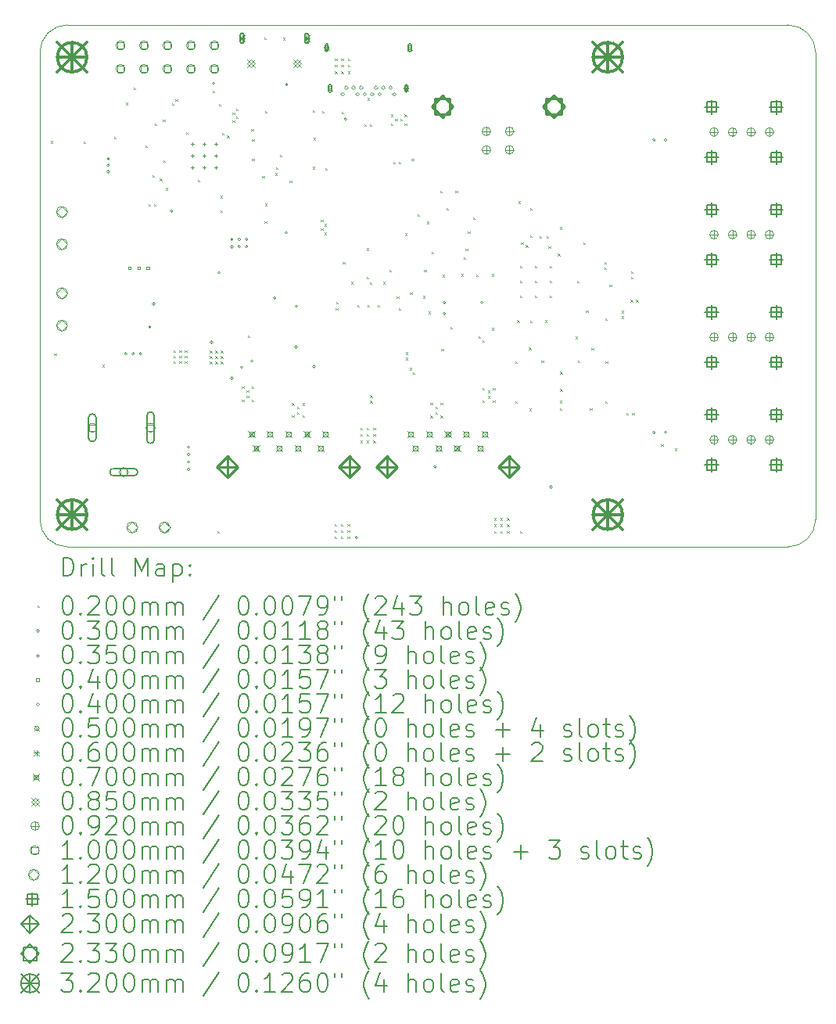
<source format=gbr>
%FSLAX45Y45*%
G04 Gerber Fmt 4.5, Leading zero omitted, Abs format (unit mm)*
G04 Created by KiCad (PCBNEW (6.0.2)) date 2022-10-12 22:24:23*
%MOMM*%
%LPD*%
G01*
G04 APERTURE LIST*
%TA.AperFunction,Profile*%
%ADD10C,0.100000*%
%TD*%
%ADD11C,0.200000*%
%ADD12C,0.020000*%
%ADD13C,0.030000*%
%ADD14C,0.035000*%
%ADD15C,0.040000*%
%ADD16C,0.050000*%
%ADD17C,0.060000*%
%ADD18C,0.070000*%
%ADD19C,0.085000*%
%ADD20C,0.092000*%
%ADD21C,0.100000*%
%ADD22C,0.120000*%
%ADD23C,0.150000*%
%ADD24C,0.230000*%
%ADD25C,0.233000*%
%ADD26C,0.320000*%
G04 APERTURE END LIST*
D10*
X10000000Y-13350000D02*
G75*
G03*
X10300000Y-13650000I300000J0D01*
G01*
X18100000Y-13650000D02*
X10300000Y-13650000D01*
X10300000Y-8000000D02*
X18100000Y-8000000D01*
X18400000Y-8300000D02*
G75*
G03*
X18100000Y-8000000I-300000J0D01*
G01*
X18100000Y-13650000D02*
G75*
G03*
X18400000Y-13350000I0J300000D01*
G01*
X10300000Y-8000000D02*
G75*
G03*
X10000000Y-8300000I0J-300000D01*
G01*
X18400000Y-8300000D02*
X18400000Y-13350000D01*
X10000000Y-8300000D02*
X10000000Y-13350000D01*
D11*
D12*
X10120250Y-9256750D02*
X10140250Y-9276750D01*
X10140250Y-9256750D02*
X10120250Y-9276750D01*
X10155000Y-11555000D02*
X10175000Y-11575000D01*
X10175000Y-11555000D02*
X10155000Y-11575000D01*
X10475000Y-9260000D02*
X10495000Y-9280000D01*
X10495000Y-9260000D02*
X10475000Y-9280000D01*
X10679000Y-11680000D02*
X10699000Y-11700000D01*
X10699000Y-11680000D02*
X10679000Y-11700000D01*
X10803000Y-9213000D02*
X10823000Y-9233000D01*
X10823000Y-9213000D02*
X10803000Y-9233000D01*
X10931000Y-8842000D02*
X10951000Y-8862000D01*
X10951000Y-8842000D02*
X10931000Y-8862000D01*
X11015881Y-8678729D02*
X11035881Y-8698729D01*
X11035881Y-8678729D02*
X11015881Y-8698729D01*
X11142500Y-9302999D02*
X11162500Y-9322999D01*
X11162500Y-9302999D02*
X11142500Y-9322999D01*
X11177500Y-9937500D02*
X11197500Y-9957500D01*
X11197500Y-9937500D02*
X11177500Y-9957500D01*
X11217500Y-9628150D02*
X11237500Y-9648150D01*
X11237500Y-9628150D02*
X11217500Y-9648150D01*
X11235000Y-9937500D02*
X11255000Y-9957500D01*
X11255000Y-9937500D02*
X11235000Y-9957500D01*
X11245000Y-9067500D02*
X11265000Y-9087500D01*
X11265000Y-9067500D02*
X11245000Y-9087500D01*
X11300000Y-9665000D02*
X11320000Y-9685000D01*
X11320000Y-9665000D02*
X11300000Y-9685000D01*
X11333000Y-9027000D02*
X11353000Y-9047000D01*
X11353000Y-9027000D02*
X11333000Y-9047000D01*
X11340000Y-9465000D02*
X11360000Y-9485000D01*
X11360000Y-9465000D02*
X11340000Y-9485000D01*
X11362500Y-9765000D02*
X11382500Y-9785000D01*
X11382500Y-9765000D02*
X11362500Y-9785000D01*
X11428000Y-8845000D02*
X11448000Y-8865000D01*
X11448000Y-8845000D02*
X11428000Y-8865000D01*
X11450000Y-11521000D02*
X11470000Y-11541000D01*
X11470000Y-11521000D02*
X11450000Y-11541000D01*
X11450000Y-11581000D02*
X11470000Y-11601000D01*
X11470000Y-11581000D02*
X11450000Y-11601000D01*
X11450000Y-11641000D02*
X11470000Y-11661000D01*
X11470000Y-11641000D02*
X11450000Y-11661000D01*
X11470000Y-8802000D02*
X11490000Y-8822000D01*
X11490000Y-8802000D02*
X11470000Y-8822000D01*
X11510000Y-11521000D02*
X11530000Y-11541000D01*
X11530000Y-11521000D02*
X11510000Y-11541000D01*
X11510000Y-11581000D02*
X11530000Y-11601000D01*
X11530000Y-11581000D02*
X11510000Y-11601000D01*
X11510000Y-11641000D02*
X11530000Y-11661000D01*
X11530000Y-11641000D02*
X11510000Y-11661000D01*
X11570000Y-11521000D02*
X11590000Y-11541000D01*
X11590000Y-11521000D02*
X11570000Y-11541000D01*
X11570000Y-11581000D02*
X11590000Y-11601000D01*
X11590000Y-11581000D02*
X11570000Y-11601000D01*
X11570000Y-11641000D02*
X11590000Y-11661000D01*
X11590000Y-11641000D02*
X11570000Y-11661000D01*
X11585000Y-9159000D02*
X11605000Y-9179000D01*
X11605000Y-9159000D02*
X11585000Y-9179000D01*
X11710000Y-9677500D02*
X11730000Y-9697500D01*
X11730000Y-9677500D02*
X11710000Y-9697500D01*
X11840000Y-11525000D02*
X11860000Y-11545000D01*
X11860000Y-11525000D02*
X11840000Y-11545000D01*
X11840000Y-11585000D02*
X11860000Y-11605000D01*
X11860000Y-11585000D02*
X11840000Y-11605000D01*
X11840000Y-11645000D02*
X11860000Y-11665000D01*
X11860000Y-11645000D02*
X11840000Y-11665000D01*
X11870000Y-8710000D02*
X11890000Y-8730000D01*
X11890000Y-8710000D02*
X11870000Y-8730000D01*
X11900000Y-11525000D02*
X11920000Y-11545000D01*
X11920000Y-11525000D02*
X11900000Y-11545000D01*
X11900000Y-11585000D02*
X11920000Y-11605000D01*
X11920000Y-11585000D02*
X11900000Y-11605000D01*
X11900000Y-11645000D02*
X11920000Y-11665000D01*
X11920000Y-11645000D02*
X11900000Y-11665000D01*
X11921000Y-13478000D02*
X11941000Y-13498000D01*
X11941000Y-13478000D02*
X11921000Y-13498000D01*
X11937500Y-8855000D02*
X11957500Y-8875000D01*
X11957500Y-8855000D02*
X11937500Y-8875000D01*
X11957500Y-10007500D02*
X11977500Y-10027500D01*
X11977500Y-10007500D02*
X11957500Y-10027500D01*
X11958000Y-9850000D02*
X11978000Y-9870000D01*
X11978000Y-9850000D02*
X11958000Y-9870000D01*
X11960000Y-11525000D02*
X11980000Y-11545000D01*
X11980000Y-11525000D02*
X11960000Y-11545000D01*
X11960000Y-11585000D02*
X11980000Y-11605000D01*
X11980000Y-11585000D02*
X11960000Y-11605000D01*
X11960000Y-11645000D02*
X11980000Y-11665000D01*
X11980000Y-11645000D02*
X11960000Y-11665000D01*
X11970852Y-9167500D02*
X11990852Y-9187500D01*
X11990852Y-9167500D02*
X11970852Y-9187500D01*
X12027499Y-9197500D02*
X12047499Y-9217500D01*
X12047499Y-9197500D02*
X12027499Y-9217500D01*
X12086200Y-8947000D02*
X12106200Y-8967000D01*
X12106200Y-8947000D02*
X12086200Y-8967000D01*
X12087500Y-9035000D02*
X12107500Y-9055000D01*
X12107500Y-9035000D02*
X12087500Y-9055000D01*
X12125998Y-8903919D02*
X12145998Y-8923919D01*
X12145998Y-8903919D02*
X12125998Y-8923919D01*
X12125998Y-8990081D02*
X12145998Y-9010081D01*
X12145998Y-8990081D02*
X12125998Y-9010081D01*
X12189000Y-11914000D02*
X12209000Y-11934000D01*
X12209000Y-11914000D02*
X12189000Y-11934000D01*
X12189000Y-12056000D02*
X12209000Y-12076000D01*
X12209000Y-12056000D02*
X12189000Y-12076000D01*
X12240000Y-11953650D02*
X12260000Y-11973650D01*
X12260000Y-11953650D02*
X12240000Y-11973650D01*
X12240000Y-12014350D02*
X12260000Y-12034350D01*
X12260000Y-12014350D02*
X12240000Y-12034350D01*
X12251000Y-11359000D02*
X12271000Y-11379000D01*
X12271000Y-11359000D02*
X12251000Y-11379000D01*
X12291000Y-9125000D02*
X12311000Y-9145000D01*
X12311000Y-9125000D02*
X12291000Y-9145000D01*
X12294000Y-11914000D02*
X12314000Y-11934000D01*
X12314000Y-11914000D02*
X12294000Y-11934000D01*
X12294000Y-12056000D02*
X12314000Y-12076000D01*
X12314000Y-12056000D02*
X12294000Y-12076000D01*
X12297500Y-9237500D02*
X12317500Y-9257500D01*
X12317500Y-9237500D02*
X12297500Y-9257500D01*
X12297500Y-9447500D02*
X12317500Y-9467500D01*
X12317500Y-9447500D02*
X12297500Y-9467500D01*
X12410000Y-9632000D02*
X12430000Y-9652000D01*
X12430000Y-9632000D02*
X12410000Y-9652000D01*
X12430000Y-8135000D02*
X12450000Y-8155000D01*
X12450000Y-8135000D02*
X12430000Y-8155000D01*
X12435000Y-10127000D02*
X12455000Y-10147000D01*
X12455000Y-10127000D02*
X12435000Y-10147000D01*
X12437500Y-8930000D02*
X12457500Y-8950000D01*
X12457500Y-8930000D02*
X12437500Y-8950000D01*
X12437500Y-9935000D02*
X12457500Y-9955000D01*
X12457500Y-9935000D02*
X12437500Y-9955000D01*
X12548000Y-9604000D02*
X12568000Y-9624000D01*
X12568000Y-9604000D02*
X12548000Y-9624000D01*
X12557500Y-9540000D02*
X12577500Y-9560000D01*
X12577500Y-9540000D02*
X12557500Y-9560000D01*
X12597500Y-9405000D02*
X12617500Y-9425000D01*
X12617500Y-9405000D02*
X12597500Y-9425000D01*
X12632500Y-8140000D02*
X12652500Y-8160000D01*
X12652500Y-8140000D02*
X12632500Y-8160000D01*
X12704500Y-9685000D02*
X12724500Y-9705000D01*
X12724500Y-9685000D02*
X12704500Y-9705000D01*
X12729000Y-12094000D02*
X12749000Y-12114000D01*
X12749000Y-12094000D02*
X12729000Y-12114000D01*
X12729000Y-12226000D02*
X12749000Y-12246000D01*
X12749000Y-12226000D02*
X12729000Y-12246000D01*
X12785000Y-12130650D02*
X12805000Y-12150650D01*
X12805000Y-12130650D02*
X12785000Y-12150650D01*
X12785000Y-12189350D02*
X12805000Y-12209350D01*
X12805000Y-12189350D02*
X12785000Y-12209350D01*
X12842000Y-12094000D02*
X12862000Y-12114000D01*
X12862000Y-12094000D02*
X12842000Y-12114000D01*
X12842000Y-12226000D02*
X12862000Y-12246000D01*
X12862000Y-12226000D02*
X12842000Y-12246000D01*
X12952500Y-8925000D02*
X12972500Y-8945000D01*
X12972500Y-8925000D02*
X12952500Y-8945000D01*
X12955000Y-9537500D02*
X12975000Y-9557500D01*
X12975000Y-9537500D02*
X12955000Y-9557500D01*
X12962500Y-9225000D02*
X12982500Y-9245000D01*
X12982500Y-9225000D02*
X12962500Y-9245000D01*
X13043438Y-10200691D02*
X13063438Y-10220691D01*
X13063438Y-10200691D02*
X13043438Y-10220691D01*
X13044295Y-10109245D02*
X13064295Y-10129245D01*
X13064295Y-10109245D02*
X13044295Y-10129245D01*
X13055000Y-8932000D02*
X13075000Y-8952000D01*
X13075000Y-8932000D02*
X13055000Y-8952000D01*
X13080000Y-10247500D02*
X13100000Y-10267500D01*
X13100000Y-10247500D02*
X13080000Y-10267500D01*
X13080595Y-10155312D02*
X13100595Y-10175312D01*
X13100595Y-10155312D02*
X13080595Y-10175312D01*
X13089000Y-9547000D02*
X13109000Y-9567000D01*
X13109000Y-9547000D02*
X13089000Y-9567000D01*
X13190000Y-13400000D02*
X13210000Y-13420000D01*
X13210000Y-13400000D02*
X13190000Y-13420000D01*
X13190000Y-13470000D02*
X13210000Y-13490000D01*
X13210000Y-13470000D02*
X13190000Y-13490000D01*
X13190000Y-13540000D02*
X13210000Y-13560000D01*
X13210000Y-13540000D02*
X13190000Y-13560000D01*
X13195000Y-8362500D02*
X13215000Y-8382500D01*
X13215000Y-8362500D02*
X13195000Y-8382500D01*
X13195000Y-8432500D02*
X13215000Y-8452500D01*
X13215000Y-8432500D02*
X13195000Y-8452500D01*
X13195000Y-8502500D02*
X13215000Y-8522500D01*
X13215000Y-8502500D02*
X13195000Y-8522500D01*
X13204000Y-11065000D02*
X13224000Y-11085000D01*
X13224000Y-11065000D02*
X13204000Y-11085000D01*
X13206000Y-10995000D02*
X13226000Y-11015000D01*
X13226000Y-10995000D02*
X13206000Y-11015000D01*
X13260000Y-13400000D02*
X13280000Y-13420000D01*
X13280000Y-13400000D02*
X13260000Y-13420000D01*
X13260000Y-13470000D02*
X13280000Y-13490000D01*
X13280000Y-13470000D02*
X13260000Y-13490000D01*
X13260000Y-13540000D02*
X13280000Y-13560000D01*
X13280000Y-13540000D02*
X13260000Y-13560000D01*
X13265000Y-8362500D02*
X13285000Y-8382500D01*
X13285000Y-8362500D02*
X13265000Y-8382500D01*
X13265000Y-8432500D02*
X13285000Y-8452500D01*
X13285000Y-8432500D02*
X13265000Y-8452500D01*
X13265000Y-8502500D02*
X13285000Y-8522500D01*
X13285000Y-8502500D02*
X13265000Y-8522500D01*
X13269000Y-8940000D02*
X13289000Y-8960000D01*
X13289000Y-8940000D02*
X13269000Y-8960000D01*
X13281000Y-10566000D02*
X13301000Y-10586000D01*
X13301000Y-10566000D02*
X13281000Y-10586000D01*
X13330000Y-13400000D02*
X13350000Y-13420000D01*
X13350000Y-13400000D02*
X13330000Y-13420000D01*
X13330000Y-13470000D02*
X13350000Y-13490000D01*
X13350000Y-13470000D02*
X13330000Y-13490000D01*
X13330000Y-13540000D02*
X13350000Y-13560000D01*
X13350000Y-13540000D02*
X13330000Y-13560000D01*
X13335000Y-8362500D02*
X13355000Y-8382500D01*
X13355000Y-8362500D02*
X13335000Y-8382500D01*
X13335000Y-8432500D02*
X13355000Y-8452500D01*
X13355000Y-8432500D02*
X13335000Y-8452500D01*
X13335000Y-8502500D02*
X13355000Y-8522500D01*
X13355000Y-8502500D02*
X13335000Y-8522500D01*
X13370000Y-10780000D02*
X13390000Y-10800000D01*
X13390000Y-10780000D02*
X13370000Y-10800000D01*
X13435000Y-11030000D02*
X13455000Y-11050000D01*
X13455000Y-11030000D02*
X13435000Y-11050000D01*
X13470000Y-12360000D02*
X13490000Y-12380000D01*
X13490000Y-12360000D02*
X13470000Y-12380000D01*
X13470000Y-12430000D02*
X13490000Y-12450000D01*
X13490000Y-12430000D02*
X13470000Y-12450000D01*
X13470000Y-12500000D02*
X13490000Y-12520000D01*
X13490000Y-12500000D02*
X13470000Y-12520000D01*
X13515650Y-9075000D02*
X13535650Y-9095000D01*
X13535650Y-9075000D02*
X13515650Y-9095000D01*
X13540000Y-12360000D02*
X13560000Y-12380000D01*
X13560000Y-12360000D02*
X13540000Y-12380000D01*
X13540000Y-12430000D02*
X13560000Y-12450000D01*
X13560000Y-12430000D02*
X13540000Y-12450000D01*
X13540000Y-12500000D02*
X13560000Y-12520000D01*
X13560000Y-12500000D02*
X13540000Y-12520000D01*
X13541000Y-10416500D02*
X13561000Y-10436500D01*
X13561000Y-10416500D02*
X13541000Y-10436500D01*
X13541000Y-10726500D02*
X13561000Y-10746500D01*
X13561000Y-10726500D02*
X13541000Y-10746500D01*
X13545000Y-11030000D02*
X13565000Y-11050000D01*
X13565000Y-11030000D02*
X13545000Y-11050000D01*
X13547455Y-8792876D02*
X13567455Y-8812876D01*
X13567455Y-8792876D02*
X13547455Y-8812876D01*
X13570000Y-10783000D02*
X13590000Y-10803000D01*
X13590000Y-10783000D02*
X13570000Y-10803000D01*
X13574350Y-9075000D02*
X13594350Y-9095000D01*
X13594350Y-9075000D02*
X13574350Y-9095000D01*
X13576000Y-12009700D02*
X13596000Y-12029700D01*
X13596000Y-12009700D02*
X13576000Y-12029700D01*
X13576000Y-12069350D02*
X13596000Y-12089350D01*
X13596000Y-12069350D02*
X13576000Y-12089350D01*
X13610000Y-12360000D02*
X13630000Y-12380000D01*
X13630000Y-12360000D02*
X13610000Y-12380000D01*
X13610000Y-12430000D02*
X13630000Y-12450000D01*
X13630000Y-12430000D02*
X13610000Y-12450000D01*
X13610000Y-12500000D02*
X13630000Y-12520000D01*
X13630000Y-12500000D02*
X13610000Y-12520000D01*
X13655000Y-11030000D02*
X13675000Y-11050000D01*
X13675000Y-11030000D02*
X13655000Y-11050000D01*
X13717500Y-10780000D02*
X13737500Y-10800000D01*
X13737500Y-10780000D02*
X13717500Y-10800000D01*
X13782000Y-10649000D02*
X13802000Y-10669000D01*
X13802000Y-10649000D02*
X13782000Y-10669000D01*
X13802000Y-8971000D02*
X13822000Y-8991000D01*
X13822000Y-8971000D02*
X13802000Y-8991000D01*
X13802000Y-9065000D02*
X13822000Y-9085000D01*
X13822000Y-9065000D02*
X13802000Y-9085000D01*
X13826057Y-9482155D02*
X13846057Y-9502155D01*
X13846057Y-9482155D02*
X13826057Y-9502155D01*
X13846650Y-9018000D02*
X13866650Y-9038000D01*
X13866650Y-9018000D02*
X13846650Y-9038000D01*
X13865000Y-10936000D02*
X13885000Y-10956000D01*
X13885000Y-10936000D02*
X13865000Y-10956000D01*
X13884757Y-9482155D02*
X13904757Y-9502155D01*
X13904757Y-9482155D02*
X13884757Y-9502155D01*
X13888000Y-11065000D02*
X13908000Y-11085000D01*
X13908000Y-11065000D02*
X13888000Y-11085000D01*
X13905350Y-9018000D02*
X13925350Y-9038000D01*
X13925350Y-9018000D02*
X13905350Y-9038000D01*
X13948000Y-8971000D02*
X13968000Y-8991000D01*
X13968000Y-8971000D02*
X13948000Y-8991000D01*
X13948000Y-9065000D02*
X13968000Y-9085000D01*
X13968000Y-9065000D02*
X13948000Y-9085000D01*
X13953000Y-10257000D02*
X13973000Y-10277000D01*
X13973000Y-10257000D02*
X13953000Y-10277000D01*
X13964264Y-11544235D02*
X13984264Y-11564235D01*
X13984264Y-11544235D02*
X13964264Y-11564235D01*
X13964264Y-11602935D02*
X13984264Y-11622935D01*
X13984264Y-11602935D02*
X13964264Y-11622935D01*
X14002368Y-11713368D02*
X14022368Y-11733368D01*
X14022368Y-11713368D02*
X14002368Y-11733368D01*
X14010000Y-10897500D02*
X14030000Y-10917500D01*
X14030000Y-10897500D02*
X14010000Y-10917500D01*
X14039632Y-11759632D02*
X14059632Y-11779632D01*
X14059632Y-11759632D02*
X14039632Y-11779632D01*
X14089253Y-10050302D02*
X14109253Y-10070302D01*
X14109253Y-10050302D02*
X14089253Y-10070302D01*
X14148000Y-10935000D02*
X14168000Y-10955000D01*
X14168000Y-10935000D02*
X14148000Y-10955000D01*
X14160000Y-10650000D02*
X14180000Y-10670000D01*
X14180000Y-10650000D02*
X14160000Y-10670000D01*
X14193370Y-10129130D02*
X14213370Y-10149130D01*
X14213370Y-10129130D02*
X14193370Y-10149130D01*
X14210000Y-11102500D02*
X14230000Y-11122500D01*
X14230000Y-11102500D02*
X14210000Y-11122500D01*
X14230000Y-12090000D02*
X14250000Y-12110000D01*
X14250000Y-12090000D02*
X14230000Y-12110000D01*
X14230000Y-12230000D02*
X14250000Y-12250000D01*
X14250000Y-12230000D02*
X14230000Y-12250000D01*
X14240499Y-10455000D02*
X14260499Y-10475000D01*
X14260499Y-10455000D02*
X14240499Y-10475000D01*
X14285000Y-12130350D02*
X14305000Y-12150350D01*
X14305000Y-12130350D02*
X14285000Y-12150350D01*
X14285000Y-12189650D02*
X14305000Y-12209650D01*
X14305000Y-12189650D02*
X14285000Y-12209650D01*
X14334000Y-9797000D02*
X14354000Y-9817000D01*
X14354000Y-9797000D02*
X14334000Y-9817000D01*
X14340000Y-12090000D02*
X14360000Y-12110000D01*
X14360000Y-12090000D02*
X14340000Y-12110000D01*
X14340000Y-12230000D02*
X14360000Y-12250000D01*
X14360000Y-12230000D02*
X14340000Y-12250000D01*
X14346000Y-11505000D02*
X14366000Y-11525000D01*
X14366000Y-11505000D02*
X14346000Y-11525000D01*
X14359000Y-10705000D02*
X14379000Y-10725000D01*
X14379000Y-10705000D02*
X14359000Y-10725000D01*
X14400000Y-9981000D02*
X14420000Y-10001000D01*
X14420000Y-9981000D02*
X14400000Y-10001000D01*
X14447000Y-11267000D02*
X14467000Y-11287000D01*
X14467000Y-11267000D02*
X14447000Y-11287000D01*
X14499000Y-9793000D02*
X14519000Y-9813000D01*
X14519000Y-9793000D02*
X14499000Y-9813000D01*
X14564000Y-10695450D02*
X14584000Y-10715450D01*
X14584000Y-10695450D02*
X14564000Y-10715450D01*
X14586000Y-10513000D02*
X14606000Y-10533000D01*
X14606000Y-10513000D02*
X14586000Y-10533000D01*
X14610000Y-10420000D02*
X14630000Y-10440000D01*
X14630000Y-10420000D02*
X14610000Y-10440000D01*
X14635000Y-10237500D02*
X14655000Y-10257500D01*
X14655000Y-10237500D02*
X14635000Y-10257500D01*
X14690000Y-10085000D02*
X14710000Y-10105000D01*
X14710000Y-10085000D02*
X14690000Y-10105000D01*
X14724000Y-10701000D02*
X14744000Y-10721000D01*
X14744000Y-10701000D02*
X14724000Y-10721000D01*
X14750098Y-11370843D02*
X14770098Y-11390843D01*
X14770098Y-11370843D02*
X14750098Y-11390843D01*
X14790000Y-11928000D02*
X14810000Y-11948000D01*
X14810000Y-11928000D02*
X14790000Y-11948000D01*
X14790000Y-12062000D02*
X14810000Y-12082000D01*
X14810000Y-12062000D02*
X14790000Y-12082000D01*
X14793362Y-11414107D02*
X14813362Y-11434107D01*
X14813362Y-11414107D02*
X14793362Y-11434107D01*
X14850230Y-11957700D02*
X14870230Y-11977700D01*
X14870230Y-11957700D02*
X14850230Y-11977700D01*
X14850904Y-12016347D02*
X14870904Y-12036347D01*
X14870904Y-12016347D02*
X14850904Y-12036347D01*
X14893795Y-10695855D02*
X14913795Y-10715855D01*
X14913795Y-10695855D02*
X14893795Y-10715855D01*
X14895000Y-11280000D02*
X14915000Y-11300000D01*
X14915000Y-11280000D02*
X14895000Y-11300000D01*
X14906000Y-11928000D02*
X14926000Y-11948000D01*
X14926000Y-11928000D02*
X14906000Y-11948000D01*
X14906000Y-12062000D02*
X14926000Y-12082000D01*
X14926000Y-12062000D02*
X14906000Y-12082000D01*
X14917500Y-13337500D02*
X14937500Y-13357500D01*
X14937500Y-13337500D02*
X14917500Y-13357500D01*
X14917500Y-13407500D02*
X14937500Y-13427500D01*
X14937500Y-13407500D02*
X14917500Y-13427500D01*
X14917500Y-13477500D02*
X14937500Y-13497500D01*
X14937500Y-13477500D02*
X14917500Y-13497500D01*
X14987500Y-13337500D02*
X15007500Y-13357500D01*
X15007500Y-13337500D02*
X14987500Y-13357500D01*
X14987500Y-13407500D02*
X15007500Y-13427500D01*
X15007500Y-13407500D02*
X14987500Y-13427500D01*
X14987500Y-13477500D02*
X15007500Y-13497500D01*
X15007500Y-13477500D02*
X14987500Y-13497500D01*
X15057500Y-13337500D02*
X15077500Y-13357500D01*
X15077500Y-13337500D02*
X15057500Y-13357500D01*
X15057500Y-13407500D02*
X15077500Y-13427500D01*
X15077500Y-13407500D02*
X15057500Y-13427500D01*
X15057500Y-13477500D02*
X15077500Y-13497500D01*
X15077500Y-13477500D02*
X15057500Y-13497500D01*
X15145000Y-12070000D02*
X15165000Y-12090000D01*
X15165000Y-12070000D02*
X15145000Y-12090000D01*
X15150000Y-11640000D02*
X15170000Y-11660000D01*
X15170000Y-11640000D02*
X15150000Y-11660000D01*
X15170000Y-11197500D02*
X15190000Y-11217500D01*
X15190000Y-11197500D02*
X15170000Y-11217500D01*
X15182000Y-9910000D02*
X15202000Y-9930000D01*
X15202000Y-9910000D02*
X15182000Y-9930000D01*
X15197000Y-13477000D02*
X15217000Y-13497000D01*
X15217000Y-13477000D02*
X15197000Y-13497000D01*
X15200000Y-10610000D02*
X15220000Y-10630000D01*
X15220000Y-10610000D02*
X15200000Y-10630000D01*
X15200000Y-10770000D02*
X15220000Y-10790000D01*
X15220000Y-10770000D02*
X15200000Y-10790000D01*
X15200000Y-10930000D02*
X15220000Y-10950000D01*
X15220000Y-10930000D02*
X15200000Y-10950000D01*
X15210052Y-10353351D02*
X15230052Y-10373351D01*
X15230052Y-10353351D02*
X15210052Y-10373351D01*
X15260501Y-10383262D02*
X15280501Y-10403262D01*
X15280501Y-10383262D02*
X15260501Y-10403262D01*
X15295000Y-11492500D02*
X15315000Y-11512500D01*
X15315000Y-11492500D02*
X15295000Y-11512500D01*
X15302500Y-12152500D02*
X15322500Y-12172500D01*
X15322500Y-12152500D02*
X15302500Y-12172500D01*
X15307500Y-11200000D02*
X15327500Y-11220000D01*
X15327500Y-11200000D02*
X15307500Y-11220000D01*
X15308000Y-9984000D02*
X15328000Y-10004000D01*
X15328000Y-9984000D02*
X15308000Y-10004000D01*
X15310000Y-10277500D02*
X15330000Y-10297500D01*
X15330000Y-10277500D02*
X15310000Y-10297500D01*
X15360000Y-10610000D02*
X15380000Y-10630000D01*
X15380000Y-10610000D02*
X15360000Y-10630000D01*
X15360000Y-10770000D02*
X15380000Y-10790000D01*
X15380000Y-10770000D02*
X15360000Y-10790000D01*
X15360000Y-10930000D02*
X15380000Y-10950000D01*
X15380000Y-10930000D02*
X15360000Y-10950000D01*
X15410000Y-10285000D02*
X15430000Y-10305000D01*
X15430000Y-10285000D02*
X15410000Y-10305000D01*
X15432500Y-11632500D02*
X15452500Y-11652500D01*
X15452500Y-11632500D02*
X15432500Y-11652500D01*
X15470000Y-11195000D02*
X15490000Y-11215000D01*
X15490000Y-11195000D02*
X15470000Y-11215000D01*
X15485000Y-10287198D02*
X15505000Y-10307198D01*
X15505000Y-10287198D02*
X15485000Y-10307198D01*
X15507350Y-10395150D02*
X15527350Y-10415150D01*
X15527350Y-10395150D02*
X15507350Y-10415150D01*
X15520000Y-10610000D02*
X15540000Y-10630000D01*
X15540000Y-10610000D02*
X15520000Y-10630000D01*
X15520000Y-10770000D02*
X15540000Y-10790000D01*
X15540000Y-10770000D02*
X15520000Y-10790000D01*
X15520000Y-10930000D02*
X15540000Y-10950000D01*
X15540000Y-10930000D02*
X15520000Y-10950000D01*
X15609850Y-10477500D02*
X15629850Y-10497500D01*
X15629850Y-10477500D02*
X15609850Y-10497500D01*
X15627500Y-12067500D02*
X15647500Y-12087500D01*
X15647500Y-12067500D02*
X15627500Y-12087500D01*
X15627500Y-12150000D02*
X15647500Y-12170000D01*
X15647500Y-12150000D02*
X15627500Y-12170000D01*
X15632500Y-10190000D02*
X15652500Y-10210000D01*
X15652500Y-10190000D02*
X15632500Y-10210000D01*
X15635000Y-11755000D02*
X15655000Y-11775000D01*
X15655000Y-11755000D02*
X15635000Y-11775000D01*
X15635000Y-11940000D02*
X15655000Y-11960000D01*
X15655000Y-11940000D02*
X15635000Y-11960000D01*
X15800000Y-11375000D02*
X15820000Y-11395000D01*
X15820000Y-11375000D02*
X15800000Y-11395000D01*
X15817500Y-10770000D02*
X15837500Y-10790000D01*
X15837500Y-10770000D02*
X15817500Y-10790000D01*
X15825000Y-11632500D02*
X15845000Y-11652500D01*
X15845000Y-11632500D02*
X15825000Y-11652500D01*
X15885000Y-10355000D02*
X15905000Y-10375000D01*
X15905000Y-10355000D02*
X15885000Y-10375000D01*
X15915000Y-11090000D02*
X15935000Y-11110000D01*
X15935000Y-11090000D02*
X15915000Y-11110000D01*
X15957500Y-12150000D02*
X15977500Y-12170000D01*
X15977500Y-12150000D02*
X15957500Y-12170000D01*
X15972500Y-11495000D02*
X15992500Y-11515000D01*
X15992500Y-11495000D02*
X15972500Y-11515000D01*
X16112000Y-10565650D02*
X16132000Y-10585650D01*
X16132000Y-10565650D02*
X16112000Y-10585650D01*
X16112000Y-10624350D02*
X16132000Y-10644350D01*
X16132000Y-10624350D02*
X16112000Y-10644350D01*
X16120000Y-12070000D02*
X16140000Y-12090000D01*
X16140000Y-12070000D02*
X16120000Y-12090000D01*
X16122500Y-11172500D02*
X16142500Y-11192500D01*
X16142500Y-11172500D02*
X16122500Y-11192500D01*
X16125000Y-11640000D02*
X16145000Y-11660000D01*
X16145000Y-11640000D02*
X16125000Y-11660000D01*
X16167500Y-10810000D02*
X16187500Y-10830000D01*
X16187500Y-10810000D02*
X16167500Y-10830000D01*
X16300000Y-11095650D02*
X16320000Y-11115650D01*
X16320000Y-11095650D02*
X16300000Y-11115650D01*
X16301497Y-11154281D02*
X16321497Y-11174281D01*
X16321497Y-11154281D02*
X16301497Y-11174281D01*
X16352300Y-12201685D02*
X16372300Y-12221685D01*
X16372300Y-12201685D02*
X16352300Y-12221685D01*
X16396300Y-10977000D02*
X16416300Y-10997000D01*
X16416300Y-10977000D02*
X16396300Y-10997000D01*
X16402000Y-10665650D02*
X16422000Y-10685650D01*
X16422000Y-10665650D02*
X16402000Y-10685650D01*
X16402000Y-10724350D02*
X16422000Y-10744350D01*
X16422000Y-10724350D02*
X16402000Y-10744350D01*
X16412643Y-12201005D02*
X16432643Y-12221005D01*
X16432643Y-12201005D02*
X16412643Y-12221005D01*
X16455000Y-10977000D02*
X16475000Y-10997000D01*
X16475000Y-10977000D02*
X16455000Y-10997000D01*
X16725000Y-12540000D02*
X16745000Y-12560000D01*
X16745000Y-12540000D02*
X16725000Y-12560000D01*
X16872500Y-12585000D02*
X16892500Y-12605000D01*
X16892500Y-12585000D02*
X16872500Y-12605000D01*
D13*
X10756000Y-9519000D02*
G75*
G03*
X10756000Y-9519000I-15000J0D01*
G01*
X10757000Y-9448000D02*
G75*
G03*
X10757000Y-9448000I-15000J0D01*
G01*
X10757000Y-9591000D02*
G75*
G03*
X10757000Y-9591000I-15000J0D01*
G01*
X10945000Y-11560000D02*
G75*
G03*
X10945000Y-11560000I-15000J0D01*
G01*
X11025000Y-11560000D02*
G75*
G03*
X11025000Y-11560000I-15000J0D01*
G01*
X11105000Y-11560000D02*
G75*
G03*
X11105000Y-11560000I-15000J0D01*
G01*
X11205000Y-11270000D02*
G75*
G03*
X11205000Y-11270000I-15000J0D01*
G01*
X11248000Y-11020000D02*
G75*
G03*
X11248000Y-11020000I-15000J0D01*
G01*
X11442500Y-10015000D02*
G75*
G03*
X11442500Y-10015000I-15000J0D01*
G01*
X11625000Y-12570000D02*
G75*
G03*
X11625000Y-12570000I-15000J0D01*
G01*
X11625000Y-12650000D02*
G75*
G03*
X11625000Y-12650000I-15000J0D01*
G01*
X11625000Y-12730000D02*
G75*
G03*
X11625000Y-12730000I-15000J0D01*
G01*
X11625000Y-12810000D02*
G75*
G03*
X11625000Y-12810000I-15000J0D01*
G01*
X11875000Y-11435000D02*
G75*
G03*
X11875000Y-11435000I-15000J0D01*
G01*
X11896000Y-8634000D02*
G75*
G03*
X11896000Y-8634000I-15000J0D01*
G01*
X11955000Y-10680000D02*
G75*
G03*
X11955000Y-10680000I-15000J0D01*
G01*
X12094000Y-11823000D02*
G75*
G03*
X12094000Y-11823000I-15000J0D01*
G01*
X12095000Y-10320000D02*
G75*
G03*
X12095000Y-10320000I-15000J0D01*
G01*
X12095000Y-10400000D02*
G75*
G03*
X12095000Y-10400000I-15000J0D01*
G01*
X12175000Y-10320000D02*
G75*
G03*
X12175000Y-10320000I-15000J0D01*
G01*
X12175000Y-10400000D02*
G75*
G03*
X12175000Y-10400000I-15000J0D01*
G01*
X12201000Y-11707000D02*
G75*
G03*
X12201000Y-11707000I-15000J0D01*
G01*
X12255000Y-10320000D02*
G75*
G03*
X12255000Y-10320000I-15000J0D01*
G01*
X12255000Y-10400000D02*
G75*
G03*
X12255000Y-10400000I-15000J0D01*
G01*
X12309000Y-11638000D02*
G75*
G03*
X12309000Y-11638000I-15000J0D01*
G01*
X12557500Y-10955000D02*
G75*
G03*
X12557500Y-10955000I-15000J0D01*
G01*
X12682500Y-10250000D02*
G75*
G03*
X12682500Y-10250000I-15000J0D01*
G01*
X12686000Y-8645000D02*
G75*
G03*
X12686000Y-8645000I-15000J0D01*
G01*
X12790000Y-11485000D02*
G75*
G03*
X12790000Y-11485000I-15000J0D01*
G01*
X12792500Y-11045000D02*
G75*
G03*
X12792500Y-11045000I-15000J0D01*
G01*
X12983000Y-11697000D02*
G75*
G03*
X12983000Y-11697000I-15000J0D01*
G01*
X13324000Y-9019000D02*
G75*
G03*
X13324000Y-9019000I-15000J0D01*
G01*
X13443000Y-13551000D02*
G75*
G03*
X13443000Y-13551000I-15000J0D01*
G01*
X14054000Y-9463000D02*
G75*
G03*
X14054000Y-9463000I-15000J0D01*
G01*
X14292000Y-12783000D02*
G75*
G03*
X14292000Y-12783000I-15000J0D01*
G01*
X14395000Y-11124750D02*
G75*
G03*
X14395000Y-11124750I-15000J0D01*
G01*
X14396000Y-11003750D02*
G75*
G03*
X14396000Y-11003750I-15000J0D01*
G01*
X14798648Y-11003000D02*
G75*
G03*
X14798648Y-11003000I-15000J0D01*
G01*
X15550000Y-13002000D02*
G75*
G03*
X15550000Y-13002000I-15000J0D01*
G01*
X16665000Y-9245000D02*
G75*
G03*
X16665000Y-9245000I-15000J0D01*
G01*
X16665000Y-12410000D02*
G75*
G03*
X16665000Y-12410000I-15000J0D01*
G01*
X16790000Y-9245000D02*
G75*
G03*
X16790000Y-9245000I-15000J0D01*
G01*
X16790000Y-12410000D02*
G75*
G03*
X16790000Y-12410000I-15000J0D01*
G01*
D14*
X11652500Y-9270000D02*
X11652500Y-9305000D01*
X11635000Y-9287500D02*
X11670000Y-9287500D01*
X11652500Y-9397500D02*
X11652500Y-9432500D01*
X11635000Y-9415000D02*
X11670000Y-9415000D01*
X11652500Y-9525000D02*
X11652500Y-9560000D01*
X11635000Y-9542500D02*
X11670000Y-9542500D01*
X11780000Y-9270000D02*
X11780000Y-9305000D01*
X11762500Y-9287500D02*
X11797500Y-9287500D01*
X11780000Y-9397500D02*
X11780000Y-9432500D01*
X11762500Y-9415000D02*
X11797500Y-9415000D01*
X11780000Y-9525000D02*
X11780000Y-9560000D01*
X11762500Y-9542500D02*
X11797500Y-9542500D01*
X11907500Y-9270000D02*
X11907500Y-9305000D01*
X11890000Y-9287500D02*
X11925000Y-9287500D01*
X11907500Y-9397500D02*
X11907500Y-9432500D01*
X11890000Y-9415000D02*
X11925000Y-9415000D01*
X11907500Y-9525000D02*
X11907500Y-9560000D01*
X11890000Y-9542500D02*
X11925000Y-9542500D01*
D15*
X10984142Y-10644142D02*
X10984142Y-10615858D01*
X10955858Y-10615858D01*
X10955858Y-10644142D01*
X10984142Y-10644142D01*
X11084142Y-10644142D02*
X11084142Y-10615858D01*
X11055858Y-10615858D01*
X11055858Y-10644142D01*
X11084142Y-10644142D01*
X11184142Y-10644142D02*
X11184142Y-10615858D01*
X11155858Y-10615858D01*
X11155858Y-10644142D01*
X11184142Y-10644142D01*
X13275000Y-8766000D02*
X13295000Y-8746000D01*
X13275000Y-8726000D01*
X13255000Y-8746000D01*
X13275000Y-8766000D01*
X13315000Y-8696000D02*
X13335000Y-8676000D01*
X13315000Y-8656000D01*
X13295000Y-8676000D01*
X13315000Y-8696000D01*
X13395000Y-8696000D02*
X13415000Y-8676000D01*
X13395000Y-8656000D01*
X13375000Y-8676000D01*
X13395000Y-8696000D01*
X13435000Y-8766000D02*
X13455000Y-8746000D01*
X13435000Y-8726000D01*
X13415000Y-8746000D01*
X13435000Y-8766000D01*
X13475000Y-8696000D02*
X13495000Y-8676000D01*
X13475000Y-8656000D01*
X13455000Y-8676000D01*
X13475000Y-8696000D01*
X13515000Y-8766000D02*
X13535000Y-8746000D01*
X13515000Y-8726000D01*
X13495000Y-8746000D01*
X13515000Y-8766000D01*
X13595000Y-8766000D02*
X13615000Y-8746000D01*
X13595000Y-8726000D01*
X13575000Y-8746000D01*
X13595000Y-8766000D01*
X13635000Y-8696000D02*
X13655000Y-8676000D01*
X13635000Y-8656000D01*
X13615000Y-8676000D01*
X13635000Y-8696000D01*
X13675000Y-8766000D02*
X13695000Y-8746000D01*
X13675000Y-8726000D01*
X13655000Y-8746000D01*
X13675000Y-8766000D01*
X13715000Y-8696000D02*
X13735000Y-8676000D01*
X13715000Y-8656000D01*
X13695000Y-8676000D01*
X13715000Y-8696000D01*
X13795000Y-8696000D02*
X13815000Y-8676000D01*
X13795000Y-8656000D01*
X13775000Y-8676000D01*
X13795000Y-8696000D01*
X13835000Y-8766000D02*
X13855000Y-8746000D01*
X13835000Y-8726000D01*
X13815000Y-8746000D01*
X13835000Y-8766000D01*
D16*
X13081000Y-8222000D02*
X13131000Y-8272000D01*
X13131000Y-8222000D02*
X13081000Y-8272000D01*
X13131000Y-8247000D02*
G75*
G03*
X13131000Y-8247000I-25000J0D01*
G01*
D11*
X13121000Y-8277000D02*
X13121000Y-8217000D01*
X13091000Y-8277000D02*
X13091000Y-8217000D01*
X13121000Y-8217000D02*
G75*
G03*
X13091000Y-8217000I-15000J0D01*
G01*
X13091000Y-8277000D02*
G75*
G03*
X13121000Y-8277000I15000J0D01*
G01*
D16*
X13117000Y-8661000D02*
X13167000Y-8711000D01*
X13167000Y-8661000D02*
X13117000Y-8711000D01*
X13167000Y-8686000D02*
G75*
G03*
X13167000Y-8686000I-25000J0D01*
G01*
D11*
X13157000Y-8716000D02*
X13157000Y-8656000D01*
X13127000Y-8716000D02*
X13127000Y-8656000D01*
X13157000Y-8656000D02*
G75*
G03*
X13127000Y-8656000I-15000J0D01*
G01*
X13127000Y-8716000D02*
G75*
G03*
X13157000Y-8716000I15000J0D01*
G01*
D16*
X13943000Y-8661000D02*
X13993000Y-8711000D01*
X13993000Y-8661000D02*
X13943000Y-8711000D01*
X13993000Y-8686000D02*
G75*
G03*
X13993000Y-8686000I-25000J0D01*
G01*
D11*
X13983000Y-8716000D02*
X13983000Y-8656000D01*
X13953000Y-8716000D02*
X13953000Y-8656000D01*
X13983000Y-8656000D02*
G75*
G03*
X13953000Y-8656000I-15000J0D01*
G01*
X13953000Y-8716000D02*
G75*
G03*
X13983000Y-8716000I15000J0D01*
G01*
D16*
X13979000Y-8222000D02*
X14029000Y-8272000D01*
X14029000Y-8222000D02*
X13979000Y-8272000D01*
X14029000Y-8247000D02*
G75*
G03*
X14029000Y-8247000I-25000J0D01*
G01*
D11*
X14019000Y-8277000D02*
X14019000Y-8217000D01*
X13989000Y-8277000D02*
X13989000Y-8217000D01*
X14019000Y-8217000D02*
G75*
G03*
X13989000Y-8217000I-15000J0D01*
G01*
X13989000Y-8277000D02*
G75*
G03*
X14019000Y-8277000I15000J0D01*
G01*
D17*
X12160000Y-8115250D02*
X12220000Y-8175250D01*
X12220000Y-8115250D02*
X12160000Y-8175250D01*
X12190000Y-8115250D02*
X12190000Y-8175250D01*
X12160000Y-8145250D02*
X12220000Y-8145250D01*
D11*
X12210000Y-8180250D02*
X12210000Y-8110250D01*
X12170000Y-8180250D02*
X12170000Y-8110250D01*
X12210000Y-8110250D02*
G75*
G03*
X12170000Y-8110250I-20000J0D01*
G01*
X12170000Y-8180250D02*
G75*
G03*
X12210000Y-8180250I20000J0D01*
G01*
D17*
X12860000Y-8115250D02*
X12920000Y-8175250D01*
X12920000Y-8115250D02*
X12860000Y-8175250D01*
X12890000Y-8115250D02*
X12890000Y-8175250D01*
X12860000Y-8145250D02*
X12920000Y-8145250D01*
D11*
X12870000Y-8110250D02*
X12870000Y-8180250D01*
X12910000Y-8110250D02*
X12910000Y-8180250D01*
X12870000Y-8180250D02*
G75*
G03*
X12910000Y-8180250I20000J0D01*
G01*
X12910000Y-8110250D02*
G75*
G03*
X12870000Y-8110250I-20000J0D01*
G01*
D18*
X12257500Y-12397500D02*
X12327500Y-12467500D01*
X12327500Y-12397500D02*
X12257500Y-12467500D01*
X12317249Y-12457249D02*
X12317249Y-12407751D01*
X12267751Y-12407751D01*
X12267751Y-12457249D01*
X12317249Y-12457249D01*
X12307500Y-12547500D02*
X12377500Y-12617500D01*
X12377500Y-12547500D02*
X12307500Y-12617500D01*
X12367249Y-12607249D02*
X12367249Y-12557751D01*
X12317751Y-12557751D01*
X12317751Y-12607249D01*
X12367249Y-12607249D01*
X12457500Y-12397500D02*
X12527500Y-12467500D01*
X12527500Y-12397500D02*
X12457500Y-12467500D01*
X12517249Y-12457249D02*
X12517249Y-12407751D01*
X12467751Y-12407751D01*
X12467751Y-12457249D01*
X12517249Y-12457249D01*
X12557500Y-12547500D02*
X12627500Y-12617500D01*
X12627500Y-12547500D02*
X12557500Y-12617500D01*
X12617249Y-12607249D02*
X12617249Y-12557751D01*
X12567751Y-12557751D01*
X12567751Y-12607249D01*
X12617249Y-12607249D01*
X12657500Y-12397500D02*
X12727500Y-12467500D01*
X12727500Y-12397500D02*
X12657500Y-12467500D01*
X12717249Y-12457249D02*
X12717249Y-12407751D01*
X12667751Y-12407751D01*
X12667751Y-12457249D01*
X12717249Y-12457249D01*
X12757500Y-12547500D02*
X12827500Y-12617500D01*
X12827500Y-12547500D02*
X12757500Y-12617500D01*
X12817249Y-12607249D02*
X12817249Y-12557751D01*
X12767751Y-12557751D01*
X12767751Y-12607249D01*
X12817249Y-12607249D01*
X12857500Y-12397500D02*
X12927500Y-12467500D01*
X12927500Y-12397500D02*
X12857500Y-12467500D01*
X12917249Y-12457249D02*
X12917249Y-12407751D01*
X12867751Y-12407751D01*
X12867751Y-12457249D01*
X12917249Y-12457249D01*
X13007500Y-12547500D02*
X13077500Y-12617500D01*
X13077500Y-12547500D02*
X13007500Y-12617500D01*
X13067249Y-12607249D02*
X13067249Y-12557751D01*
X13017751Y-12557751D01*
X13017751Y-12607249D01*
X13067249Y-12607249D01*
X13057500Y-12397500D02*
X13127500Y-12467500D01*
X13127500Y-12397500D02*
X13057500Y-12467500D01*
X13117249Y-12457249D02*
X13117249Y-12407751D01*
X13067751Y-12407751D01*
X13067751Y-12457249D01*
X13117249Y-12457249D01*
X13982500Y-12397500D02*
X14052500Y-12467500D01*
X14052500Y-12397500D02*
X13982500Y-12467500D01*
X14042249Y-12457249D02*
X14042249Y-12407751D01*
X13992751Y-12407751D01*
X13992751Y-12457249D01*
X14042249Y-12457249D01*
X14032500Y-12547500D02*
X14102500Y-12617500D01*
X14102500Y-12547500D02*
X14032500Y-12617500D01*
X14092249Y-12607249D02*
X14092249Y-12557751D01*
X14042751Y-12557751D01*
X14042751Y-12607249D01*
X14092249Y-12607249D01*
X14182500Y-12397500D02*
X14252500Y-12467500D01*
X14252500Y-12397500D02*
X14182500Y-12467500D01*
X14242249Y-12457249D02*
X14242249Y-12407751D01*
X14192751Y-12407751D01*
X14192751Y-12457249D01*
X14242249Y-12457249D01*
X14282500Y-12547500D02*
X14352500Y-12617500D01*
X14352500Y-12547500D02*
X14282500Y-12617500D01*
X14342249Y-12607249D02*
X14342249Y-12557751D01*
X14292751Y-12557751D01*
X14292751Y-12607249D01*
X14342249Y-12607249D01*
X14382500Y-12397500D02*
X14452500Y-12467500D01*
X14452500Y-12397500D02*
X14382500Y-12467500D01*
X14442249Y-12457249D02*
X14442249Y-12407751D01*
X14392751Y-12407751D01*
X14392751Y-12457249D01*
X14442249Y-12457249D01*
X14482500Y-12547500D02*
X14552500Y-12617500D01*
X14552500Y-12547500D02*
X14482500Y-12617500D01*
X14542249Y-12607249D02*
X14542249Y-12557751D01*
X14492751Y-12557751D01*
X14492751Y-12607249D01*
X14542249Y-12607249D01*
X14582500Y-12397500D02*
X14652500Y-12467500D01*
X14652500Y-12397500D02*
X14582500Y-12467500D01*
X14642249Y-12457249D02*
X14642249Y-12407751D01*
X14592751Y-12407751D01*
X14592751Y-12457249D01*
X14642249Y-12457249D01*
X14732500Y-12547500D02*
X14802500Y-12617500D01*
X14802500Y-12547500D02*
X14732500Y-12617500D01*
X14792249Y-12607249D02*
X14792249Y-12557751D01*
X14742751Y-12557751D01*
X14742751Y-12607249D01*
X14792249Y-12607249D01*
X14782500Y-12397500D02*
X14852500Y-12467500D01*
X14852500Y-12397500D02*
X14782500Y-12467500D01*
X14842249Y-12457249D02*
X14842249Y-12407751D01*
X14792751Y-12407751D01*
X14792751Y-12457249D01*
X14842249Y-12457249D01*
D19*
X12247500Y-8372750D02*
X12332500Y-8457750D01*
X12332500Y-8372750D02*
X12247500Y-8457750D01*
X12290000Y-8457750D02*
X12332500Y-8415250D01*
X12290000Y-8372750D01*
X12247500Y-8415250D01*
X12290000Y-8457750D01*
X12747500Y-8372750D02*
X12832500Y-8457750D01*
X12832500Y-8372750D02*
X12747500Y-8457750D01*
X12790000Y-8457750D02*
X12832500Y-8415250D01*
X12790000Y-8372750D01*
X12747500Y-8415250D01*
X12790000Y-8457750D01*
D20*
X14835000Y-9106750D02*
X14835000Y-9198750D01*
X14789000Y-9152750D02*
X14881000Y-9152750D01*
X14881000Y-9152750D02*
G75*
G03*
X14881000Y-9152750I-46000J0D01*
G01*
X14835000Y-9306750D02*
X14835000Y-9398750D01*
X14789000Y-9352750D02*
X14881000Y-9352750D01*
X14881000Y-9352750D02*
G75*
G03*
X14881000Y-9352750I-46000J0D01*
G01*
X15085000Y-9106750D02*
X15085000Y-9198750D01*
X15039000Y-9152750D02*
X15131000Y-9152750D01*
X15131000Y-9152750D02*
G75*
G03*
X15131000Y-9152750I-46000J0D01*
G01*
X15085000Y-9306750D02*
X15085000Y-9398750D01*
X15039000Y-9352750D02*
X15131000Y-9352750D01*
X15131000Y-9352750D02*
G75*
G03*
X15131000Y-9352750I-46000J0D01*
G01*
X17300000Y-9114000D02*
X17300000Y-9206000D01*
X17254000Y-9160000D02*
X17346000Y-9160000D01*
X17346000Y-9160000D02*
G75*
G03*
X17346000Y-9160000I-46000J0D01*
G01*
X17300000Y-10224000D02*
X17300000Y-10316000D01*
X17254000Y-10270000D02*
X17346000Y-10270000D01*
X17346000Y-10270000D02*
G75*
G03*
X17346000Y-10270000I-46000J0D01*
G01*
X17300000Y-11334000D02*
X17300000Y-11426000D01*
X17254000Y-11380000D02*
X17346000Y-11380000D01*
X17346000Y-11380000D02*
G75*
G03*
X17346000Y-11380000I-46000J0D01*
G01*
X17300000Y-12444000D02*
X17300000Y-12536000D01*
X17254000Y-12490000D02*
X17346000Y-12490000D01*
X17346000Y-12490000D02*
G75*
G03*
X17346000Y-12490000I-46000J0D01*
G01*
X17500000Y-9114000D02*
X17500000Y-9206000D01*
X17454000Y-9160000D02*
X17546000Y-9160000D01*
X17546000Y-9160000D02*
G75*
G03*
X17546000Y-9160000I-46000J0D01*
G01*
X17500000Y-10224000D02*
X17500000Y-10316000D01*
X17454000Y-10270000D02*
X17546000Y-10270000D01*
X17546000Y-10270000D02*
G75*
G03*
X17546000Y-10270000I-46000J0D01*
G01*
X17500000Y-11334000D02*
X17500000Y-11426000D01*
X17454000Y-11380000D02*
X17546000Y-11380000D01*
X17546000Y-11380000D02*
G75*
G03*
X17546000Y-11380000I-46000J0D01*
G01*
X17500000Y-12444000D02*
X17500000Y-12536000D01*
X17454000Y-12490000D02*
X17546000Y-12490000D01*
X17546000Y-12490000D02*
G75*
G03*
X17546000Y-12490000I-46000J0D01*
G01*
X17700000Y-9114000D02*
X17700000Y-9206000D01*
X17654000Y-9160000D02*
X17746000Y-9160000D01*
X17746000Y-9160000D02*
G75*
G03*
X17746000Y-9160000I-46000J0D01*
G01*
X17700000Y-10224000D02*
X17700000Y-10316000D01*
X17654000Y-10270000D02*
X17746000Y-10270000D01*
X17746000Y-10270000D02*
G75*
G03*
X17746000Y-10270000I-46000J0D01*
G01*
X17700000Y-11334000D02*
X17700000Y-11426000D01*
X17654000Y-11380000D02*
X17746000Y-11380000D01*
X17746000Y-11380000D02*
G75*
G03*
X17746000Y-11380000I-46000J0D01*
G01*
X17700000Y-12444000D02*
X17700000Y-12536000D01*
X17654000Y-12490000D02*
X17746000Y-12490000D01*
X17746000Y-12490000D02*
G75*
G03*
X17746000Y-12490000I-46000J0D01*
G01*
X17900000Y-9114000D02*
X17900000Y-9206000D01*
X17854000Y-9160000D02*
X17946000Y-9160000D01*
X17946000Y-9160000D02*
G75*
G03*
X17946000Y-9160000I-46000J0D01*
G01*
X17900000Y-10224000D02*
X17900000Y-10316000D01*
X17854000Y-10270000D02*
X17946000Y-10270000D01*
X17946000Y-10270000D02*
G75*
G03*
X17946000Y-10270000I-46000J0D01*
G01*
X17900000Y-11334000D02*
X17900000Y-11426000D01*
X17854000Y-11380000D02*
X17946000Y-11380000D01*
X17946000Y-11380000D02*
G75*
G03*
X17946000Y-11380000I-46000J0D01*
G01*
X17900000Y-12444000D02*
X17900000Y-12536000D01*
X17854000Y-12490000D02*
X17946000Y-12490000D01*
X17946000Y-12490000D02*
G75*
G03*
X17946000Y-12490000I-46000J0D01*
G01*
D21*
X10604506Y-12395556D02*
X10604506Y-12324844D01*
X10533794Y-12324844D01*
X10533794Y-12395556D01*
X10604506Y-12395556D01*
X10619150Y-12360200D02*
G75*
G03*
X10619150Y-12360200I-50000J0D01*
G01*
D11*
X10529150Y-12250200D02*
X10529150Y-12470200D01*
X10609150Y-12250200D02*
X10609150Y-12470200D01*
X10529150Y-12470200D02*
G75*
G03*
X10609150Y-12470200I40000J0D01*
G01*
X10609150Y-12250200D02*
G75*
G03*
X10529150Y-12250200I-40000J0D01*
G01*
D21*
X10910356Y-8258356D02*
X10910356Y-8187644D01*
X10839644Y-8187644D01*
X10839644Y-8258356D01*
X10910356Y-8258356D01*
X10925000Y-8223000D02*
G75*
G03*
X10925000Y-8223000I-50000J0D01*
G01*
X10910356Y-8512356D02*
X10910356Y-8441644D01*
X10839644Y-8441644D01*
X10839644Y-8512356D01*
X10910356Y-8512356D01*
X10925000Y-8477000D02*
G75*
G03*
X10925000Y-8477000I-50000J0D01*
G01*
X10944506Y-12875556D02*
X10944506Y-12804844D01*
X10873794Y-12804844D01*
X10873794Y-12875556D01*
X10944506Y-12875556D01*
X10959150Y-12840200D02*
G75*
G03*
X10959150Y-12840200I-50000J0D01*
G01*
D11*
X11019150Y-12800200D02*
X10799150Y-12800200D01*
X11019150Y-12880200D02*
X10799150Y-12880200D01*
X10799150Y-12800200D02*
G75*
G03*
X10799150Y-12880200I0J-40000D01*
G01*
X11019150Y-12880200D02*
G75*
G03*
X11019150Y-12800200I0J40000D01*
G01*
D21*
X11164356Y-8258356D02*
X11164356Y-8187644D01*
X11093644Y-8187644D01*
X11093644Y-8258356D01*
X11164356Y-8258356D01*
X11179000Y-8223000D02*
G75*
G03*
X11179000Y-8223000I-50000J0D01*
G01*
X11164356Y-8512356D02*
X11164356Y-8441644D01*
X11093644Y-8441644D01*
X11093644Y-8512356D01*
X11164356Y-8512356D01*
X11179000Y-8477000D02*
G75*
G03*
X11179000Y-8477000I-50000J0D01*
G01*
X11234506Y-12395556D02*
X11234506Y-12324844D01*
X11163794Y-12324844D01*
X11163794Y-12395556D01*
X11234506Y-12395556D01*
X11249150Y-12360200D02*
G75*
G03*
X11249150Y-12360200I-50000J0D01*
G01*
D11*
X11159150Y-12230200D02*
X11159150Y-12490200D01*
X11239150Y-12230200D02*
X11239150Y-12490200D01*
X11159150Y-12490200D02*
G75*
G03*
X11239150Y-12490200I40000J0D01*
G01*
X11239150Y-12230200D02*
G75*
G03*
X11159150Y-12230200I-40000J0D01*
G01*
D21*
X11418356Y-8258356D02*
X11418356Y-8187644D01*
X11347644Y-8187644D01*
X11347644Y-8258356D01*
X11418356Y-8258356D01*
X11433000Y-8223000D02*
G75*
G03*
X11433000Y-8223000I-50000J0D01*
G01*
X11418356Y-8512356D02*
X11418356Y-8441644D01*
X11347644Y-8441644D01*
X11347644Y-8512356D01*
X11418356Y-8512356D01*
X11433000Y-8477000D02*
G75*
G03*
X11433000Y-8477000I-50000J0D01*
G01*
X11672356Y-8258356D02*
X11672356Y-8187644D01*
X11601644Y-8187644D01*
X11601644Y-8258356D01*
X11672356Y-8258356D01*
X11687000Y-8223000D02*
G75*
G03*
X11687000Y-8223000I-50000J0D01*
G01*
X11672356Y-8512356D02*
X11672356Y-8441644D01*
X11601644Y-8441644D01*
X11601644Y-8512356D01*
X11672356Y-8512356D01*
X11687000Y-8477000D02*
G75*
G03*
X11687000Y-8477000I-50000J0D01*
G01*
X11926356Y-8258356D02*
X11926356Y-8187644D01*
X11855644Y-8187644D01*
X11855644Y-8258356D01*
X11926356Y-8258356D01*
X11941000Y-8223000D02*
G75*
G03*
X11941000Y-8223000I-50000J0D01*
G01*
X11926356Y-8512356D02*
X11926356Y-8441644D01*
X11855644Y-8441644D01*
X11855644Y-8512356D01*
X11926356Y-8512356D01*
X11941000Y-8477000D02*
G75*
G03*
X11941000Y-8477000I-50000J0D01*
G01*
D22*
X10240000Y-10085000D02*
X10300000Y-10025000D01*
X10240000Y-9965000D01*
X10180000Y-10025000D01*
X10240000Y-10085000D01*
X10300000Y-10025000D02*
G75*
G03*
X10300000Y-10025000I-60000J0D01*
G01*
X10240000Y-10435000D02*
X10300000Y-10375000D01*
X10240000Y-10315000D01*
X10180000Y-10375000D01*
X10240000Y-10435000D01*
X10300000Y-10375000D02*
G75*
G03*
X10300000Y-10375000I-60000J0D01*
G01*
X10240000Y-10965000D02*
X10300000Y-10905000D01*
X10240000Y-10845000D01*
X10180000Y-10905000D01*
X10240000Y-10965000D01*
X10300000Y-10905000D02*
G75*
G03*
X10300000Y-10905000I-60000J0D01*
G01*
X10240000Y-11315000D02*
X10300000Y-11255000D01*
X10240000Y-11195000D01*
X10180000Y-11255000D01*
X10240000Y-11315000D01*
X10300000Y-11255000D02*
G75*
G03*
X10300000Y-11255000I-60000J0D01*
G01*
X11001000Y-13500000D02*
X11061000Y-13440000D01*
X11001000Y-13380000D01*
X10941000Y-13440000D01*
X11001000Y-13500000D01*
X11061000Y-13440000D02*
G75*
G03*
X11061000Y-13440000I-60000J0D01*
G01*
X11351000Y-13500000D02*
X11411000Y-13440000D01*
X11351000Y-13380000D01*
X11291000Y-13440000D01*
X11351000Y-13500000D01*
X11411000Y-13440000D02*
G75*
G03*
X11411000Y-13440000I-60000J0D01*
G01*
D23*
X17273000Y-8813000D02*
X17273000Y-8963000D01*
X17198000Y-8888000D02*
X17348000Y-8888000D01*
X17326034Y-8941034D02*
X17326034Y-8834967D01*
X17219967Y-8834967D01*
X17219967Y-8941034D01*
X17326034Y-8941034D01*
X17273000Y-9357000D02*
X17273000Y-9507000D01*
X17198000Y-9432000D02*
X17348000Y-9432000D01*
X17326034Y-9485034D02*
X17326034Y-9378967D01*
X17219967Y-9378967D01*
X17219967Y-9485034D01*
X17326034Y-9485034D01*
X17273000Y-9923000D02*
X17273000Y-10073000D01*
X17198000Y-9998000D02*
X17348000Y-9998000D01*
X17326034Y-10051034D02*
X17326034Y-9944967D01*
X17219967Y-9944967D01*
X17219967Y-10051034D01*
X17326034Y-10051034D01*
X17273000Y-10467000D02*
X17273000Y-10617000D01*
X17198000Y-10542000D02*
X17348000Y-10542000D01*
X17326034Y-10595034D02*
X17326034Y-10488967D01*
X17219967Y-10488967D01*
X17219967Y-10595034D01*
X17326034Y-10595034D01*
X17273000Y-11033000D02*
X17273000Y-11183000D01*
X17198000Y-11108000D02*
X17348000Y-11108000D01*
X17326034Y-11161034D02*
X17326034Y-11054967D01*
X17219967Y-11054967D01*
X17219967Y-11161034D01*
X17326034Y-11161034D01*
X17273000Y-11577000D02*
X17273000Y-11727000D01*
X17198000Y-11652000D02*
X17348000Y-11652000D01*
X17326034Y-11705033D02*
X17326034Y-11598966D01*
X17219967Y-11598966D01*
X17219967Y-11705033D01*
X17326034Y-11705033D01*
X17273000Y-12143000D02*
X17273000Y-12293000D01*
X17198000Y-12218000D02*
X17348000Y-12218000D01*
X17326034Y-12271033D02*
X17326034Y-12164966D01*
X17219967Y-12164966D01*
X17219967Y-12271033D01*
X17326034Y-12271033D01*
X17273000Y-12687000D02*
X17273000Y-12837000D01*
X17198000Y-12762000D02*
X17348000Y-12762000D01*
X17326034Y-12815033D02*
X17326034Y-12708966D01*
X17219967Y-12708966D01*
X17219967Y-12815033D01*
X17326034Y-12815033D01*
X17973000Y-8813000D02*
X17973000Y-8963000D01*
X17898000Y-8888000D02*
X18048000Y-8888000D01*
X18026034Y-8941034D02*
X18026034Y-8834967D01*
X17919967Y-8834967D01*
X17919967Y-8941034D01*
X18026034Y-8941034D01*
X17973000Y-9357000D02*
X17973000Y-9507000D01*
X17898000Y-9432000D02*
X18048000Y-9432000D01*
X18026034Y-9485034D02*
X18026034Y-9378967D01*
X17919967Y-9378967D01*
X17919967Y-9485034D01*
X18026034Y-9485034D01*
X17973000Y-9923000D02*
X17973000Y-10073000D01*
X17898000Y-9998000D02*
X18048000Y-9998000D01*
X18026034Y-10051034D02*
X18026034Y-9944967D01*
X17919967Y-9944967D01*
X17919967Y-10051034D01*
X18026034Y-10051034D01*
X17973000Y-10467000D02*
X17973000Y-10617000D01*
X17898000Y-10542000D02*
X18048000Y-10542000D01*
X18026034Y-10595034D02*
X18026034Y-10488967D01*
X17919967Y-10488967D01*
X17919967Y-10595034D01*
X18026034Y-10595034D01*
X17973000Y-11033000D02*
X17973000Y-11183000D01*
X17898000Y-11108000D02*
X18048000Y-11108000D01*
X18026034Y-11161034D02*
X18026034Y-11054967D01*
X17919967Y-11054967D01*
X17919967Y-11161034D01*
X18026034Y-11161034D01*
X17973000Y-11577000D02*
X17973000Y-11727000D01*
X17898000Y-11652000D02*
X18048000Y-11652000D01*
X18026034Y-11705033D02*
X18026034Y-11598966D01*
X17919967Y-11598966D01*
X17919967Y-11705033D01*
X18026034Y-11705033D01*
X17973000Y-12143000D02*
X17973000Y-12293000D01*
X17898000Y-12218000D02*
X18048000Y-12218000D01*
X18026034Y-12271033D02*
X18026034Y-12164966D01*
X17919967Y-12164966D01*
X17919967Y-12271033D01*
X18026034Y-12271033D01*
X17973000Y-12687000D02*
X17973000Y-12837000D01*
X17898000Y-12762000D02*
X18048000Y-12762000D01*
X18026034Y-12815033D02*
X18026034Y-12708966D01*
X17919967Y-12708966D01*
X17919967Y-12815033D01*
X18026034Y-12815033D01*
D24*
X12032500Y-12667500D02*
X12032500Y-12897500D01*
X11917500Y-12782500D02*
X12147500Y-12782500D01*
X12032500Y-12897500D02*
X12147500Y-12782500D01*
X12032500Y-12667500D01*
X11917500Y-12782500D01*
X12032500Y-12897500D01*
X13352500Y-12667500D02*
X13352500Y-12897500D01*
X13237500Y-12782500D02*
X13467500Y-12782500D01*
X13352500Y-12897500D02*
X13467500Y-12782500D01*
X13352500Y-12667500D01*
X13237500Y-12782500D01*
X13352500Y-12897500D01*
X13757500Y-12667500D02*
X13757500Y-12897500D01*
X13642500Y-12782500D02*
X13872500Y-12782500D01*
X13757500Y-12897500D02*
X13872500Y-12782500D01*
X13757500Y-12667500D01*
X13642500Y-12782500D01*
X13757500Y-12897500D01*
X15077500Y-12667500D02*
X15077500Y-12897500D01*
X14962500Y-12782500D02*
X15192500Y-12782500D01*
X15077500Y-12897500D02*
X15192500Y-12782500D01*
X15077500Y-12667500D01*
X14962500Y-12782500D01*
X15077500Y-12897500D01*
D25*
X14358000Y-8998250D02*
X14474500Y-8881750D01*
X14358000Y-8765250D01*
X14241500Y-8881750D01*
X14358000Y-8998250D01*
X14440379Y-8964129D02*
X14440379Y-8799371D01*
X14275621Y-8799371D01*
X14275621Y-8964129D01*
X14440379Y-8964129D01*
X15562000Y-8998250D02*
X15678500Y-8881750D01*
X15562000Y-8765250D01*
X15445500Y-8881750D01*
X15562000Y-8998250D01*
X15644379Y-8964129D02*
X15644379Y-8799371D01*
X15479621Y-8799371D01*
X15479621Y-8964129D01*
X15644379Y-8964129D01*
D26*
X10190000Y-8190000D02*
X10510000Y-8510000D01*
X10510000Y-8190000D02*
X10190000Y-8510000D01*
X10350000Y-8190000D02*
X10350000Y-8510000D01*
X10190000Y-8350000D02*
X10510000Y-8350000D01*
X10510000Y-8350000D02*
G75*
G03*
X10510000Y-8350000I-160000J0D01*
G01*
X10190000Y-13140000D02*
X10510000Y-13460000D01*
X10510000Y-13140000D02*
X10190000Y-13460000D01*
X10350000Y-13140000D02*
X10350000Y-13460000D01*
X10190000Y-13300000D02*
X10510000Y-13300000D01*
X10510000Y-13300000D02*
G75*
G03*
X10510000Y-13300000I-160000J0D01*
G01*
X15990000Y-8190000D02*
X16310000Y-8510000D01*
X16310000Y-8190000D02*
X15990000Y-8510000D01*
X16150000Y-8190000D02*
X16150000Y-8510000D01*
X15990000Y-8350000D02*
X16310000Y-8350000D01*
X16310000Y-8350000D02*
G75*
G03*
X16310000Y-8350000I-160000J0D01*
G01*
X15990000Y-13140000D02*
X16310000Y-13460000D01*
X16310000Y-13140000D02*
X15990000Y-13460000D01*
X16150000Y-13140000D02*
X16150000Y-13460000D01*
X15990000Y-13300000D02*
X16310000Y-13300000D01*
X16310000Y-13300000D02*
G75*
G03*
X16310000Y-13300000I-160000J0D01*
G01*
D11*
X10252619Y-13965476D02*
X10252619Y-13765476D01*
X10300238Y-13765476D01*
X10328810Y-13775000D01*
X10347857Y-13794048D01*
X10357381Y-13813095D01*
X10366905Y-13851190D01*
X10366905Y-13879762D01*
X10357381Y-13917857D01*
X10347857Y-13936905D01*
X10328810Y-13955952D01*
X10300238Y-13965476D01*
X10252619Y-13965476D01*
X10452619Y-13965476D02*
X10452619Y-13832143D01*
X10452619Y-13870238D02*
X10462143Y-13851190D01*
X10471667Y-13841667D01*
X10490714Y-13832143D01*
X10509762Y-13832143D01*
X10576429Y-13965476D02*
X10576429Y-13832143D01*
X10576429Y-13765476D02*
X10566905Y-13775000D01*
X10576429Y-13784524D01*
X10585952Y-13775000D01*
X10576429Y-13765476D01*
X10576429Y-13784524D01*
X10700238Y-13965476D02*
X10681190Y-13955952D01*
X10671667Y-13936905D01*
X10671667Y-13765476D01*
X10805000Y-13965476D02*
X10785952Y-13955952D01*
X10776429Y-13936905D01*
X10776429Y-13765476D01*
X11033571Y-13965476D02*
X11033571Y-13765476D01*
X11100238Y-13908333D01*
X11166905Y-13765476D01*
X11166905Y-13965476D01*
X11347857Y-13965476D02*
X11347857Y-13860714D01*
X11338333Y-13841667D01*
X11319286Y-13832143D01*
X11281190Y-13832143D01*
X11262143Y-13841667D01*
X11347857Y-13955952D02*
X11328809Y-13965476D01*
X11281190Y-13965476D01*
X11262143Y-13955952D01*
X11252619Y-13936905D01*
X11252619Y-13917857D01*
X11262143Y-13898809D01*
X11281190Y-13889286D01*
X11328809Y-13889286D01*
X11347857Y-13879762D01*
X11443095Y-13832143D02*
X11443095Y-14032143D01*
X11443095Y-13841667D02*
X11462143Y-13832143D01*
X11500238Y-13832143D01*
X11519286Y-13841667D01*
X11528809Y-13851190D01*
X11538333Y-13870238D01*
X11538333Y-13927381D01*
X11528809Y-13946428D01*
X11519286Y-13955952D01*
X11500238Y-13965476D01*
X11462143Y-13965476D01*
X11443095Y-13955952D01*
X11624048Y-13946428D02*
X11633571Y-13955952D01*
X11624048Y-13965476D01*
X11614524Y-13955952D01*
X11624048Y-13946428D01*
X11624048Y-13965476D01*
X11624048Y-13841667D02*
X11633571Y-13851190D01*
X11624048Y-13860714D01*
X11614524Y-13851190D01*
X11624048Y-13841667D01*
X11624048Y-13860714D01*
D12*
X9975000Y-14285000D02*
X9995000Y-14305000D01*
X9995000Y-14285000D02*
X9975000Y-14305000D01*
D11*
X10290714Y-14185476D02*
X10309762Y-14185476D01*
X10328810Y-14195000D01*
X10338333Y-14204524D01*
X10347857Y-14223571D01*
X10357381Y-14261667D01*
X10357381Y-14309286D01*
X10347857Y-14347381D01*
X10338333Y-14366428D01*
X10328810Y-14375952D01*
X10309762Y-14385476D01*
X10290714Y-14385476D01*
X10271667Y-14375952D01*
X10262143Y-14366428D01*
X10252619Y-14347381D01*
X10243095Y-14309286D01*
X10243095Y-14261667D01*
X10252619Y-14223571D01*
X10262143Y-14204524D01*
X10271667Y-14195000D01*
X10290714Y-14185476D01*
X10443095Y-14366428D02*
X10452619Y-14375952D01*
X10443095Y-14385476D01*
X10433571Y-14375952D01*
X10443095Y-14366428D01*
X10443095Y-14385476D01*
X10528810Y-14204524D02*
X10538333Y-14195000D01*
X10557381Y-14185476D01*
X10605000Y-14185476D01*
X10624048Y-14195000D01*
X10633571Y-14204524D01*
X10643095Y-14223571D01*
X10643095Y-14242619D01*
X10633571Y-14271190D01*
X10519286Y-14385476D01*
X10643095Y-14385476D01*
X10766905Y-14185476D02*
X10785952Y-14185476D01*
X10805000Y-14195000D01*
X10814524Y-14204524D01*
X10824048Y-14223571D01*
X10833571Y-14261667D01*
X10833571Y-14309286D01*
X10824048Y-14347381D01*
X10814524Y-14366428D01*
X10805000Y-14375952D01*
X10785952Y-14385476D01*
X10766905Y-14385476D01*
X10747857Y-14375952D01*
X10738333Y-14366428D01*
X10728810Y-14347381D01*
X10719286Y-14309286D01*
X10719286Y-14261667D01*
X10728810Y-14223571D01*
X10738333Y-14204524D01*
X10747857Y-14195000D01*
X10766905Y-14185476D01*
X10957381Y-14185476D02*
X10976429Y-14185476D01*
X10995476Y-14195000D01*
X11005000Y-14204524D01*
X11014524Y-14223571D01*
X11024048Y-14261667D01*
X11024048Y-14309286D01*
X11014524Y-14347381D01*
X11005000Y-14366428D01*
X10995476Y-14375952D01*
X10976429Y-14385476D01*
X10957381Y-14385476D01*
X10938333Y-14375952D01*
X10928810Y-14366428D01*
X10919286Y-14347381D01*
X10909762Y-14309286D01*
X10909762Y-14261667D01*
X10919286Y-14223571D01*
X10928810Y-14204524D01*
X10938333Y-14195000D01*
X10957381Y-14185476D01*
X11109762Y-14385476D02*
X11109762Y-14252143D01*
X11109762Y-14271190D02*
X11119286Y-14261667D01*
X11138333Y-14252143D01*
X11166905Y-14252143D01*
X11185952Y-14261667D01*
X11195476Y-14280714D01*
X11195476Y-14385476D01*
X11195476Y-14280714D02*
X11205000Y-14261667D01*
X11224048Y-14252143D01*
X11252619Y-14252143D01*
X11271667Y-14261667D01*
X11281190Y-14280714D01*
X11281190Y-14385476D01*
X11376428Y-14385476D02*
X11376428Y-14252143D01*
X11376428Y-14271190D02*
X11385952Y-14261667D01*
X11405000Y-14252143D01*
X11433571Y-14252143D01*
X11452619Y-14261667D01*
X11462143Y-14280714D01*
X11462143Y-14385476D01*
X11462143Y-14280714D02*
X11471667Y-14261667D01*
X11490714Y-14252143D01*
X11519286Y-14252143D01*
X11538333Y-14261667D01*
X11547857Y-14280714D01*
X11547857Y-14385476D01*
X11938333Y-14175952D02*
X11766905Y-14433095D01*
X12195476Y-14185476D02*
X12214524Y-14185476D01*
X12233571Y-14195000D01*
X12243095Y-14204524D01*
X12252619Y-14223571D01*
X12262143Y-14261667D01*
X12262143Y-14309286D01*
X12252619Y-14347381D01*
X12243095Y-14366428D01*
X12233571Y-14375952D01*
X12214524Y-14385476D01*
X12195476Y-14385476D01*
X12176428Y-14375952D01*
X12166905Y-14366428D01*
X12157381Y-14347381D01*
X12147857Y-14309286D01*
X12147857Y-14261667D01*
X12157381Y-14223571D01*
X12166905Y-14204524D01*
X12176428Y-14195000D01*
X12195476Y-14185476D01*
X12347857Y-14366428D02*
X12357381Y-14375952D01*
X12347857Y-14385476D01*
X12338333Y-14375952D01*
X12347857Y-14366428D01*
X12347857Y-14385476D01*
X12481190Y-14185476D02*
X12500238Y-14185476D01*
X12519286Y-14195000D01*
X12528809Y-14204524D01*
X12538333Y-14223571D01*
X12547857Y-14261667D01*
X12547857Y-14309286D01*
X12538333Y-14347381D01*
X12528809Y-14366428D01*
X12519286Y-14375952D01*
X12500238Y-14385476D01*
X12481190Y-14385476D01*
X12462143Y-14375952D01*
X12452619Y-14366428D01*
X12443095Y-14347381D01*
X12433571Y-14309286D01*
X12433571Y-14261667D01*
X12443095Y-14223571D01*
X12452619Y-14204524D01*
X12462143Y-14195000D01*
X12481190Y-14185476D01*
X12671667Y-14185476D02*
X12690714Y-14185476D01*
X12709762Y-14195000D01*
X12719286Y-14204524D01*
X12728809Y-14223571D01*
X12738333Y-14261667D01*
X12738333Y-14309286D01*
X12728809Y-14347381D01*
X12719286Y-14366428D01*
X12709762Y-14375952D01*
X12690714Y-14385476D01*
X12671667Y-14385476D01*
X12652619Y-14375952D01*
X12643095Y-14366428D01*
X12633571Y-14347381D01*
X12624048Y-14309286D01*
X12624048Y-14261667D01*
X12633571Y-14223571D01*
X12643095Y-14204524D01*
X12652619Y-14195000D01*
X12671667Y-14185476D01*
X12805000Y-14185476D02*
X12938333Y-14185476D01*
X12852619Y-14385476D01*
X13024048Y-14385476D02*
X13062143Y-14385476D01*
X13081190Y-14375952D01*
X13090714Y-14366428D01*
X13109762Y-14337857D01*
X13119286Y-14299762D01*
X13119286Y-14223571D01*
X13109762Y-14204524D01*
X13100238Y-14195000D01*
X13081190Y-14185476D01*
X13043095Y-14185476D01*
X13024048Y-14195000D01*
X13014524Y-14204524D01*
X13005000Y-14223571D01*
X13005000Y-14271190D01*
X13014524Y-14290238D01*
X13024048Y-14299762D01*
X13043095Y-14309286D01*
X13081190Y-14309286D01*
X13100238Y-14299762D01*
X13109762Y-14290238D01*
X13119286Y-14271190D01*
X13195476Y-14185476D02*
X13195476Y-14223571D01*
X13271667Y-14185476D02*
X13271667Y-14223571D01*
X13566905Y-14461667D02*
X13557381Y-14452143D01*
X13538333Y-14423571D01*
X13528809Y-14404524D01*
X13519286Y-14375952D01*
X13509762Y-14328333D01*
X13509762Y-14290238D01*
X13519286Y-14242619D01*
X13528809Y-14214048D01*
X13538333Y-14195000D01*
X13557381Y-14166428D01*
X13566905Y-14156905D01*
X13633571Y-14204524D02*
X13643095Y-14195000D01*
X13662143Y-14185476D01*
X13709762Y-14185476D01*
X13728809Y-14195000D01*
X13738333Y-14204524D01*
X13747857Y-14223571D01*
X13747857Y-14242619D01*
X13738333Y-14271190D01*
X13624048Y-14385476D01*
X13747857Y-14385476D01*
X13919286Y-14252143D02*
X13919286Y-14385476D01*
X13871667Y-14175952D02*
X13824048Y-14318809D01*
X13947857Y-14318809D01*
X14005000Y-14185476D02*
X14128809Y-14185476D01*
X14062143Y-14261667D01*
X14090714Y-14261667D01*
X14109762Y-14271190D01*
X14119286Y-14280714D01*
X14128809Y-14299762D01*
X14128809Y-14347381D01*
X14119286Y-14366428D01*
X14109762Y-14375952D01*
X14090714Y-14385476D01*
X14033571Y-14385476D01*
X14014524Y-14375952D01*
X14005000Y-14366428D01*
X14366905Y-14385476D02*
X14366905Y-14185476D01*
X14452619Y-14385476D02*
X14452619Y-14280714D01*
X14443095Y-14261667D01*
X14424048Y-14252143D01*
X14395476Y-14252143D01*
X14376428Y-14261667D01*
X14366905Y-14271190D01*
X14576428Y-14385476D02*
X14557381Y-14375952D01*
X14547857Y-14366428D01*
X14538333Y-14347381D01*
X14538333Y-14290238D01*
X14547857Y-14271190D01*
X14557381Y-14261667D01*
X14576428Y-14252143D01*
X14605000Y-14252143D01*
X14624048Y-14261667D01*
X14633571Y-14271190D01*
X14643095Y-14290238D01*
X14643095Y-14347381D01*
X14633571Y-14366428D01*
X14624048Y-14375952D01*
X14605000Y-14385476D01*
X14576428Y-14385476D01*
X14757381Y-14385476D02*
X14738333Y-14375952D01*
X14728809Y-14356905D01*
X14728809Y-14185476D01*
X14909762Y-14375952D02*
X14890714Y-14385476D01*
X14852619Y-14385476D01*
X14833571Y-14375952D01*
X14824048Y-14356905D01*
X14824048Y-14280714D01*
X14833571Y-14261667D01*
X14852619Y-14252143D01*
X14890714Y-14252143D01*
X14909762Y-14261667D01*
X14919286Y-14280714D01*
X14919286Y-14299762D01*
X14824048Y-14318809D01*
X14995476Y-14375952D02*
X15014524Y-14385476D01*
X15052619Y-14385476D01*
X15071667Y-14375952D01*
X15081190Y-14356905D01*
X15081190Y-14347381D01*
X15071667Y-14328333D01*
X15052619Y-14318809D01*
X15024048Y-14318809D01*
X15005000Y-14309286D01*
X14995476Y-14290238D01*
X14995476Y-14280714D01*
X15005000Y-14261667D01*
X15024048Y-14252143D01*
X15052619Y-14252143D01*
X15071667Y-14261667D01*
X15147857Y-14461667D02*
X15157381Y-14452143D01*
X15176428Y-14423571D01*
X15185952Y-14404524D01*
X15195476Y-14375952D01*
X15205000Y-14328333D01*
X15205000Y-14290238D01*
X15195476Y-14242619D01*
X15185952Y-14214048D01*
X15176428Y-14195000D01*
X15157381Y-14166428D01*
X15147857Y-14156905D01*
D13*
X9995000Y-14559000D02*
G75*
G03*
X9995000Y-14559000I-15000J0D01*
G01*
D11*
X10290714Y-14449476D02*
X10309762Y-14449476D01*
X10328810Y-14459000D01*
X10338333Y-14468524D01*
X10347857Y-14487571D01*
X10357381Y-14525667D01*
X10357381Y-14573286D01*
X10347857Y-14611381D01*
X10338333Y-14630428D01*
X10328810Y-14639952D01*
X10309762Y-14649476D01*
X10290714Y-14649476D01*
X10271667Y-14639952D01*
X10262143Y-14630428D01*
X10252619Y-14611381D01*
X10243095Y-14573286D01*
X10243095Y-14525667D01*
X10252619Y-14487571D01*
X10262143Y-14468524D01*
X10271667Y-14459000D01*
X10290714Y-14449476D01*
X10443095Y-14630428D02*
X10452619Y-14639952D01*
X10443095Y-14649476D01*
X10433571Y-14639952D01*
X10443095Y-14630428D01*
X10443095Y-14649476D01*
X10519286Y-14449476D02*
X10643095Y-14449476D01*
X10576429Y-14525667D01*
X10605000Y-14525667D01*
X10624048Y-14535190D01*
X10633571Y-14544714D01*
X10643095Y-14563762D01*
X10643095Y-14611381D01*
X10633571Y-14630428D01*
X10624048Y-14639952D01*
X10605000Y-14649476D01*
X10547857Y-14649476D01*
X10528810Y-14639952D01*
X10519286Y-14630428D01*
X10766905Y-14449476D02*
X10785952Y-14449476D01*
X10805000Y-14459000D01*
X10814524Y-14468524D01*
X10824048Y-14487571D01*
X10833571Y-14525667D01*
X10833571Y-14573286D01*
X10824048Y-14611381D01*
X10814524Y-14630428D01*
X10805000Y-14639952D01*
X10785952Y-14649476D01*
X10766905Y-14649476D01*
X10747857Y-14639952D01*
X10738333Y-14630428D01*
X10728810Y-14611381D01*
X10719286Y-14573286D01*
X10719286Y-14525667D01*
X10728810Y-14487571D01*
X10738333Y-14468524D01*
X10747857Y-14459000D01*
X10766905Y-14449476D01*
X10957381Y-14449476D02*
X10976429Y-14449476D01*
X10995476Y-14459000D01*
X11005000Y-14468524D01*
X11014524Y-14487571D01*
X11024048Y-14525667D01*
X11024048Y-14573286D01*
X11014524Y-14611381D01*
X11005000Y-14630428D01*
X10995476Y-14639952D01*
X10976429Y-14649476D01*
X10957381Y-14649476D01*
X10938333Y-14639952D01*
X10928810Y-14630428D01*
X10919286Y-14611381D01*
X10909762Y-14573286D01*
X10909762Y-14525667D01*
X10919286Y-14487571D01*
X10928810Y-14468524D01*
X10938333Y-14459000D01*
X10957381Y-14449476D01*
X11109762Y-14649476D02*
X11109762Y-14516143D01*
X11109762Y-14535190D02*
X11119286Y-14525667D01*
X11138333Y-14516143D01*
X11166905Y-14516143D01*
X11185952Y-14525667D01*
X11195476Y-14544714D01*
X11195476Y-14649476D01*
X11195476Y-14544714D02*
X11205000Y-14525667D01*
X11224048Y-14516143D01*
X11252619Y-14516143D01*
X11271667Y-14525667D01*
X11281190Y-14544714D01*
X11281190Y-14649476D01*
X11376428Y-14649476D02*
X11376428Y-14516143D01*
X11376428Y-14535190D02*
X11385952Y-14525667D01*
X11405000Y-14516143D01*
X11433571Y-14516143D01*
X11452619Y-14525667D01*
X11462143Y-14544714D01*
X11462143Y-14649476D01*
X11462143Y-14544714D02*
X11471667Y-14525667D01*
X11490714Y-14516143D01*
X11519286Y-14516143D01*
X11538333Y-14525667D01*
X11547857Y-14544714D01*
X11547857Y-14649476D01*
X11938333Y-14439952D02*
X11766905Y-14697095D01*
X12195476Y-14449476D02*
X12214524Y-14449476D01*
X12233571Y-14459000D01*
X12243095Y-14468524D01*
X12252619Y-14487571D01*
X12262143Y-14525667D01*
X12262143Y-14573286D01*
X12252619Y-14611381D01*
X12243095Y-14630428D01*
X12233571Y-14639952D01*
X12214524Y-14649476D01*
X12195476Y-14649476D01*
X12176428Y-14639952D01*
X12166905Y-14630428D01*
X12157381Y-14611381D01*
X12147857Y-14573286D01*
X12147857Y-14525667D01*
X12157381Y-14487571D01*
X12166905Y-14468524D01*
X12176428Y-14459000D01*
X12195476Y-14449476D01*
X12347857Y-14630428D02*
X12357381Y-14639952D01*
X12347857Y-14649476D01*
X12338333Y-14639952D01*
X12347857Y-14630428D01*
X12347857Y-14649476D01*
X12481190Y-14449476D02*
X12500238Y-14449476D01*
X12519286Y-14459000D01*
X12528809Y-14468524D01*
X12538333Y-14487571D01*
X12547857Y-14525667D01*
X12547857Y-14573286D01*
X12538333Y-14611381D01*
X12528809Y-14630428D01*
X12519286Y-14639952D01*
X12500238Y-14649476D01*
X12481190Y-14649476D01*
X12462143Y-14639952D01*
X12452619Y-14630428D01*
X12443095Y-14611381D01*
X12433571Y-14573286D01*
X12433571Y-14525667D01*
X12443095Y-14487571D01*
X12452619Y-14468524D01*
X12462143Y-14459000D01*
X12481190Y-14449476D01*
X12738333Y-14649476D02*
X12624048Y-14649476D01*
X12681190Y-14649476D02*
X12681190Y-14449476D01*
X12662143Y-14478048D01*
X12643095Y-14497095D01*
X12624048Y-14506619D01*
X12928809Y-14649476D02*
X12814524Y-14649476D01*
X12871667Y-14649476D02*
X12871667Y-14449476D01*
X12852619Y-14478048D01*
X12833571Y-14497095D01*
X12814524Y-14506619D01*
X13043095Y-14535190D02*
X13024048Y-14525667D01*
X13014524Y-14516143D01*
X13005000Y-14497095D01*
X13005000Y-14487571D01*
X13014524Y-14468524D01*
X13024048Y-14459000D01*
X13043095Y-14449476D01*
X13081190Y-14449476D01*
X13100238Y-14459000D01*
X13109762Y-14468524D01*
X13119286Y-14487571D01*
X13119286Y-14497095D01*
X13109762Y-14516143D01*
X13100238Y-14525667D01*
X13081190Y-14535190D01*
X13043095Y-14535190D01*
X13024048Y-14544714D01*
X13014524Y-14554238D01*
X13005000Y-14573286D01*
X13005000Y-14611381D01*
X13014524Y-14630428D01*
X13024048Y-14639952D01*
X13043095Y-14649476D01*
X13081190Y-14649476D01*
X13100238Y-14639952D01*
X13109762Y-14630428D01*
X13119286Y-14611381D01*
X13119286Y-14573286D01*
X13109762Y-14554238D01*
X13100238Y-14544714D01*
X13081190Y-14535190D01*
X13195476Y-14449476D02*
X13195476Y-14487571D01*
X13271667Y-14449476D02*
X13271667Y-14487571D01*
X13566905Y-14725667D02*
X13557381Y-14716143D01*
X13538333Y-14687571D01*
X13528809Y-14668524D01*
X13519286Y-14639952D01*
X13509762Y-14592333D01*
X13509762Y-14554238D01*
X13519286Y-14506619D01*
X13528809Y-14478048D01*
X13538333Y-14459000D01*
X13557381Y-14430428D01*
X13566905Y-14420905D01*
X13728809Y-14516143D02*
X13728809Y-14649476D01*
X13681190Y-14439952D02*
X13633571Y-14582809D01*
X13757381Y-14582809D01*
X13814524Y-14449476D02*
X13938333Y-14449476D01*
X13871667Y-14525667D01*
X13900238Y-14525667D01*
X13919286Y-14535190D01*
X13928809Y-14544714D01*
X13938333Y-14563762D01*
X13938333Y-14611381D01*
X13928809Y-14630428D01*
X13919286Y-14639952D01*
X13900238Y-14649476D01*
X13843095Y-14649476D01*
X13824048Y-14639952D01*
X13814524Y-14630428D01*
X14176428Y-14649476D02*
X14176428Y-14449476D01*
X14262143Y-14649476D02*
X14262143Y-14544714D01*
X14252619Y-14525667D01*
X14233571Y-14516143D01*
X14205000Y-14516143D01*
X14185952Y-14525667D01*
X14176428Y-14535190D01*
X14385952Y-14649476D02*
X14366905Y-14639952D01*
X14357381Y-14630428D01*
X14347857Y-14611381D01*
X14347857Y-14554238D01*
X14357381Y-14535190D01*
X14366905Y-14525667D01*
X14385952Y-14516143D01*
X14414524Y-14516143D01*
X14433571Y-14525667D01*
X14443095Y-14535190D01*
X14452619Y-14554238D01*
X14452619Y-14611381D01*
X14443095Y-14630428D01*
X14433571Y-14639952D01*
X14414524Y-14649476D01*
X14385952Y-14649476D01*
X14566905Y-14649476D02*
X14547857Y-14639952D01*
X14538333Y-14620905D01*
X14538333Y-14449476D01*
X14719286Y-14639952D02*
X14700238Y-14649476D01*
X14662143Y-14649476D01*
X14643095Y-14639952D01*
X14633571Y-14620905D01*
X14633571Y-14544714D01*
X14643095Y-14525667D01*
X14662143Y-14516143D01*
X14700238Y-14516143D01*
X14719286Y-14525667D01*
X14728809Y-14544714D01*
X14728809Y-14563762D01*
X14633571Y-14582809D01*
X14805000Y-14639952D02*
X14824048Y-14649476D01*
X14862143Y-14649476D01*
X14881190Y-14639952D01*
X14890714Y-14620905D01*
X14890714Y-14611381D01*
X14881190Y-14592333D01*
X14862143Y-14582809D01*
X14833571Y-14582809D01*
X14814524Y-14573286D01*
X14805000Y-14554238D01*
X14805000Y-14544714D01*
X14814524Y-14525667D01*
X14833571Y-14516143D01*
X14862143Y-14516143D01*
X14881190Y-14525667D01*
X14957381Y-14725667D02*
X14966905Y-14716143D01*
X14985952Y-14687571D01*
X14995476Y-14668524D01*
X15005000Y-14639952D01*
X15014524Y-14592333D01*
X15014524Y-14554238D01*
X15005000Y-14506619D01*
X14995476Y-14478048D01*
X14985952Y-14459000D01*
X14966905Y-14430428D01*
X14957381Y-14420905D01*
D14*
X9977500Y-14805500D02*
X9977500Y-14840500D01*
X9960000Y-14823000D02*
X9995000Y-14823000D01*
D11*
X10290714Y-14713476D02*
X10309762Y-14713476D01*
X10328810Y-14723000D01*
X10338333Y-14732524D01*
X10347857Y-14751571D01*
X10357381Y-14789667D01*
X10357381Y-14837286D01*
X10347857Y-14875381D01*
X10338333Y-14894428D01*
X10328810Y-14903952D01*
X10309762Y-14913476D01*
X10290714Y-14913476D01*
X10271667Y-14903952D01*
X10262143Y-14894428D01*
X10252619Y-14875381D01*
X10243095Y-14837286D01*
X10243095Y-14789667D01*
X10252619Y-14751571D01*
X10262143Y-14732524D01*
X10271667Y-14723000D01*
X10290714Y-14713476D01*
X10443095Y-14894428D02*
X10452619Y-14903952D01*
X10443095Y-14913476D01*
X10433571Y-14903952D01*
X10443095Y-14894428D01*
X10443095Y-14913476D01*
X10519286Y-14713476D02*
X10643095Y-14713476D01*
X10576429Y-14789667D01*
X10605000Y-14789667D01*
X10624048Y-14799190D01*
X10633571Y-14808714D01*
X10643095Y-14827762D01*
X10643095Y-14875381D01*
X10633571Y-14894428D01*
X10624048Y-14903952D01*
X10605000Y-14913476D01*
X10547857Y-14913476D01*
X10528810Y-14903952D01*
X10519286Y-14894428D01*
X10824048Y-14713476D02*
X10728810Y-14713476D01*
X10719286Y-14808714D01*
X10728810Y-14799190D01*
X10747857Y-14789667D01*
X10795476Y-14789667D01*
X10814524Y-14799190D01*
X10824048Y-14808714D01*
X10833571Y-14827762D01*
X10833571Y-14875381D01*
X10824048Y-14894428D01*
X10814524Y-14903952D01*
X10795476Y-14913476D01*
X10747857Y-14913476D01*
X10728810Y-14903952D01*
X10719286Y-14894428D01*
X10957381Y-14713476D02*
X10976429Y-14713476D01*
X10995476Y-14723000D01*
X11005000Y-14732524D01*
X11014524Y-14751571D01*
X11024048Y-14789667D01*
X11024048Y-14837286D01*
X11014524Y-14875381D01*
X11005000Y-14894428D01*
X10995476Y-14903952D01*
X10976429Y-14913476D01*
X10957381Y-14913476D01*
X10938333Y-14903952D01*
X10928810Y-14894428D01*
X10919286Y-14875381D01*
X10909762Y-14837286D01*
X10909762Y-14789667D01*
X10919286Y-14751571D01*
X10928810Y-14732524D01*
X10938333Y-14723000D01*
X10957381Y-14713476D01*
X11109762Y-14913476D02*
X11109762Y-14780143D01*
X11109762Y-14799190D02*
X11119286Y-14789667D01*
X11138333Y-14780143D01*
X11166905Y-14780143D01*
X11185952Y-14789667D01*
X11195476Y-14808714D01*
X11195476Y-14913476D01*
X11195476Y-14808714D02*
X11205000Y-14789667D01*
X11224048Y-14780143D01*
X11252619Y-14780143D01*
X11271667Y-14789667D01*
X11281190Y-14808714D01*
X11281190Y-14913476D01*
X11376428Y-14913476D02*
X11376428Y-14780143D01*
X11376428Y-14799190D02*
X11385952Y-14789667D01*
X11405000Y-14780143D01*
X11433571Y-14780143D01*
X11452619Y-14789667D01*
X11462143Y-14808714D01*
X11462143Y-14913476D01*
X11462143Y-14808714D02*
X11471667Y-14789667D01*
X11490714Y-14780143D01*
X11519286Y-14780143D01*
X11538333Y-14789667D01*
X11547857Y-14808714D01*
X11547857Y-14913476D01*
X11938333Y-14703952D02*
X11766905Y-14961095D01*
X12195476Y-14713476D02*
X12214524Y-14713476D01*
X12233571Y-14723000D01*
X12243095Y-14732524D01*
X12252619Y-14751571D01*
X12262143Y-14789667D01*
X12262143Y-14837286D01*
X12252619Y-14875381D01*
X12243095Y-14894428D01*
X12233571Y-14903952D01*
X12214524Y-14913476D01*
X12195476Y-14913476D01*
X12176428Y-14903952D01*
X12166905Y-14894428D01*
X12157381Y-14875381D01*
X12147857Y-14837286D01*
X12147857Y-14789667D01*
X12157381Y-14751571D01*
X12166905Y-14732524D01*
X12176428Y-14723000D01*
X12195476Y-14713476D01*
X12347857Y-14894428D02*
X12357381Y-14903952D01*
X12347857Y-14913476D01*
X12338333Y-14903952D01*
X12347857Y-14894428D01*
X12347857Y-14913476D01*
X12481190Y-14713476D02*
X12500238Y-14713476D01*
X12519286Y-14723000D01*
X12528809Y-14732524D01*
X12538333Y-14751571D01*
X12547857Y-14789667D01*
X12547857Y-14837286D01*
X12538333Y-14875381D01*
X12528809Y-14894428D01*
X12519286Y-14903952D01*
X12500238Y-14913476D01*
X12481190Y-14913476D01*
X12462143Y-14903952D01*
X12452619Y-14894428D01*
X12443095Y-14875381D01*
X12433571Y-14837286D01*
X12433571Y-14789667D01*
X12443095Y-14751571D01*
X12452619Y-14732524D01*
X12462143Y-14723000D01*
X12481190Y-14713476D01*
X12738333Y-14913476D02*
X12624048Y-14913476D01*
X12681190Y-14913476D02*
X12681190Y-14713476D01*
X12662143Y-14742048D01*
X12643095Y-14761095D01*
X12624048Y-14770619D01*
X12805000Y-14713476D02*
X12928809Y-14713476D01*
X12862143Y-14789667D01*
X12890714Y-14789667D01*
X12909762Y-14799190D01*
X12919286Y-14808714D01*
X12928809Y-14827762D01*
X12928809Y-14875381D01*
X12919286Y-14894428D01*
X12909762Y-14903952D01*
X12890714Y-14913476D01*
X12833571Y-14913476D01*
X12814524Y-14903952D01*
X12805000Y-14894428D01*
X13043095Y-14799190D02*
X13024048Y-14789667D01*
X13014524Y-14780143D01*
X13005000Y-14761095D01*
X13005000Y-14751571D01*
X13014524Y-14732524D01*
X13024048Y-14723000D01*
X13043095Y-14713476D01*
X13081190Y-14713476D01*
X13100238Y-14723000D01*
X13109762Y-14732524D01*
X13119286Y-14751571D01*
X13119286Y-14761095D01*
X13109762Y-14780143D01*
X13100238Y-14789667D01*
X13081190Y-14799190D01*
X13043095Y-14799190D01*
X13024048Y-14808714D01*
X13014524Y-14818238D01*
X13005000Y-14837286D01*
X13005000Y-14875381D01*
X13014524Y-14894428D01*
X13024048Y-14903952D01*
X13043095Y-14913476D01*
X13081190Y-14913476D01*
X13100238Y-14903952D01*
X13109762Y-14894428D01*
X13119286Y-14875381D01*
X13119286Y-14837286D01*
X13109762Y-14818238D01*
X13100238Y-14808714D01*
X13081190Y-14799190D01*
X13195476Y-14713476D02*
X13195476Y-14751571D01*
X13271667Y-14713476D02*
X13271667Y-14751571D01*
X13566905Y-14989667D02*
X13557381Y-14980143D01*
X13538333Y-14951571D01*
X13528809Y-14932524D01*
X13519286Y-14903952D01*
X13509762Y-14856333D01*
X13509762Y-14818238D01*
X13519286Y-14770619D01*
X13528809Y-14742048D01*
X13538333Y-14723000D01*
X13557381Y-14694428D01*
X13566905Y-14684905D01*
X13652619Y-14913476D02*
X13690714Y-14913476D01*
X13709762Y-14903952D01*
X13719286Y-14894428D01*
X13738333Y-14865857D01*
X13747857Y-14827762D01*
X13747857Y-14751571D01*
X13738333Y-14732524D01*
X13728809Y-14723000D01*
X13709762Y-14713476D01*
X13671667Y-14713476D01*
X13652619Y-14723000D01*
X13643095Y-14732524D01*
X13633571Y-14751571D01*
X13633571Y-14799190D01*
X13643095Y-14818238D01*
X13652619Y-14827762D01*
X13671667Y-14837286D01*
X13709762Y-14837286D01*
X13728809Y-14827762D01*
X13738333Y-14818238D01*
X13747857Y-14799190D01*
X13985952Y-14913476D02*
X13985952Y-14713476D01*
X14071667Y-14913476D02*
X14071667Y-14808714D01*
X14062143Y-14789667D01*
X14043095Y-14780143D01*
X14014524Y-14780143D01*
X13995476Y-14789667D01*
X13985952Y-14799190D01*
X14195476Y-14913476D02*
X14176428Y-14903952D01*
X14166905Y-14894428D01*
X14157381Y-14875381D01*
X14157381Y-14818238D01*
X14166905Y-14799190D01*
X14176428Y-14789667D01*
X14195476Y-14780143D01*
X14224048Y-14780143D01*
X14243095Y-14789667D01*
X14252619Y-14799190D01*
X14262143Y-14818238D01*
X14262143Y-14875381D01*
X14252619Y-14894428D01*
X14243095Y-14903952D01*
X14224048Y-14913476D01*
X14195476Y-14913476D01*
X14376428Y-14913476D02*
X14357381Y-14903952D01*
X14347857Y-14884905D01*
X14347857Y-14713476D01*
X14528809Y-14903952D02*
X14509762Y-14913476D01*
X14471667Y-14913476D01*
X14452619Y-14903952D01*
X14443095Y-14884905D01*
X14443095Y-14808714D01*
X14452619Y-14789667D01*
X14471667Y-14780143D01*
X14509762Y-14780143D01*
X14528809Y-14789667D01*
X14538333Y-14808714D01*
X14538333Y-14827762D01*
X14443095Y-14846809D01*
X14614524Y-14903952D02*
X14633571Y-14913476D01*
X14671667Y-14913476D01*
X14690714Y-14903952D01*
X14700238Y-14884905D01*
X14700238Y-14875381D01*
X14690714Y-14856333D01*
X14671667Y-14846809D01*
X14643095Y-14846809D01*
X14624048Y-14837286D01*
X14614524Y-14818238D01*
X14614524Y-14808714D01*
X14624048Y-14789667D01*
X14643095Y-14780143D01*
X14671667Y-14780143D01*
X14690714Y-14789667D01*
X14766905Y-14989667D02*
X14776428Y-14980143D01*
X14795476Y-14951571D01*
X14805000Y-14932524D01*
X14814524Y-14903952D01*
X14824048Y-14856333D01*
X14824048Y-14818238D01*
X14814524Y-14770619D01*
X14805000Y-14742048D01*
X14795476Y-14723000D01*
X14776428Y-14694428D01*
X14766905Y-14684905D01*
D15*
X9989142Y-15101142D02*
X9989142Y-15072858D01*
X9960858Y-15072858D01*
X9960858Y-15101142D01*
X9989142Y-15101142D01*
D11*
X10290714Y-14977476D02*
X10309762Y-14977476D01*
X10328810Y-14987000D01*
X10338333Y-14996524D01*
X10347857Y-15015571D01*
X10357381Y-15053667D01*
X10357381Y-15101286D01*
X10347857Y-15139381D01*
X10338333Y-15158428D01*
X10328810Y-15167952D01*
X10309762Y-15177476D01*
X10290714Y-15177476D01*
X10271667Y-15167952D01*
X10262143Y-15158428D01*
X10252619Y-15139381D01*
X10243095Y-15101286D01*
X10243095Y-15053667D01*
X10252619Y-15015571D01*
X10262143Y-14996524D01*
X10271667Y-14987000D01*
X10290714Y-14977476D01*
X10443095Y-15158428D02*
X10452619Y-15167952D01*
X10443095Y-15177476D01*
X10433571Y-15167952D01*
X10443095Y-15158428D01*
X10443095Y-15177476D01*
X10624048Y-15044143D02*
X10624048Y-15177476D01*
X10576429Y-14967952D02*
X10528810Y-15110809D01*
X10652619Y-15110809D01*
X10766905Y-14977476D02*
X10785952Y-14977476D01*
X10805000Y-14987000D01*
X10814524Y-14996524D01*
X10824048Y-15015571D01*
X10833571Y-15053667D01*
X10833571Y-15101286D01*
X10824048Y-15139381D01*
X10814524Y-15158428D01*
X10805000Y-15167952D01*
X10785952Y-15177476D01*
X10766905Y-15177476D01*
X10747857Y-15167952D01*
X10738333Y-15158428D01*
X10728810Y-15139381D01*
X10719286Y-15101286D01*
X10719286Y-15053667D01*
X10728810Y-15015571D01*
X10738333Y-14996524D01*
X10747857Y-14987000D01*
X10766905Y-14977476D01*
X10957381Y-14977476D02*
X10976429Y-14977476D01*
X10995476Y-14987000D01*
X11005000Y-14996524D01*
X11014524Y-15015571D01*
X11024048Y-15053667D01*
X11024048Y-15101286D01*
X11014524Y-15139381D01*
X11005000Y-15158428D01*
X10995476Y-15167952D01*
X10976429Y-15177476D01*
X10957381Y-15177476D01*
X10938333Y-15167952D01*
X10928810Y-15158428D01*
X10919286Y-15139381D01*
X10909762Y-15101286D01*
X10909762Y-15053667D01*
X10919286Y-15015571D01*
X10928810Y-14996524D01*
X10938333Y-14987000D01*
X10957381Y-14977476D01*
X11109762Y-15177476D02*
X11109762Y-15044143D01*
X11109762Y-15063190D02*
X11119286Y-15053667D01*
X11138333Y-15044143D01*
X11166905Y-15044143D01*
X11185952Y-15053667D01*
X11195476Y-15072714D01*
X11195476Y-15177476D01*
X11195476Y-15072714D02*
X11205000Y-15053667D01*
X11224048Y-15044143D01*
X11252619Y-15044143D01*
X11271667Y-15053667D01*
X11281190Y-15072714D01*
X11281190Y-15177476D01*
X11376428Y-15177476D02*
X11376428Y-15044143D01*
X11376428Y-15063190D02*
X11385952Y-15053667D01*
X11405000Y-15044143D01*
X11433571Y-15044143D01*
X11452619Y-15053667D01*
X11462143Y-15072714D01*
X11462143Y-15177476D01*
X11462143Y-15072714D02*
X11471667Y-15053667D01*
X11490714Y-15044143D01*
X11519286Y-15044143D01*
X11538333Y-15053667D01*
X11547857Y-15072714D01*
X11547857Y-15177476D01*
X11938333Y-14967952D02*
X11766905Y-15225095D01*
X12195476Y-14977476D02*
X12214524Y-14977476D01*
X12233571Y-14987000D01*
X12243095Y-14996524D01*
X12252619Y-15015571D01*
X12262143Y-15053667D01*
X12262143Y-15101286D01*
X12252619Y-15139381D01*
X12243095Y-15158428D01*
X12233571Y-15167952D01*
X12214524Y-15177476D01*
X12195476Y-15177476D01*
X12176428Y-15167952D01*
X12166905Y-15158428D01*
X12157381Y-15139381D01*
X12147857Y-15101286D01*
X12147857Y-15053667D01*
X12157381Y-15015571D01*
X12166905Y-14996524D01*
X12176428Y-14987000D01*
X12195476Y-14977476D01*
X12347857Y-15158428D02*
X12357381Y-15167952D01*
X12347857Y-15177476D01*
X12338333Y-15167952D01*
X12347857Y-15158428D01*
X12347857Y-15177476D01*
X12481190Y-14977476D02*
X12500238Y-14977476D01*
X12519286Y-14987000D01*
X12528809Y-14996524D01*
X12538333Y-15015571D01*
X12547857Y-15053667D01*
X12547857Y-15101286D01*
X12538333Y-15139381D01*
X12528809Y-15158428D01*
X12519286Y-15167952D01*
X12500238Y-15177476D01*
X12481190Y-15177476D01*
X12462143Y-15167952D01*
X12452619Y-15158428D01*
X12443095Y-15139381D01*
X12433571Y-15101286D01*
X12433571Y-15053667D01*
X12443095Y-15015571D01*
X12452619Y-14996524D01*
X12462143Y-14987000D01*
X12481190Y-14977476D01*
X12738333Y-15177476D02*
X12624048Y-15177476D01*
X12681190Y-15177476D02*
X12681190Y-14977476D01*
X12662143Y-15006048D01*
X12643095Y-15025095D01*
X12624048Y-15034619D01*
X12919286Y-14977476D02*
X12824048Y-14977476D01*
X12814524Y-15072714D01*
X12824048Y-15063190D01*
X12843095Y-15053667D01*
X12890714Y-15053667D01*
X12909762Y-15063190D01*
X12919286Y-15072714D01*
X12928809Y-15091762D01*
X12928809Y-15139381D01*
X12919286Y-15158428D01*
X12909762Y-15167952D01*
X12890714Y-15177476D01*
X12843095Y-15177476D01*
X12824048Y-15167952D01*
X12814524Y-15158428D01*
X12995476Y-14977476D02*
X13128809Y-14977476D01*
X13043095Y-15177476D01*
X13195476Y-14977476D02*
X13195476Y-15015571D01*
X13271667Y-14977476D02*
X13271667Y-15015571D01*
X13566905Y-15253667D02*
X13557381Y-15244143D01*
X13538333Y-15215571D01*
X13528809Y-15196524D01*
X13519286Y-15167952D01*
X13509762Y-15120333D01*
X13509762Y-15082238D01*
X13519286Y-15034619D01*
X13528809Y-15006048D01*
X13538333Y-14987000D01*
X13557381Y-14958428D01*
X13566905Y-14948905D01*
X13624048Y-14977476D02*
X13747857Y-14977476D01*
X13681190Y-15053667D01*
X13709762Y-15053667D01*
X13728809Y-15063190D01*
X13738333Y-15072714D01*
X13747857Y-15091762D01*
X13747857Y-15139381D01*
X13738333Y-15158428D01*
X13728809Y-15167952D01*
X13709762Y-15177476D01*
X13652619Y-15177476D01*
X13633571Y-15167952D01*
X13624048Y-15158428D01*
X13985952Y-15177476D02*
X13985952Y-14977476D01*
X14071667Y-15177476D02*
X14071667Y-15072714D01*
X14062143Y-15053667D01*
X14043095Y-15044143D01*
X14014524Y-15044143D01*
X13995476Y-15053667D01*
X13985952Y-15063190D01*
X14195476Y-15177476D02*
X14176428Y-15167952D01*
X14166905Y-15158428D01*
X14157381Y-15139381D01*
X14157381Y-15082238D01*
X14166905Y-15063190D01*
X14176428Y-15053667D01*
X14195476Y-15044143D01*
X14224048Y-15044143D01*
X14243095Y-15053667D01*
X14252619Y-15063190D01*
X14262143Y-15082238D01*
X14262143Y-15139381D01*
X14252619Y-15158428D01*
X14243095Y-15167952D01*
X14224048Y-15177476D01*
X14195476Y-15177476D01*
X14376428Y-15177476D02*
X14357381Y-15167952D01*
X14347857Y-15148905D01*
X14347857Y-14977476D01*
X14528809Y-15167952D02*
X14509762Y-15177476D01*
X14471667Y-15177476D01*
X14452619Y-15167952D01*
X14443095Y-15148905D01*
X14443095Y-15072714D01*
X14452619Y-15053667D01*
X14471667Y-15044143D01*
X14509762Y-15044143D01*
X14528809Y-15053667D01*
X14538333Y-15072714D01*
X14538333Y-15091762D01*
X14443095Y-15110809D01*
X14614524Y-15167952D02*
X14633571Y-15177476D01*
X14671667Y-15177476D01*
X14690714Y-15167952D01*
X14700238Y-15148905D01*
X14700238Y-15139381D01*
X14690714Y-15120333D01*
X14671667Y-15110809D01*
X14643095Y-15110809D01*
X14624048Y-15101286D01*
X14614524Y-15082238D01*
X14614524Y-15072714D01*
X14624048Y-15053667D01*
X14643095Y-15044143D01*
X14671667Y-15044143D01*
X14690714Y-15053667D01*
X14766905Y-15253667D02*
X14776428Y-15244143D01*
X14795476Y-15215571D01*
X14805000Y-15196524D01*
X14814524Y-15167952D01*
X14824048Y-15120333D01*
X14824048Y-15082238D01*
X14814524Y-15034619D01*
X14805000Y-15006048D01*
X14795476Y-14987000D01*
X14776428Y-14958428D01*
X14766905Y-14948905D01*
D15*
X9975000Y-15371000D02*
X9995000Y-15351000D01*
X9975000Y-15331000D01*
X9955000Y-15351000D01*
X9975000Y-15371000D01*
D11*
X10290714Y-15241476D02*
X10309762Y-15241476D01*
X10328810Y-15251000D01*
X10338333Y-15260524D01*
X10347857Y-15279571D01*
X10357381Y-15317667D01*
X10357381Y-15365286D01*
X10347857Y-15403381D01*
X10338333Y-15422428D01*
X10328810Y-15431952D01*
X10309762Y-15441476D01*
X10290714Y-15441476D01*
X10271667Y-15431952D01*
X10262143Y-15422428D01*
X10252619Y-15403381D01*
X10243095Y-15365286D01*
X10243095Y-15317667D01*
X10252619Y-15279571D01*
X10262143Y-15260524D01*
X10271667Y-15251000D01*
X10290714Y-15241476D01*
X10443095Y-15422428D02*
X10452619Y-15431952D01*
X10443095Y-15441476D01*
X10433571Y-15431952D01*
X10443095Y-15422428D01*
X10443095Y-15441476D01*
X10624048Y-15308143D02*
X10624048Y-15441476D01*
X10576429Y-15231952D02*
X10528810Y-15374809D01*
X10652619Y-15374809D01*
X10766905Y-15241476D02*
X10785952Y-15241476D01*
X10805000Y-15251000D01*
X10814524Y-15260524D01*
X10824048Y-15279571D01*
X10833571Y-15317667D01*
X10833571Y-15365286D01*
X10824048Y-15403381D01*
X10814524Y-15422428D01*
X10805000Y-15431952D01*
X10785952Y-15441476D01*
X10766905Y-15441476D01*
X10747857Y-15431952D01*
X10738333Y-15422428D01*
X10728810Y-15403381D01*
X10719286Y-15365286D01*
X10719286Y-15317667D01*
X10728810Y-15279571D01*
X10738333Y-15260524D01*
X10747857Y-15251000D01*
X10766905Y-15241476D01*
X10957381Y-15241476D02*
X10976429Y-15241476D01*
X10995476Y-15251000D01*
X11005000Y-15260524D01*
X11014524Y-15279571D01*
X11024048Y-15317667D01*
X11024048Y-15365286D01*
X11014524Y-15403381D01*
X11005000Y-15422428D01*
X10995476Y-15431952D01*
X10976429Y-15441476D01*
X10957381Y-15441476D01*
X10938333Y-15431952D01*
X10928810Y-15422428D01*
X10919286Y-15403381D01*
X10909762Y-15365286D01*
X10909762Y-15317667D01*
X10919286Y-15279571D01*
X10928810Y-15260524D01*
X10938333Y-15251000D01*
X10957381Y-15241476D01*
X11109762Y-15441476D02*
X11109762Y-15308143D01*
X11109762Y-15327190D02*
X11119286Y-15317667D01*
X11138333Y-15308143D01*
X11166905Y-15308143D01*
X11185952Y-15317667D01*
X11195476Y-15336714D01*
X11195476Y-15441476D01*
X11195476Y-15336714D02*
X11205000Y-15317667D01*
X11224048Y-15308143D01*
X11252619Y-15308143D01*
X11271667Y-15317667D01*
X11281190Y-15336714D01*
X11281190Y-15441476D01*
X11376428Y-15441476D02*
X11376428Y-15308143D01*
X11376428Y-15327190D02*
X11385952Y-15317667D01*
X11405000Y-15308143D01*
X11433571Y-15308143D01*
X11452619Y-15317667D01*
X11462143Y-15336714D01*
X11462143Y-15441476D01*
X11462143Y-15336714D02*
X11471667Y-15317667D01*
X11490714Y-15308143D01*
X11519286Y-15308143D01*
X11538333Y-15317667D01*
X11547857Y-15336714D01*
X11547857Y-15441476D01*
X11938333Y-15231952D02*
X11766905Y-15489095D01*
X12195476Y-15241476D02*
X12214524Y-15241476D01*
X12233571Y-15251000D01*
X12243095Y-15260524D01*
X12252619Y-15279571D01*
X12262143Y-15317667D01*
X12262143Y-15365286D01*
X12252619Y-15403381D01*
X12243095Y-15422428D01*
X12233571Y-15431952D01*
X12214524Y-15441476D01*
X12195476Y-15441476D01*
X12176428Y-15431952D01*
X12166905Y-15422428D01*
X12157381Y-15403381D01*
X12147857Y-15365286D01*
X12147857Y-15317667D01*
X12157381Y-15279571D01*
X12166905Y-15260524D01*
X12176428Y-15251000D01*
X12195476Y-15241476D01*
X12347857Y-15422428D02*
X12357381Y-15431952D01*
X12347857Y-15441476D01*
X12338333Y-15431952D01*
X12347857Y-15422428D01*
X12347857Y-15441476D01*
X12481190Y-15241476D02*
X12500238Y-15241476D01*
X12519286Y-15251000D01*
X12528809Y-15260524D01*
X12538333Y-15279571D01*
X12547857Y-15317667D01*
X12547857Y-15365286D01*
X12538333Y-15403381D01*
X12528809Y-15422428D01*
X12519286Y-15431952D01*
X12500238Y-15441476D01*
X12481190Y-15441476D01*
X12462143Y-15431952D01*
X12452619Y-15422428D01*
X12443095Y-15403381D01*
X12433571Y-15365286D01*
X12433571Y-15317667D01*
X12443095Y-15279571D01*
X12452619Y-15260524D01*
X12462143Y-15251000D01*
X12481190Y-15241476D01*
X12738333Y-15441476D02*
X12624048Y-15441476D01*
X12681190Y-15441476D02*
X12681190Y-15241476D01*
X12662143Y-15270048D01*
X12643095Y-15289095D01*
X12624048Y-15298619D01*
X12919286Y-15241476D02*
X12824048Y-15241476D01*
X12814524Y-15336714D01*
X12824048Y-15327190D01*
X12843095Y-15317667D01*
X12890714Y-15317667D01*
X12909762Y-15327190D01*
X12919286Y-15336714D01*
X12928809Y-15355762D01*
X12928809Y-15403381D01*
X12919286Y-15422428D01*
X12909762Y-15431952D01*
X12890714Y-15441476D01*
X12843095Y-15441476D01*
X12824048Y-15431952D01*
X12814524Y-15422428D01*
X12995476Y-15241476D02*
X13128809Y-15241476D01*
X13043095Y-15441476D01*
X13195476Y-15241476D02*
X13195476Y-15279571D01*
X13271667Y-15241476D02*
X13271667Y-15279571D01*
X13566905Y-15517667D02*
X13557381Y-15508143D01*
X13538333Y-15479571D01*
X13528809Y-15460524D01*
X13519286Y-15431952D01*
X13509762Y-15384333D01*
X13509762Y-15346238D01*
X13519286Y-15298619D01*
X13528809Y-15270048D01*
X13538333Y-15251000D01*
X13557381Y-15222428D01*
X13566905Y-15212905D01*
X13747857Y-15441476D02*
X13633571Y-15441476D01*
X13690714Y-15441476D02*
X13690714Y-15241476D01*
X13671667Y-15270048D01*
X13652619Y-15289095D01*
X13633571Y-15298619D01*
X13824048Y-15260524D02*
X13833571Y-15251000D01*
X13852619Y-15241476D01*
X13900238Y-15241476D01*
X13919286Y-15251000D01*
X13928809Y-15260524D01*
X13938333Y-15279571D01*
X13938333Y-15298619D01*
X13928809Y-15327190D01*
X13814524Y-15441476D01*
X13938333Y-15441476D01*
X14176428Y-15441476D02*
X14176428Y-15241476D01*
X14262143Y-15441476D02*
X14262143Y-15336714D01*
X14252619Y-15317667D01*
X14233571Y-15308143D01*
X14205000Y-15308143D01*
X14185952Y-15317667D01*
X14176428Y-15327190D01*
X14385952Y-15441476D02*
X14366905Y-15431952D01*
X14357381Y-15422428D01*
X14347857Y-15403381D01*
X14347857Y-15346238D01*
X14357381Y-15327190D01*
X14366905Y-15317667D01*
X14385952Y-15308143D01*
X14414524Y-15308143D01*
X14433571Y-15317667D01*
X14443095Y-15327190D01*
X14452619Y-15346238D01*
X14452619Y-15403381D01*
X14443095Y-15422428D01*
X14433571Y-15431952D01*
X14414524Y-15441476D01*
X14385952Y-15441476D01*
X14566905Y-15441476D02*
X14547857Y-15431952D01*
X14538333Y-15412905D01*
X14538333Y-15241476D01*
X14719286Y-15431952D02*
X14700238Y-15441476D01*
X14662143Y-15441476D01*
X14643095Y-15431952D01*
X14633571Y-15412905D01*
X14633571Y-15336714D01*
X14643095Y-15317667D01*
X14662143Y-15308143D01*
X14700238Y-15308143D01*
X14719286Y-15317667D01*
X14728809Y-15336714D01*
X14728809Y-15355762D01*
X14633571Y-15374809D01*
X14805000Y-15431952D02*
X14824048Y-15441476D01*
X14862143Y-15441476D01*
X14881190Y-15431952D01*
X14890714Y-15412905D01*
X14890714Y-15403381D01*
X14881190Y-15384333D01*
X14862143Y-15374809D01*
X14833571Y-15374809D01*
X14814524Y-15365286D01*
X14805000Y-15346238D01*
X14805000Y-15336714D01*
X14814524Y-15317667D01*
X14833571Y-15308143D01*
X14862143Y-15308143D01*
X14881190Y-15317667D01*
X14957381Y-15517667D02*
X14966905Y-15508143D01*
X14985952Y-15479571D01*
X14995476Y-15460524D01*
X15005000Y-15431952D01*
X15014524Y-15384333D01*
X15014524Y-15346238D01*
X15005000Y-15298619D01*
X14995476Y-15270048D01*
X14985952Y-15251000D01*
X14966905Y-15222428D01*
X14957381Y-15212905D01*
D16*
X9945000Y-15590000D02*
X9995000Y-15640000D01*
X9995000Y-15590000D02*
X9945000Y-15640000D01*
X9995000Y-15615000D02*
G75*
G03*
X9995000Y-15615000I-25000J0D01*
G01*
D11*
X10290714Y-15505476D02*
X10309762Y-15505476D01*
X10328810Y-15515000D01*
X10338333Y-15524524D01*
X10347857Y-15543571D01*
X10357381Y-15581667D01*
X10357381Y-15629286D01*
X10347857Y-15667381D01*
X10338333Y-15686428D01*
X10328810Y-15695952D01*
X10309762Y-15705476D01*
X10290714Y-15705476D01*
X10271667Y-15695952D01*
X10262143Y-15686428D01*
X10252619Y-15667381D01*
X10243095Y-15629286D01*
X10243095Y-15581667D01*
X10252619Y-15543571D01*
X10262143Y-15524524D01*
X10271667Y-15515000D01*
X10290714Y-15505476D01*
X10443095Y-15686428D02*
X10452619Y-15695952D01*
X10443095Y-15705476D01*
X10433571Y-15695952D01*
X10443095Y-15686428D01*
X10443095Y-15705476D01*
X10633571Y-15505476D02*
X10538333Y-15505476D01*
X10528810Y-15600714D01*
X10538333Y-15591190D01*
X10557381Y-15581667D01*
X10605000Y-15581667D01*
X10624048Y-15591190D01*
X10633571Y-15600714D01*
X10643095Y-15619762D01*
X10643095Y-15667381D01*
X10633571Y-15686428D01*
X10624048Y-15695952D01*
X10605000Y-15705476D01*
X10557381Y-15705476D01*
X10538333Y-15695952D01*
X10528810Y-15686428D01*
X10766905Y-15505476D02*
X10785952Y-15505476D01*
X10805000Y-15515000D01*
X10814524Y-15524524D01*
X10824048Y-15543571D01*
X10833571Y-15581667D01*
X10833571Y-15629286D01*
X10824048Y-15667381D01*
X10814524Y-15686428D01*
X10805000Y-15695952D01*
X10785952Y-15705476D01*
X10766905Y-15705476D01*
X10747857Y-15695952D01*
X10738333Y-15686428D01*
X10728810Y-15667381D01*
X10719286Y-15629286D01*
X10719286Y-15581667D01*
X10728810Y-15543571D01*
X10738333Y-15524524D01*
X10747857Y-15515000D01*
X10766905Y-15505476D01*
X10957381Y-15505476D02*
X10976429Y-15505476D01*
X10995476Y-15515000D01*
X11005000Y-15524524D01*
X11014524Y-15543571D01*
X11024048Y-15581667D01*
X11024048Y-15629286D01*
X11014524Y-15667381D01*
X11005000Y-15686428D01*
X10995476Y-15695952D01*
X10976429Y-15705476D01*
X10957381Y-15705476D01*
X10938333Y-15695952D01*
X10928810Y-15686428D01*
X10919286Y-15667381D01*
X10909762Y-15629286D01*
X10909762Y-15581667D01*
X10919286Y-15543571D01*
X10928810Y-15524524D01*
X10938333Y-15515000D01*
X10957381Y-15505476D01*
X11109762Y-15705476D02*
X11109762Y-15572143D01*
X11109762Y-15591190D02*
X11119286Y-15581667D01*
X11138333Y-15572143D01*
X11166905Y-15572143D01*
X11185952Y-15581667D01*
X11195476Y-15600714D01*
X11195476Y-15705476D01*
X11195476Y-15600714D02*
X11205000Y-15581667D01*
X11224048Y-15572143D01*
X11252619Y-15572143D01*
X11271667Y-15581667D01*
X11281190Y-15600714D01*
X11281190Y-15705476D01*
X11376428Y-15705476D02*
X11376428Y-15572143D01*
X11376428Y-15591190D02*
X11385952Y-15581667D01*
X11405000Y-15572143D01*
X11433571Y-15572143D01*
X11452619Y-15581667D01*
X11462143Y-15600714D01*
X11462143Y-15705476D01*
X11462143Y-15600714D02*
X11471667Y-15581667D01*
X11490714Y-15572143D01*
X11519286Y-15572143D01*
X11538333Y-15581667D01*
X11547857Y-15600714D01*
X11547857Y-15705476D01*
X11938333Y-15495952D02*
X11766905Y-15753095D01*
X12195476Y-15505476D02*
X12214524Y-15505476D01*
X12233571Y-15515000D01*
X12243095Y-15524524D01*
X12252619Y-15543571D01*
X12262143Y-15581667D01*
X12262143Y-15629286D01*
X12252619Y-15667381D01*
X12243095Y-15686428D01*
X12233571Y-15695952D01*
X12214524Y-15705476D01*
X12195476Y-15705476D01*
X12176428Y-15695952D01*
X12166905Y-15686428D01*
X12157381Y-15667381D01*
X12147857Y-15629286D01*
X12147857Y-15581667D01*
X12157381Y-15543571D01*
X12166905Y-15524524D01*
X12176428Y-15515000D01*
X12195476Y-15505476D01*
X12347857Y-15686428D02*
X12357381Y-15695952D01*
X12347857Y-15705476D01*
X12338333Y-15695952D01*
X12347857Y-15686428D01*
X12347857Y-15705476D01*
X12481190Y-15505476D02*
X12500238Y-15505476D01*
X12519286Y-15515000D01*
X12528809Y-15524524D01*
X12538333Y-15543571D01*
X12547857Y-15581667D01*
X12547857Y-15629286D01*
X12538333Y-15667381D01*
X12528809Y-15686428D01*
X12519286Y-15695952D01*
X12500238Y-15705476D01*
X12481190Y-15705476D01*
X12462143Y-15695952D01*
X12452619Y-15686428D01*
X12443095Y-15667381D01*
X12433571Y-15629286D01*
X12433571Y-15581667D01*
X12443095Y-15543571D01*
X12452619Y-15524524D01*
X12462143Y-15515000D01*
X12481190Y-15505476D01*
X12738333Y-15705476D02*
X12624048Y-15705476D01*
X12681190Y-15705476D02*
X12681190Y-15505476D01*
X12662143Y-15534048D01*
X12643095Y-15553095D01*
X12624048Y-15562619D01*
X12833571Y-15705476D02*
X12871667Y-15705476D01*
X12890714Y-15695952D01*
X12900238Y-15686428D01*
X12919286Y-15657857D01*
X12928809Y-15619762D01*
X12928809Y-15543571D01*
X12919286Y-15524524D01*
X12909762Y-15515000D01*
X12890714Y-15505476D01*
X12852619Y-15505476D01*
X12833571Y-15515000D01*
X12824048Y-15524524D01*
X12814524Y-15543571D01*
X12814524Y-15591190D01*
X12824048Y-15610238D01*
X12833571Y-15619762D01*
X12852619Y-15629286D01*
X12890714Y-15629286D01*
X12909762Y-15619762D01*
X12919286Y-15610238D01*
X12928809Y-15591190D01*
X12995476Y-15505476D02*
X13128809Y-15505476D01*
X13043095Y-15705476D01*
X13195476Y-15505476D02*
X13195476Y-15543571D01*
X13271667Y-15505476D02*
X13271667Y-15543571D01*
X13566905Y-15781667D02*
X13557381Y-15772143D01*
X13538333Y-15743571D01*
X13528809Y-15724524D01*
X13519286Y-15695952D01*
X13509762Y-15648333D01*
X13509762Y-15610238D01*
X13519286Y-15562619D01*
X13528809Y-15534048D01*
X13538333Y-15515000D01*
X13557381Y-15486428D01*
X13566905Y-15476905D01*
X13681190Y-15505476D02*
X13700238Y-15505476D01*
X13719286Y-15515000D01*
X13728809Y-15524524D01*
X13738333Y-15543571D01*
X13747857Y-15581667D01*
X13747857Y-15629286D01*
X13738333Y-15667381D01*
X13728809Y-15686428D01*
X13719286Y-15695952D01*
X13700238Y-15705476D01*
X13681190Y-15705476D01*
X13662143Y-15695952D01*
X13652619Y-15686428D01*
X13643095Y-15667381D01*
X13633571Y-15629286D01*
X13633571Y-15581667D01*
X13643095Y-15543571D01*
X13652619Y-15524524D01*
X13662143Y-15515000D01*
X13681190Y-15505476D01*
X13985952Y-15705476D02*
X13985952Y-15505476D01*
X14071667Y-15705476D02*
X14071667Y-15600714D01*
X14062143Y-15581667D01*
X14043095Y-15572143D01*
X14014524Y-15572143D01*
X13995476Y-15581667D01*
X13985952Y-15591190D01*
X14195476Y-15705476D02*
X14176428Y-15695952D01*
X14166905Y-15686428D01*
X14157381Y-15667381D01*
X14157381Y-15610238D01*
X14166905Y-15591190D01*
X14176428Y-15581667D01*
X14195476Y-15572143D01*
X14224048Y-15572143D01*
X14243095Y-15581667D01*
X14252619Y-15591190D01*
X14262143Y-15610238D01*
X14262143Y-15667381D01*
X14252619Y-15686428D01*
X14243095Y-15695952D01*
X14224048Y-15705476D01*
X14195476Y-15705476D01*
X14376428Y-15705476D02*
X14357381Y-15695952D01*
X14347857Y-15676905D01*
X14347857Y-15505476D01*
X14528809Y-15695952D02*
X14509762Y-15705476D01*
X14471667Y-15705476D01*
X14452619Y-15695952D01*
X14443095Y-15676905D01*
X14443095Y-15600714D01*
X14452619Y-15581667D01*
X14471667Y-15572143D01*
X14509762Y-15572143D01*
X14528809Y-15581667D01*
X14538333Y-15600714D01*
X14538333Y-15619762D01*
X14443095Y-15638809D01*
X14614524Y-15695952D02*
X14633571Y-15705476D01*
X14671667Y-15705476D01*
X14690714Y-15695952D01*
X14700238Y-15676905D01*
X14700238Y-15667381D01*
X14690714Y-15648333D01*
X14671667Y-15638809D01*
X14643095Y-15638809D01*
X14624048Y-15629286D01*
X14614524Y-15610238D01*
X14614524Y-15600714D01*
X14624048Y-15581667D01*
X14643095Y-15572143D01*
X14671667Y-15572143D01*
X14690714Y-15581667D01*
X14938333Y-15629286D02*
X15090714Y-15629286D01*
X15014524Y-15705476D02*
X15014524Y-15553095D01*
X15424048Y-15572143D02*
X15424048Y-15705476D01*
X15376428Y-15495952D02*
X15328809Y-15638809D01*
X15452619Y-15638809D01*
X15671667Y-15695952D02*
X15690714Y-15705476D01*
X15728809Y-15705476D01*
X15747857Y-15695952D01*
X15757381Y-15676905D01*
X15757381Y-15667381D01*
X15747857Y-15648333D01*
X15728809Y-15638809D01*
X15700238Y-15638809D01*
X15681190Y-15629286D01*
X15671667Y-15610238D01*
X15671667Y-15600714D01*
X15681190Y-15581667D01*
X15700238Y-15572143D01*
X15728809Y-15572143D01*
X15747857Y-15581667D01*
X15871667Y-15705476D02*
X15852619Y-15695952D01*
X15843095Y-15676905D01*
X15843095Y-15505476D01*
X15976428Y-15705476D02*
X15957381Y-15695952D01*
X15947857Y-15686428D01*
X15938333Y-15667381D01*
X15938333Y-15610238D01*
X15947857Y-15591190D01*
X15957381Y-15581667D01*
X15976428Y-15572143D01*
X16005000Y-15572143D01*
X16024048Y-15581667D01*
X16033571Y-15591190D01*
X16043095Y-15610238D01*
X16043095Y-15667381D01*
X16033571Y-15686428D01*
X16024048Y-15695952D01*
X16005000Y-15705476D01*
X15976428Y-15705476D01*
X16100238Y-15572143D02*
X16176428Y-15572143D01*
X16128809Y-15505476D02*
X16128809Y-15676905D01*
X16138333Y-15695952D01*
X16157381Y-15705476D01*
X16176428Y-15705476D01*
X16233571Y-15695952D02*
X16252619Y-15705476D01*
X16290714Y-15705476D01*
X16309762Y-15695952D01*
X16319286Y-15676905D01*
X16319286Y-15667381D01*
X16309762Y-15648333D01*
X16290714Y-15638809D01*
X16262143Y-15638809D01*
X16243095Y-15629286D01*
X16233571Y-15610238D01*
X16233571Y-15600714D01*
X16243095Y-15581667D01*
X16262143Y-15572143D01*
X16290714Y-15572143D01*
X16309762Y-15581667D01*
X16385952Y-15781667D02*
X16395476Y-15772143D01*
X16414524Y-15743571D01*
X16424048Y-15724524D01*
X16433571Y-15695952D01*
X16443095Y-15648333D01*
X16443095Y-15610238D01*
X16433571Y-15562619D01*
X16424048Y-15534048D01*
X16414524Y-15515000D01*
X16395476Y-15486428D01*
X16385952Y-15476905D01*
D17*
X9935000Y-15849000D02*
X9995000Y-15909000D01*
X9995000Y-15849000D02*
X9935000Y-15909000D01*
X9965000Y-15849000D02*
X9965000Y-15909000D01*
X9935000Y-15879000D02*
X9995000Y-15879000D01*
D11*
X10290714Y-15769476D02*
X10309762Y-15769476D01*
X10328810Y-15779000D01*
X10338333Y-15788524D01*
X10347857Y-15807571D01*
X10357381Y-15845667D01*
X10357381Y-15893286D01*
X10347857Y-15931381D01*
X10338333Y-15950428D01*
X10328810Y-15959952D01*
X10309762Y-15969476D01*
X10290714Y-15969476D01*
X10271667Y-15959952D01*
X10262143Y-15950428D01*
X10252619Y-15931381D01*
X10243095Y-15893286D01*
X10243095Y-15845667D01*
X10252619Y-15807571D01*
X10262143Y-15788524D01*
X10271667Y-15779000D01*
X10290714Y-15769476D01*
X10443095Y-15950428D02*
X10452619Y-15959952D01*
X10443095Y-15969476D01*
X10433571Y-15959952D01*
X10443095Y-15950428D01*
X10443095Y-15969476D01*
X10624048Y-15769476D02*
X10585952Y-15769476D01*
X10566905Y-15779000D01*
X10557381Y-15788524D01*
X10538333Y-15817095D01*
X10528810Y-15855190D01*
X10528810Y-15931381D01*
X10538333Y-15950428D01*
X10547857Y-15959952D01*
X10566905Y-15969476D01*
X10605000Y-15969476D01*
X10624048Y-15959952D01*
X10633571Y-15950428D01*
X10643095Y-15931381D01*
X10643095Y-15883762D01*
X10633571Y-15864714D01*
X10624048Y-15855190D01*
X10605000Y-15845667D01*
X10566905Y-15845667D01*
X10547857Y-15855190D01*
X10538333Y-15864714D01*
X10528810Y-15883762D01*
X10766905Y-15769476D02*
X10785952Y-15769476D01*
X10805000Y-15779000D01*
X10814524Y-15788524D01*
X10824048Y-15807571D01*
X10833571Y-15845667D01*
X10833571Y-15893286D01*
X10824048Y-15931381D01*
X10814524Y-15950428D01*
X10805000Y-15959952D01*
X10785952Y-15969476D01*
X10766905Y-15969476D01*
X10747857Y-15959952D01*
X10738333Y-15950428D01*
X10728810Y-15931381D01*
X10719286Y-15893286D01*
X10719286Y-15845667D01*
X10728810Y-15807571D01*
X10738333Y-15788524D01*
X10747857Y-15779000D01*
X10766905Y-15769476D01*
X10957381Y-15769476D02*
X10976429Y-15769476D01*
X10995476Y-15779000D01*
X11005000Y-15788524D01*
X11014524Y-15807571D01*
X11024048Y-15845667D01*
X11024048Y-15893286D01*
X11014524Y-15931381D01*
X11005000Y-15950428D01*
X10995476Y-15959952D01*
X10976429Y-15969476D01*
X10957381Y-15969476D01*
X10938333Y-15959952D01*
X10928810Y-15950428D01*
X10919286Y-15931381D01*
X10909762Y-15893286D01*
X10909762Y-15845667D01*
X10919286Y-15807571D01*
X10928810Y-15788524D01*
X10938333Y-15779000D01*
X10957381Y-15769476D01*
X11109762Y-15969476D02*
X11109762Y-15836143D01*
X11109762Y-15855190D02*
X11119286Y-15845667D01*
X11138333Y-15836143D01*
X11166905Y-15836143D01*
X11185952Y-15845667D01*
X11195476Y-15864714D01*
X11195476Y-15969476D01*
X11195476Y-15864714D02*
X11205000Y-15845667D01*
X11224048Y-15836143D01*
X11252619Y-15836143D01*
X11271667Y-15845667D01*
X11281190Y-15864714D01*
X11281190Y-15969476D01*
X11376428Y-15969476D02*
X11376428Y-15836143D01*
X11376428Y-15855190D02*
X11385952Y-15845667D01*
X11405000Y-15836143D01*
X11433571Y-15836143D01*
X11452619Y-15845667D01*
X11462143Y-15864714D01*
X11462143Y-15969476D01*
X11462143Y-15864714D02*
X11471667Y-15845667D01*
X11490714Y-15836143D01*
X11519286Y-15836143D01*
X11538333Y-15845667D01*
X11547857Y-15864714D01*
X11547857Y-15969476D01*
X11938333Y-15759952D02*
X11766905Y-16017095D01*
X12195476Y-15769476D02*
X12214524Y-15769476D01*
X12233571Y-15779000D01*
X12243095Y-15788524D01*
X12252619Y-15807571D01*
X12262143Y-15845667D01*
X12262143Y-15893286D01*
X12252619Y-15931381D01*
X12243095Y-15950428D01*
X12233571Y-15959952D01*
X12214524Y-15969476D01*
X12195476Y-15969476D01*
X12176428Y-15959952D01*
X12166905Y-15950428D01*
X12157381Y-15931381D01*
X12147857Y-15893286D01*
X12147857Y-15845667D01*
X12157381Y-15807571D01*
X12166905Y-15788524D01*
X12176428Y-15779000D01*
X12195476Y-15769476D01*
X12347857Y-15950428D02*
X12357381Y-15959952D01*
X12347857Y-15969476D01*
X12338333Y-15959952D01*
X12347857Y-15950428D01*
X12347857Y-15969476D01*
X12481190Y-15769476D02*
X12500238Y-15769476D01*
X12519286Y-15779000D01*
X12528809Y-15788524D01*
X12538333Y-15807571D01*
X12547857Y-15845667D01*
X12547857Y-15893286D01*
X12538333Y-15931381D01*
X12528809Y-15950428D01*
X12519286Y-15959952D01*
X12500238Y-15969476D01*
X12481190Y-15969476D01*
X12462143Y-15959952D01*
X12452619Y-15950428D01*
X12443095Y-15931381D01*
X12433571Y-15893286D01*
X12433571Y-15845667D01*
X12443095Y-15807571D01*
X12452619Y-15788524D01*
X12462143Y-15779000D01*
X12481190Y-15769476D01*
X12624048Y-15788524D02*
X12633571Y-15779000D01*
X12652619Y-15769476D01*
X12700238Y-15769476D01*
X12719286Y-15779000D01*
X12728809Y-15788524D01*
X12738333Y-15807571D01*
X12738333Y-15826619D01*
X12728809Y-15855190D01*
X12614524Y-15969476D01*
X12738333Y-15969476D01*
X12805000Y-15769476D02*
X12928809Y-15769476D01*
X12862143Y-15845667D01*
X12890714Y-15845667D01*
X12909762Y-15855190D01*
X12919286Y-15864714D01*
X12928809Y-15883762D01*
X12928809Y-15931381D01*
X12919286Y-15950428D01*
X12909762Y-15959952D01*
X12890714Y-15969476D01*
X12833571Y-15969476D01*
X12814524Y-15959952D01*
X12805000Y-15950428D01*
X13100238Y-15769476D02*
X13062143Y-15769476D01*
X13043095Y-15779000D01*
X13033571Y-15788524D01*
X13014524Y-15817095D01*
X13005000Y-15855190D01*
X13005000Y-15931381D01*
X13014524Y-15950428D01*
X13024048Y-15959952D01*
X13043095Y-15969476D01*
X13081190Y-15969476D01*
X13100238Y-15959952D01*
X13109762Y-15950428D01*
X13119286Y-15931381D01*
X13119286Y-15883762D01*
X13109762Y-15864714D01*
X13100238Y-15855190D01*
X13081190Y-15845667D01*
X13043095Y-15845667D01*
X13024048Y-15855190D01*
X13014524Y-15864714D01*
X13005000Y-15883762D01*
X13195476Y-15769476D02*
X13195476Y-15807571D01*
X13271667Y-15769476D02*
X13271667Y-15807571D01*
X13566905Y-16045667D02*
X13557381Y-16036143D01*
X13538333Y-16007571D01*
X13528809Y-15988524D01*
X13519286Y-15959952D01*
X13509762Y-15912333D01*
X13509762Y-15874238D01*
X13519286Y-15826619D01*
X13528809Y-15798048D01*
X13538333Y-15779000D01*
X13557381Y-15750428D01*
X13566905Y-15740905D01*
X13681190Y-15769476D02*
X13700238Y-15769476D01*
X13719286Y-15779000D01*
X13728809Y-15788524D01*
X13738333Y-15807571D01*
X13747857Y-15845667D01*
X13747857Y-15893286D01*
X13738333Y-15931381D01*
X13728809Y-15950428D01*
X13719286Y-15959952D01*
X13700238Y-15969476D01*
X13681190Y-15969476D01*
X13662143Y-15959952D01*
X13652619Y-15950428D01*
X13643095Y-15931381D01*
X13633571Y-15893286D01*
X13633571Y-15845667D01*
X13643095Y-15807571D01*
X13652619Y-15788524D01*
X13662143Y-15779000D01*
X13681190Y-15769476D01*
X13985952Y-15969476D02*
X13985952Y-15769476D01*
X14071667Y-15969476D02*
X14071667Y-15864714D01*
X14062143Y-15845667D01*
X14043095Y-15836143D01*
X14014524Y-15836143D01*
X13995476Y-15845667D01*
X13985952Y-15855190D01*
X14195476Y-15969476D02*
X14176428Y-15959952D01*
X14166905Y-15950428D01*
X14157381Y-15931381D01*
X14157381Y-15874238D01*
X14166905Y-15855190D01*
X14176428Y-15845667D01*
X14195476Y-15836143D01*
X14224048Y-15836143D01*
X14243095Y-15845667D01*
X14252619Y-15855190D01*
X14262143Y-15874238D01*
X14262143Y-15931381D01*
X14252619Y-15950428D01*
X14243095Y-15959952D01*
X14224048Y-15969476D01*
X14195476Y-15969476D01*
X14376428Y-15969476D02*
X14357381Y-15959952D01*
X14347857Y-15940905D01*
X14347857Y-15769476D01*
X14528809Y-15959952D02*
X14509762Y-15969476D01*
X14471667Y-15969476D01*
X14452619Y-15959952D01*
X14443095Y-15940905D01*
X14443095Y-15864714D01*
X14452619Y-15845667D01*
X14471667Y-15836143D01*
X14509762Y-15836143D01*
X14528809Y-15845667D01*
X14538333Y-15864714D01*
X14538333Y-15883762D01*
X14443095Y-15902809D01*
X14614524Y-15959952D02*
X14633571Y-15969476D01*
X14671667Y-15969476D01*
X14690714Y-15959952D01*
X14700238Y-15940905D01*
X14700238Y-15931381D01*
X14690714Y-15912333D01*
X14671667Y-15902809D01*
X14643095Y-15902809D01*
X14624048Y-15893286D01*
X14614524Y-15874238D01*
X14614524Y-15864714D01*
X14624048Y-15845667D01*
X14643095Y-15836143D01*
X14671667Y-15836143D01*
X14690714Y-15845667D01*
X14938333Y-15893286D02*
X15090714Y-15893286D01*
X15014524Y-15969476D02*
X15014524Y-15817095D01*
X15328809Y-15788524D02*
X15338333Y-15779000D01*
X15357381Y-15769476D01*
X15405000Y-15769476D01*
X15424048Y-15779000D01*
X15433571Y-15788524D01*
X15443095Y-15807571D01*
X15443095Y-15826619D01*
X15433571Y-15855190D01*
X15319286Y-15969476D01*
X15443095Y-15969476D01*
X15671667Y-15959952D02*
X15690714Y-15969476D01*
X15728809Y-15969476D01*
X15747857Y-15959952D01*
X15757381Y-15940905D01*
X15757381Y-15931381D01*
X15747857Y-15912333D01*
X15728809Y-15902809D01*
X15700238Y-15902809D01*
X15681190Y-15893286D01*
X15671667Y-15874238D01*
X15671667Y-15864714D01*
X15681190Y-15845667D01*
X15700238Y-15836143D01*
X15728809Y-15836143D01*
X15747857Y-15845667D01*
X15871667Y-15969476D02*
X15852619Y-15959952D01*
X15843095Y-15940905D01*
X15843095Y-15769476D01*
X15976428Y-15969476D02*
X15957381Y-15959952D01*
X15947857Y-15950428D01*
X15938333Y-15931381D01*
X15938333Y-15874238D01*
X15947857Y-15855190D01*
X15957381Y-15845667D01*
X15976428Y-15836143D01*
X16005000Y-15836143D01*
X16024048Y-15845667D01*
X16033571Y-15855190D01*
X16043095Y-15874238D01*
X16043095Y-15931381D01*
X16033571Y-15950428D01*
X16024048Y-15959952D01*
X16005000Y-15969476D01*
X15976428Y-15969476D01*
X16100238Y-15836143D02*
X16176428Y-15836143D01*
X16128809Y-15769476D02*
X16128809Y-15940905D01*
X16138333Y-15959952D01*
X16157381Y-15969476D01*
X16176428Y-15969476D01*
X16233571Y-15959952D02*
X16252619Y-15969476D01*
X16290714Y-15969476D01*
X16309762Y-15959952D01*
X16319286Y-15940905D01*
X16319286Y-15931381D01*
X16309762Y-15912333D01*
X16290714Y-15902809D01*
X16262143Y-15902809D01*
X16243095Y-15893286D01*
X16233571Y-15874238D01*
X16233571Y-15864714D01*
X16243095Y-15845667D01*
X16262143Y-15836143D01*
X16290714Y-15836143D01*
X16309762Y-15845667D01*
X16385952Y-16045667D02*
X16395476Y-16036143D01*
X16414524Y-16007571D01*
X16424048Y-15988524D01*
X16433571Y-15959952D01*
X16443095Y-15912333D01*
X16443095Y-15874238D01*
X16433571Y-15826619D01*
X16424048Y-15798048D01*
X16414524Y-15779000D01*
X16395476Y-15750428D01*
X16385952Y-15740905D01*
D18*
X9925000Y-16108000D02*
X9995000Y-16178000D01*
X9995000Y-16108000D02*
X9925000Y-16178000D01*
X9984749Y-16167749D02*
X9984749Y-16118251D01*
X9935251Y-16118251D01*
X9935251Y-16167749D01*
X9984749Y-16167749D01*
D11*
X10290714Y-16033476D02*
X10309762Y-16033476D01*
X10328810Y-16043000D01*
X10338333Y-16052524D01*
X10347857Y-16071571D01*
X10357381Y-16109667D01*
X10357381Y-16157286D01*
X10347857Y-16195381D01*
X10338333Y-16214428D01*
X10328810Y-16223952D01*
X10309762Y-16233476D01*
X10290714Y-16233476D01*
X10271667Y-16223952D01*
X10262143Y-16214428D01*
X10252619Y-16195381D01*
X10243095Y-16157286D01*
X10243095Y-16109667D01*
X10252619Y-16071571D01*
X10262143Y-16052524D01*
X10271667Y-16043000D01*
X10290714Y-16033476D01*
X10443095Y-16214428D02*
X10452619Y-16223952D01*
X10443095Y-16233476D01*
X10433571Y-16223952D01*
X10443095Y-16214428D01*
X10443095Y-16233476D01*
X10519286Y-16033476D02*
X10652619Y-16033476D01*
X10566905Y-16233476D01*
X10766905Y-16033476D02*
X10785952Y-16033476D01*
X10805000Y-16043000D01*
X10814524Y-16052524D01*
X10824048Y-16071571D01*
X10833571Y-16109667D01*
X10833571Y-16157286D01*
X10824048Y-16195381D01*
X10814524Y-16214428D01*
X10805000Y-16223952D01*
X10785952Y-16233476D01*
X10766905Y-16233476D01*
X10747857Y-16223952D01*
X10738333Y-16214428D01*
X10728810Y-16195381D01*
X10719286Y-16157286D01*
X10719286Y-16109667D01*
X10728810Y-16071571D01*
X10738333Y-16052524D01*
X10747857Y-16043000D01*
X10766905Y-16033476D01*
X10957381Y-16033476D02*
X10976429Y-16033476D01*
X10995476Y-16043000D01*
X11005000Y-16052524D01*
X11014524Y-16071571D01*
X11024048Y-16109667D01*
X11024048Y-16157286D01*
X11014524Y-16195381D01*
X11005000Y-16214428D01*
X10995476Y-16223952D01*
X10976429Y-16233476D01*
X10957381Y-16233476D01*
X10938333Y-16223952D01*
X10928810Y-16214428D01*
X10919286Y-16195381D01*
X10909762Y-16157286D01*
X10909762Y-16109667D01*
X10919286Y-16071571D01*
X10928810Y-16052524D01*
X10938333Y-16043000D01*
X10957381Y-16033476D01*
X11109762Y-16233476D02*
X11109762Y-16100143D01*
X11109762Y-16119190D02*
X11119286Y-16109667D01*
X11138333Y-16100143D01*
X11166905Y-16100143D01*
X11185952Y-16109667D01*
X11195476Y-16128714D01*
X11195476Y-16233476D01*
X11195476Y-16128714D02*
X11205000Y-16109667D01*
X11224048Y-16100143D01*
X11252619Y-16100143D01*
X11271667Y-16109667D01*
X11281190Y-16128714D01*
X11281190Y-16233476D01*
X11376428Y-16233476D02*
X11376428Y-16100143D01*
X11376428Y-16119190D02*
X11385952Y-16109667D01*
X11405000Y-16100143D01*
X11433571Y-16100143D01*
X11452619Y-16109667D01*
X11462143Y-16128714D01*
X11462143Y-16233476D01*
X11462143Y-16128714D02*
X11471667Y-16109667D01*
X11490714Y-16100143D01*
X11519286Y-16100143D01*
X11538333Y-16109667D01*
X11547857Y-16128714D01*
X11547857Y-16233476D01*
X11938333Y-16023952D02*
X11766905Y-16281095D01*
X12195476Y-16033476D02*
X12214524Y-16033476D01*
X12233571Y-16043000D01*
X12243095Y-16052524D01*
X12252619Y-16071571D01*
X12262143Y-16109667D01*
X12262143Y-16157286D01*
X12252619Y-16195381D01*
X12243095Y-16214428D01*
X12233571Y-16223952D01*
X12214524Y-16233476D01*
X12195476Y-16233476D01*
X12176428Y-16223952D01*
X12166905Y-16214428D01*
X12157381Y-16195381D01*
X12147857Y-16157286D01*
X12147857Y-16109667D01*
X12157381Y-16071571D01*
X12166905Y-16052524D01*
X12176428Y-16043000D01*
X12195476Y-16033476D01*
X12347857Y-16214428D02*
X12357381Y-16223952D01*
X12347857Y-16233476D01*
X12338333Y-16223952D01*
X12347857Y-16214428D01*
X12347857Y-16233476D01*
X12481190Y-16033476D02*
X12500238Y-16033476D01*
X12519286Y-16043000D01*
X12528809Y-16052524D01*
X12538333Y-16071571D01*
X12547857Y-16109667D01*
X12547857Y-16157286D01*
X12538333Y-16195381D01*
X12528809Y-16214428D01*
X12519286Y-16223952D01*
X12500238Y-16233476D01*
X12481190Y-16233476D01*
X12462143Y-16223952D01*
X12452619Y-16214428D01*
X12443095Y-16195381D01*
X12433571Y-16157286D01*
X12433571Y-16109667D01*
X12443095Y-16071571D01*
X12452619Y-16052524D01*
X12462143Y-16043000D01*
X12481190Y-16033476D01*
X12624048Y-16052524D02*
X12633571Y-16043000D01*
X12652619Y-16033476D01*
X12700238Y-16033476D01*
X12719286Y-16043000D01*
X12728809Y-16052524D01*
X12738333Y-16071571D01*
X12738333Y-16090619D01*
X12728809Y-16119190D01*
X12614524Y-16233476D01*
X12738333Y-16233476D01*
X12805000Y-16033476D02*
X12938333Y-16033476D01*
X12852619Y-16233476D01*
X13100238Y-16033476D02*
X13062143Y-16033476D01*
X13043095Y-16043000D01*
X13033571Y-16052524D01*
X13014524Y-16081095D01*
X13005000Y-16119190D01*
X13005000Y-16195381D01*
X13014524Y-16214428D01*
X13024048Y-16223952D01*
X13043095Y-16233476D01*
X13081190Y-16233476D01*
X13100238Y-16223952D01*
X13109762Y-16214428D01*
X13119286Y-16195381D01*
X13119286Y-16147762D01*
X13109762Y-16128714D01*
X13100238Y-16119190D01*
X13081190Y-16109667D01*
X13043095Y-16109667D01*
X13024048Y-16119190D01*
X13014524Y-16128714D01*
X13005000Y-16147762D01*
X13195476Y-16033476D02*
X13195476Y-16071571D01*
X13271667Y-16033476D02*
X13271667Y-16071571D01*
X13566905Y-16309667D02*
X13557381Y-16300143D01*
X13538333Y-16271571D01*
X13528809Y-16252524D01*
X13519286Y-16223952D01*
X13509762Y-16176333D01*
X13509762Y-16138238D01*
X13519286Y-16090619D01*
X13528809Y-16062048D01*
X13538333Y-16043000D01*
X13557381Y-16014428D01*
X13566905Y-16004905D01*
X13747857Y-16233476D02*
X13633571Y-16233476D01*
X13690714Y-16233476D02*
X13690714Y-16033476D01*
X13671667Y-16062048D01*
X13652619Y-16081095D01*
X13633571Y-16090619D01*
X13862143Y-16119190D02*
X13843095Y-16109667D01*
X13833571Y-16100143D01*
X13824048Y-16081095D01*
X13824048Y-16071571D01*
X13833571Y-16052524D01*
X13843095Y-16043000D01*
X13862143Y-16033476D01*
X13900238Y-16033476D01*
X13919286Y-16043000D01*
X13928809Y-16052524D01*
X13938333Y-16071571D01*
X13938333Y-16081095D01*
X13928809Y-16100143D01*
X13919286Y-16109667D01*
X13900238Y-16119190D01*
X13862143Y-16119190D01*
X13843095Y-16128714D01*
X13833571Y-16138238D01*
X13824048Y-16157286D01*
X13824048Y-16195381D01*
X13833571Y-16214428D01*
X13843095Y-16223952D01*
X13862143Y-16233476D01*
X13900238Y-16233476D01*
X13919286Y-16223952D01*
X13928809Y-16214428D01*
X13938333Y-16195381D01*
X13938333Y-16157286D01*
X13928809Y-16138238D01*
X13919286Y-16128714D01*
X13900238Y-16119190D01*
X14176428Y-16233476D02*
X14176428Y-16033476D01*
X14262143Y-16233476D02*
X14262143Y-16128714D01*
X14252619Y-16109667D01*
X14233571Y-16100143D01*
X14205000Y-16100143D01*
X14185952Y-16109667D01*
X14176428Y-16119190D01*
X14385952Y-16233476D02*
X14366905Y-16223952D01*
X14357381Y-16214428D01*
X14347857Y-16195381D01*
X14347857Y-16138238D01*
X14357381Y-16119190D01*
X14366905Y-16109667D01*
X14385952Y-16100143D01*
X14414524Y-16100143D01*
X14433571Y-16109667D01*
X14443095Y-16119190D01*
X14452619Y-16138238D01*
X14452619Y-16195381D01*
X14443095Y-16214428D01*
X14433571Y-16223952D01*
X14414524Y-16233476D01*
X14385952Y-16233476D01*
X14566905Y-16233476D02*
X14547857Y-16223952D01*
X14538333Y-16204905D01*
X14538333Y-16033476D01*
X14719286Y-16223952D02*
X14700238Y-16233476D01*
X14662143Y-16233476D01*
X14643095Y-16223952D01*
X14633571Y-16204905D01*
X14633571Y-16128714D01*
X14643095Y-16109667D01*
X14662143Y-16100143D01*
X14700238Y-16100143D01*
X14719286Y-16109667D01*
X14728809Y-16128714D01*
X14728809Y-16147762D01*
X14633571Y-16166809D01*
X14805000Y-16223952D02*
X14824048Y-16233476D01*
X14862143Y-16233476D01*
X14881190Y-16223952D01*
X14890714Y-16204905D01*
X14890714Y-16195381D01*
X14881190Y-16176333D01*
X14862143Y-16166809D01*
X14833571Y-16166809D01*
X14814524Y-16157286D01*
X14805000Y-16138238D01*
X14805000Y-16128714D01*
X14814524Y-16109667D01*
X14833571Y-16100143D01*
X14862143Y-16100143D01*
X14881190Y-16109667D01*
X14957381Y-16309667D02*
X14966905Y-16300143D01*
X14985952Y-16271571D01*
X14995476Y-16252524D01*
X15005000Y-16223952D01*
X15014524Y-16176333D01*
X15014524Y-16138238D01*
X15005000Y-16090619D01*
X14995476Y-16062048D01*
X14985952Y-16043000D01*
X14966905Y-16014428D01*
X14957381Y-16004905D01*
D19*
X9910000Y-16364500D02*
X9995000Y-16449500D01*
X9995000Y-16364500D02*
X9910000Y-16449500D01*
X9952500Y-16449500D02*
X9995000Y-16407000D01*
X9952500Y-16364500D01*
X9910000Y-16407000D01*
X9952500Y-16449500D01*
D11*
X10290714Y-16297476D02*
X10309762Y-16297476D01*
X10328810Y-16307000D01*
X10338333Y-16316524D01*
X10347857Y-16335571D01*
X10357381Y-16373667D01*
X10357381Y-16421286D01*
X10347857Y-16459381D01*
X10338333Y-16478428D01*
X10328810Y-16487952D01*
X10309762Y-16497476D01*
X10290714Y-16497476D01*
X10271667Y-16487952D01*
X10262143Y-16478428D01*
X10252619Y-16459381D01*
X10243095Y-16421286D01*
X10243095Y-16373667D01*
X10252619Y-16335571D01*
X10262143Y-16316524D01*
X10271667Y-16307000D01*
X10290714Y-16297476D01*
X10443095Y-16478428D02*
X10452619Y-16487952D01*
X10443095Y-16497476D01*
X10433571Y-16487952D01*
X10443095Y-16478428D01*
X10443095Y-16497476D01*
X10566905Y-16383190D02*
X10547857Y-16373667D01*
X10538333Y-16364143D01*
X10528810Y-16345095D01*
X10528810Y-16335571D01*
X10538333Y-16316524D01*
X10547857Y-16307000D01*
X10566905Y-16297476D01*
X10605000Y-16297476D01*
X10624048Y-16307000D01*
X10633571Y-16316524D01*
X10643095Y-16335571D01*
X10643095Y-16345095D01*
X10633571Y-16364143D01*
X10624048Y-16373667D01*
X10605000Y-16383190D01*
X10566905Y-16383190D01*
X10547857Y-16392714D01*
X10538333Y-16402238D01*
X10528810Y-16421286D01*
X10528810Y-16459381D01*
X10538333Y-16478428D01*
X10547857Y-16487952D01*
X10566905Y-16497476D01*
X10605000Y-16497476D01*
X10624048Y-16487952D01*
X10633571Y-16478428D01*
X10643095Y-16459381D01*
X10643095Y-16421286D01*
X10633571Y-16402238D01*
X10624048Y-16392714D01*
X10605000Y-16383190D01*
X10824048Y-16297476D02*
X10728810Y-16297476D01*
X10719286Y-16392714D01*
X10728810Y-16383190D01*
X10747857Y-16373667D01*
X10795476Y-16373667D01*
X10814524Y-16383190D01*
X10824048Y-16392714D01*
X10833571Y-16411762D01*
X10833571Y-16459381D01*
X10824048Y-16478428D01*
X10814524Y-16487952D01*
X10795476Y-16497476D01*
X10747857Y-16497476D01*
X10728810Y-16487952D01*
X10719286Y-16478428D01*
X10957381Y-16297476D02*
X10976429Y-16297476D01*
X10995476Y-16307000D01*
X11005000Y-16316524D01*
X11014524Y-16335571D01*
X11024048Y-16373667D01*
X11024048Y-16421286D01*
X11014524Y-16459381D01*
X11005000Y-16478428D01*
X10995476Y-16487952D01*
X10976429Y-16497476D01*
X10957381Y-16497476D01*
X10938333Y-16487952D01*
X10928810Y-16478428D01*
X10919286Y-16459381D01*
X10909762Y-16421286D01*
X10909762Y-16373667D01*
X10919286Y-16335571D01*
X10928810Y-16316524D01*
X10938333Y-16307000D01*
X10957381Y-16297476D01*
X11109762Y-16497476D02*
X11109762Y-16364143D01*
X11109762Y-16383190D02*
X11119286Y-16373667D01*
X11138333Y-16364143D01*
X11166905Y-16364143D01*
X11185952Y-16373667D01*
X11195476Y-16392714D01*
X11195476Y-16497476D01*
X11195476Y-16392714D02*
X11205000Y-16373667D01*
X11224048Y-16364143D01*
X11252619Y-16364143D01*
X11271667Y-16373667D01*
X11281190Y-16392714D01*
X11281190Y-16497476D01*
X11376428Y-16497476D02*
X11376428Y-16364143D01*
X11376428Y-16383190D02*
X11385952Y-16373667D01*
X11405000Y-16364143D01*
X11433571Y-16364143D01*
X11452619Y-16373667D01*
X11462143Y-16392714D01*
X11462143Y-16497476D01*
X11462143Y-16392714D02*
X11471667Y-16373667D01*
X11490714Y-16364143D01*
X11519286Y-16364143D01*
X11538333Y-16373667D01*
X11547857Y-16392714D01*
X11547857Y-16497476D01*
X11938333Y-16287952D02*
X11766905Y-16545095D01*
X12195476Y-16297476D02*
X12214524Y-16297476D01*
X12233571Y-16307000D01*
X12243095Y-16316524D01*
X12252619Y-16335571D01*
X12262143Y-16373667D01*
X12262143Y-16421286D01*
X12252619Y-16459381D01*
X12243095Y-16478428D01*
X12233571Y-16487952D01*
X12214524Y-16497476D01*
X12195476Y-16497476D01*
X12176428Y-16487952D01*
X12166905Y-16478428D01*
X12157381Y-16459381D01*
X12147857Y-16421286D01*
X12147857Y-16373667D01*
X12157381Y-16335571D01*
X12166905Y-16316524D01*
X12176428Y-16307000D01*
X12195476Y-16297476D01*
X12347857Y-16478428D02*
X12357381Y-16487952D01*
X12347857Y-16497476D01*
X12338333Y-16487952D01*
X12347857Y-16478428D01*
X12347857Y-16497476D01*
X12481190Y-16297476D02*
X12500238Y-16297476D01*
X12519286Y-16307000D01*
X12528809Y-16316524D01*
X12538333Y-16335571D01*
X12547857Y-16373667D01*
X12547857Y-16421286D01*
X12538333Y-16459381D01*
X12528809Y-16478428D01*
X12519286Y-16487952D01*
X12500238Y-16497476D01*
X12481190Y-16497476D01*
X12462143Y-16487952D01*
X12452619Y-16478428D01*
X12443095Y-16459381D01*
X12433571Y-16421286D01*
X12433571Y-16373667D01*
X12443095Y-16335571D01*
X12452619Y-16316524D01*
X12462143Y-16307000D01*
X12481190Y-16297476D01*
X12614524Y-16297476D02*
X12738333Y-16297476D01*
X12671667Y-16373667D01*
X12700238Y-16373667D01*
X12719286Y-16383190D01*
X12728809Y-16392714D01*
X12738333Y-16411762D01*
X12738333Y-16459381D01*
X12728809Y-16478428D01*
X12719286Y-16487952D01*
X12700238Y-16497476D01*
X12643095Y-16497476D01*
X12624048Y-16487952D01*
X12614524Y-16478428D01*
X12805000Y-16297476D02*
X12928809Y-16297476D01*
X12862143Y-16373667D01*
X12890714Y-16373667D01*
X12909762Y-16383190D01*
X12919286Y-16392714D01*
X12928809Y-16411762D01*
X12928809Y-16459381D01*
X12919286Y-16478428D01*
X12909762Y-16487952D01*
X12890714Y-16497476D01*
X12833571Y-16497476D01*
X12814524Y-16487952D01*
X12805000Y-16478428D01*
X13109762Y-16297476D02*
X13014524Y-16297476D01*
X13005000Y-16392714D01*
X13014524Y-16383190D01*
X13033571Y-16373667D01*
X13081190Y-16373667D01*
X13100238Y-16383190D01*
X13109762Y-16392714D01*
X13119286Y-16411762D01*
X13119286Y-16459381D01*
X13109762Y-16478428D01*
X13100238Y-16487952D01*
X13081190Y-16497476D01*
X13033571Y-16497476D01*
X13014524Y-16487952D01*
X13005000Y-16478428D01*
X13195476Y-16297476D02*
X13195476Y-16335571D01*
X13271667Y-16297476D02*
X13271667Y-16335571D01*
X13566905Y-16573667D02*
X13557381Y-16564143D01*
X13538333Y-16535571D01*
X13528809Y-16516524D01*
X13519286Y-16487952D01*
X13509762Y-16440333D01*
X13509762Y-16402238D01*
X13519286Y-16354619D01*
X13528809Y-16326048D01*
X13538333Y-16307000D01*
X13557381Y-16278428D01*
X13566905Y-16268905D01*
X13633571Y-16316524D02*
X13643095Y-16307000D01*
X13662143Y-16297476D01*
X13709762Y-16297476D01*
X13728809Y-16307000D01*
X13738333Y-16316524D01*
X13747857Y-16335571D01*
X13747857Y-16354619D01*
X13738333Y-16383190D01*
X13624048Y-16497476D01*
X13747857Y-16497476D01*
X13985952Y-16497476D02*
X13985952Y-16297476D01*
X14071667Y-16497476D02*
X14071667Y-16392714D01*
X14062143Y-16373667D01*
X14043095Y-16364143D01*
X14014524Y-16364143D01*
X13995476Y-16373667D01*
X13985952Y-16383190D01*
X14195476Y-16497476D02*
X14176428Y-16487952D01*
X14166905Y-16478428D01*
X14157381Y-16459381D01*
X14157381Y-16402238D01*
X14166905Y-16383190D01*
X14176428Y-16373667D01*
X14195476Y-16364143D01*
X14224048Y-16364143D01*
X14243095Y-16373667D01*
X14252619Y-16383190D01*
X14262143Y-16402238D01*
X14262143Y-16459381D01*
X14252619Y-16478428D01*
X14243095Y-16487952D01*
X14224048Y-16497476D01*
X14195476Y-16497476D01*
X14376428Y-16497476D02*
X14357381Y-16487952D01*
X14347857Y-16468905D01*
X14347857Y-16297476D01*
X14528809Y-16487952D02*
X14509762Y-16497476D01*
X14471667Y-16497476D01*
X14452619Y-16487952D01*
X14443095Y-16468905D01*
X14443095Y-16392714D01*
X14452619Y-16373667D01*
X14471667Y-16364143D01*
X14509762Y-16364143D01*
X14528809Y-16373667D01*
X14538333Y-16392714D01*
X14538333Y-16411762D01*
X14443095Y-16430809D01*
X14614524Y-16487952D02*
X14633571Y-16497476D01*
X14671667Y-16497476D01*
X14690714Y-16487952D01*
X14700238Y-16468905D01*
X14700238Y-16459381D01*
X14690714Y-16440333D01*
X14671667Y-16430809D01*
X14643095Y-16430809D01*
X14624048Y-16421286D01*
X14614524Y-16402238D01*
X14614524Y-16392714D01*
X14624048Y-16373667D01*
X14643095Y-16364143D01*
X14671667Y-16364143D01*
X14690714Y-16373667D01*
X14766905Y-16573667D02*
X14776428Y-16564143D01*
X14795476Y-16535571D01*
X14805000Y-16516524D01*
X14814524Y-16487952D01*
X14824048Y-16440333D01*
X14824048Y-16402238D01*
X14814524Y-16354619D01*
X14805000Y-16326048D01*
X14795476Y-16307000D01*
X14776428Y-16278428D01*
X14766905Y-16268905D01*
D20*
X9949000Y-16625000D02*
X9949000Y-16717000D01*
X9903000Y-16671000D02*
X9995000Y-16671000D01*
X9995000Y-16671000D02*
G75*
G03*
X9995000Y-16671000I-46000J0D01*
G01*
D11*
X10290714Y-16561476D02*
X10309762Y-16561476D01*
X10328810Y-16571000D01*
X10338333Y-16580524D01*
X10347857Y-16599571D01*
X10357381Y-16637667D01*
X10357381Y-16685286D01*
X10347857Y-16723381D01*
X10338333Y-16742428D01*
X10328810Y-16751952D01*
X10309762Y-16761476D01*
X10290714Y-16761476D01*
X10271667Y-16751952D01*
X10262143Y-16742428D01*
X10252619Y-16723381D01*
X10243095Y-16685286D01*
X10243095Y-16637667D01*
X10252619Y-16599571D01*
X10262143Y-16580524D01*
X10271667Y-16571000D01*
X10290714Y-16561476D01*
X10443095Y-16742428D02*
X10452619Y-16751952D01*
X10443095Y-16761476D01*
X10433571Y-16751952D01*
X10443095Y-16742428D01*
X10443095Y-16761476D01*
X10547857Y-16761476D02*
X10585952Y-16761476D01*
X10605000Y-16751952D01*
X10614524Y-16742428D01*
X10633571Y-16713857D01*
X10643095Y-16675762D01*
X10643095Y-16599571D01*
X10633571Y-16580524D01*
X10624048Y-16571000D01*
X10605000Y-16561476D01*
X10566905Y-16561476D01*
X10547857Y-16571000D01*
X10538333Y-16580524D01*
X10528810Y-16599571D01*
X10528810Y-16647190D01*
X10538333Y-16666238D01*
X10547857Y-16675762D01*
X10566905Y-16685286D01*
X10605000Y-16685286D01*
X10624048Y-16675762D01*
X10633571Y-16666238D01*
X10643095Y-16647190D01*
X10719286Y-16580524D02*
X10728810Y-16571000D01*
X10747857Y-16561476D01*
X10795476Y-16561476D01*
X10814524Y-16571000D01*
X10824048Y-16580524D01*
X10833571Y-16599571D01*
X10833571Y-16618619D01*
X10824048Y-16647190D01*
X10709762Y-16761476D01*
X10833571Y-16761476D01*
X10957381Y-16561476D02*
X10976429Y-16561476D01*
X10995476Y-16571000D01*
X11005000Y-16580524D01*
X11014524Y-16599571D01*
X11024048Y-16637667D01*
X11024048Y-16685286D01*
X11014524Y-16723381D01*
X11005000Y-16742428D01*
X10995476Y-16751952D01*
X10976429Y-16761476D01*
X10957381Y-16761476D01*
X10938333Y-16751952D01*
X10928810Y-16742428D01*
X10919286Y-16723381D01*
X10909762Y-16685286D01*
X10909762Y-16637667D01*
X10919286Y-16599571D01*
X10928810Y-16580524D01*
X10938333Y-16571000D01*
X10957381Y-16561476D01*
X11109762Y-16761476D02*
X11109762Y-16628143D01*
X11109762Y-16647190D02*
X11119286Y-16637667D01*
X11138333Y-16628143D01*
X11166905Y-16628143D01*
X11185952Y-16637667D01*
X11195476Y-16656714D01*
X11195476Y-16761476D01*
X11195476Y-16656714D02*
X11205000Y-16637667D01*
X11224048Y-16628143D01*
X11252619Y-16628143D01*
X11271667Y-16637667D01*
X11281190Y-16656714D01*
X11281190Y-16761476D01*
X11376428Y-16761476D02*
X11376428Y-16628143D01*
X11376428Y-16647190D02*
X11385952Y-16637667D01*
X11405000Y-16628143D01*
X11433571Y-16628143D01*
X11452619Y-16637667D01*
X11462143Y-16656714D01*
X11462143Y-16761476D01*
X11462143Y-16656714D02*
X11471667Y-16637667D01*
X11490714Y-16628143D01*
X11519286Y-16628143D01*
X11538333Y-16637667D01*
X11547857Y-16656714D01*
X11547857Y-16761476D01*
X11938333Y-16551952D02*
X11766905Y-16809095D01*
X12195476Y-16561476D02*
X12214524Y-16561476D01*
X12233571Y-16571000D01*
X12243095Y-16580524D01*
X12252619Y-16599571D01*
X12262143Y-16637667D01*
X12262143Y-16685286D01*
X12252619Y-16723381D01*
X12243095Y-16742428D01*
X12233571Y-16751952D01*
X12214524Y-16761476D01*
X12195476Y-16761476D01*
X12176428Y-16751952D01*
X12166905Y-16742428D01*
X12157381Y-16723381D01*
X12147857Y-16685286D01*
X12147857Y-16637667D01*
X12157381Y-16599571D01*
X12166905Y-16580524D01*
X12176428Y-16571000D01*
X12195476Y-16561476D01*
X12347857Y-16742428D02*
X12357381Y-16751952D01*
X12347857Y-16761476D01*
X12338333Y-16751952D01*
X12347857Y-16742428D01*
X12347857Y-16761476D01*
X12481190Y-16561476D02*
X12500238Y-16561476D01*
X12519286Y-16571000D01*
X12528809Y-16580524D01*
X12538333Y-16599571D01*
X12547857Y-16637667D01*
X12547857Y-16685286D01*
X12538333Y-16723381D01*
X12528809Y-16742428D01*
X12519286Y-16751952D01*
X12500238Y-16761476D01*
X12481190Y-16761476D01*
X12462143Y-16751952D01*
X12452619Y-16742428D01*
X12443095Y-16723381D01*
X12433571Y-16685286D01*
X12433571Y-16637667D01*
X12443095Y-16599571D01*
X12452619Y-16580524D01*
X12462143Y-16571000D01*
X12481190Y-16561476D01*
X12614524Y-16561476D02*
X12738333Y-16561476D01*
X12671667Y-16637667D01*
X12700238Y-16637667D01*
X12719286Y-16647190D01*
X12728809Y-16656714D01*
X12738333Y-16675762D01*
X12738333Y-16723381D01*
X12728809Y-16742428D01*
X12719286Y-16751952D01*
X12700238Y-16761476D01*
X12643095Y-16761476D01*
X12624048Y-16751952D01*
X12614524Y-16742428D01*
X12909762Y-16561476D02*
X12871667Y-16561476D01*
X12852619Y-16571000D01*
X12843095Y-16580524D01*
X12824048Y-16609095D01*
X12814524Y-16647190D01*
X12814524Y-16723381D01*
X12824048Y-16742428D01*
X12833571Y-16751952D01*
X12852619Y-16761476D01*
X12890714Y-16761476D01*
X12909762Y-16751952D01*
X12919286Y-16742428D01*
X12928809Y-16723381D01*
X12928809Y-16675762D01*
X12919286Y-16656714D01*
X12909762Y-16647190D01*
X12890714Y-16637667D01*
X12852619Y-16637667D01*
X12833571Y-16647190D01*
X12824048Y-16656714D01*
X12814524Y-16675762D01*
X13005000Y-16580524D02*
X13014524Y-16571000D01*
X13033571Y-16561476D01*
X13081190Y-16561476D01*
X13100238Y-16571000D01*
X13109762Y-16580524D01*
X13119286Y-16599571D01*
X13119286Y-16618619D01*
X13109762Y-16647190D01*
X12995476Y-16761476D01*
X13119286Y-16761476D01*
X13195476Y-16561476D02*
X13195476Y-16599571D01*
X13271667Y-16561476D02*
X13271667Y-16599571D01*
X13566905Y-16837667D02*
X13557381Y-16828143D01*
X13538333Y-16799571D01*
X13528809Y-16780524D01*
X13519286Y-16751952D01*
X13509762Y-16704333D01*
X13509762Y-16666238D01*
X13519286Y-16618619D01*
X13528809Y-16590048D01*
X13538333Y-16571000D01*
X13557381Y-16542428D01*
X13566905Y-16532905D01*
X13633571Y-16580524D02*
X13643095Y-16571000D01*
X13662143Y-16561476D01*
X13709762Y-16561476D01*
X13728809Y-16571000D01*
X13738333Y-16580524D01*
X13747857Y-16599571D01*
X13747857Y-16618619D01*
X13738333Y-16647190D01*
X13624048Y-16761476D01*
X13747857Y-16761476D01*
X13871667Y-16561476D02*
X13890714Y-16561476D01*
X13909762Y-16571000D01*
X13919286Y-16580524D01*
X13928809Y-16599571D01*
X13938333Y-16637667D01*
X13938333Y-16685286D01*
X13928809Y-16723381D01*
X13919286Y-16742428D01*
X13909762Y-16751952D01*
X13890714Y-16761476D01*
X13871667Y-16761476D01*
X13852619Y-16751952D01*
X13843095Y-16742428D01*
X13833571Y-16723381D01*
X13824048Y-16685286D01*
X13824048Y-16637667D01*
X13833571Y-16599571D01*
X13843095Y-16580524D01*
X13852619Y-16571000D01*
X13871667Y-16561476D01*
X14176428Y-16761476D02*
X14176428Y-16561476D01*
X14262143Y-16761476D02*
X14262143Y-16656714D01*
X14252619Y-16637667D01*
X14233571Y-16628143D01*
X14205000Y-16628143D01*
X14185952Y-16637667D01*
X14176428Y-16647190D01*
X14385952Y-16761476D02*
X14366905Y-16751952D01*
X14357381Y-16742428D01*
X14347857Y-16723381D01*
X14347857Y-16666238D01*
X14357381Y-16647190D01*
X14366905Y-16637667D01*
X14385952Y-16628143D01*
X14414524Y-16628143D01*
X14433571Y-16637667D01*
X14443095Y-16647190D01*
X14452619Y-16666238D01*
X14452619Y-16723381D01*
X14443095Y-16742428D01*
X14433571Y-16751952D01*
X14414524Y-16761476D01*
X14385952Y-16761476D01*
X14566905Y-16761476D02*
X14547857Y-16751952D01*
X14538333Y-16732905D01*
X14538333Y-16561476D01*
X14719286Y-16751952D02*
X14700238Y-16761476D01*
X14662143Y-16761476D01*
X14643095Y-16751952D01*
X14633571Y-16732905D01*
X14633571Y-16656714D01*
X14643095Y-16637667D01*
X14662143Y-16628143D01*
X14700238Y-16628143D01*
X14719286Y-16637667D01*
X14728809Y-16656714D01*
X14728809Y-16675762D01*
X14633571Y-16694809D01*
X14805000Y-16751952D02*
X14824048Y-16761476D01*
X14862143Y-16761476D01*
X14881190Y-16751952D01*
X14890714Y-16732905D01*
X14890714Y-16723381D01*
X14881190Y-16704333D01*
X14862143Y-16694809D01*
X14833571Y-16694809D01*
X14814524Y-16685286D01*
X14805000Y-16666238D01*
X14805000Y-16656714D01*
X14814524Y-16637667D01*
X14833571Y-16628143D01*
X14862143Y-16628143D01*
X14881190Y-16637667D01*
X14957381Y-16837667D02*
X14966905Y-16828143D01*
X14985952Y-16799571D01*
X14995476Y-16780524D01*
X15005000Y-16751952D01*
X15014524Y-16704333D01*
X15014524Y-16666238D01*
X15005000Y-16618619D01*
X14995476Y-16590048D01*
X14985952Y-16571000D01*
X14966905Y-16542428D01*
X14957381Y-16532905D01*
D21*
X9980356Y-16970356D02*
X9980356Y-16899644D01*
X9909644Y-16899644D01*
X9909644Y-16970356D01*
X9980356Y-16970356D01*
X9995000Y-16935000D02*
G75*
G03*
X9995000Y-16935000I-50000J0D01*
G01*
D11*
X10357381Y-17025476D02*
X10243095Y-17025476D01*
X10300238Y-17025476D02*
X10300238Y-16825476D01*
X10281190Y-16854048D01*
X10262143Y-16873095D01*
X10243095Y-16882619D01*
X10443095Y-17006429D02*
X10452619Y-17015952D01*
X10443095Y-17025476D01*
X10433571Y-17015952D01*
X10443095Y-17006429D01*
X10443095Y-17025476D01*
X10576429Y-16825476D02*
X10595476Y-16825476D01*
X10614524Y-16835000D01*
X10624048Y-16844524D01*
X10633571Y-16863571D01*
X10643095Y-16901667D01*
X10643095Y-16949286D01*
X10633571Y-16987381D01*
X10624048Y-17006429D01*
X10614524Y-17015952D01*
X10595476Y-17025476D01*
X10576429Y-17025476D01*
X10557381Y-17015952D01*
X10547857Y-17006429D01*
X10538333Y-16987381D01*
X10528810Y-16949286D01*
X10528810Y-16901667D01*
X10538333Y-16863571D01*
X10547857Y-16844524D01*
X10557381Y-16835000D01*
X10576429Y-16825476D01*
X10766905Y-16825476D02*
X10785952Y-16825476D01*
X10805000Y-16835000D01*
X10814524Y-16844524D01*
X10824048Y-16863571D01*
X10833571Y-16901667D01*
X10833571Y-16949286D01*
X10824048Y-16987381D01*
X10814524Y-17006429D01*
X10805000Y-17015952D01*
X10785952Y-17025476D01*
X10766905Y-17025476D01*
X10747857Y-17015952D01*
X10738333Y-17006429D01*
X10728810Y-16987381D01*
X10719286Y-16949286D01*
X10719286Y-16901667D01*
X10728810Y-16863571D01*
X10738333Y-16844524D01*
X10747857Y-16835000D01*
X10766905Y-16825476D01*
X10957381Y-16825476D02*
X10976429Y-16825476D01*
X10995476Y-16835000D01*
X11005000Y-16844524D01*
X11014524Y-16863571D01*
X11024048Y-16901667D01*
X11024048Y-16949286D01*
X11014524Y-16987381D01*
X11005000Y-17006429D01*
X10995476Y-17015952D01*
X10976429Y-17025476D01*
X10957381Y-17025476D01*
X10938333Y-17015952D01*
X10928810Y-17006429D01*
X10919286Y-16987381D01*
X10909762Y-16949286D01*
X10909762Y-16901667D01*
X10919286Y-16863571D01*
X10928810Y-16844524D01*
X10938333Y-16835000D01*
X10957381Y-16825476D01*
X11109762Y-17025476D02*
X11109762Y-16892143D01*
X11109762Y-16911190D02*
X11119286Y-16901667D01*
X11138333Y-16892143D01*
X11166905Y-16892143D01*
X11185952Y-16901667D01*
X11195476Y-16920714D01*
X11195476Y-17025476D01*
X11195476Y-16920714D02*
X11205000Y-16901667D01*
X11224048Y-16892143D01*
X11252619Y-16892143D01*
X11271667Y-16901667D01*
X11281190Y-16920714D01*
X11281190Y-17025476D01*
X11376428Y-17025476D02*
X11376428Y-16892143D01*
X11376428Y-16911190D02*
X11385952Y-16901667D01*
X11405000Y-16892143D01*
X11433571Y-16892143D01*
X11452619Y-16901667D01*
X11462143Y-16920714D01*
X11462143Y-17025476D01*
X11462143Y-16920714D02*
X11471667Y-16901667D01*
X11490714Y-16892143D01*
X11519286Y-16892143D01*
X11538333Y-16901667D01*
X11547857Y-16920714D01*
X11547857Y-17025476D01*
X11938333Y-16815952D02*
X11766905Y-17073095D01*
X12195476Y-16825476D02*
X12214524Y-16825476D01*
X12233571Y-16835000D01*
X12243095Y-16844524D01*
X12252619Y-16863571D01*
X12262143Y-16901667D01*
X12262143Y-16949286D01*
X12252619Y-16987381D01*
X12243095Y-17006429D01*
X12233571Y-17015952D01*
X12214524Y-17025476D01*
X12195476Y-17025476D01*
X12176428Y-17015952D01*
X12166905Y-17006429D01*
X12157381Y-16987381D01*
X12147857Y-16949286D01*
X12147857Y-16901667D01*
X12157381Y-16863571D01*
X12166905Y-16844524D01*
X12176428Y-16835000D01*
X12195476Y-16825476D01*
X12347857Y-17006429D02*
X12357381Y-17015952D01*
X12347857Y-17025476D01*
X12338333Y-17015952D01*
X12347857Y-17006429D01*
X12347857Y-17025476D01*
X12481190Y-16825476D02*
X12500238Y-16825476D01*
X12519286Y-16835000D01*
X12528809Y-16844524D01*
X12538333Y-16863571D01*
X12547857Y-16901667D01*
X12547857Y-16949286D01*
X12538333Y-16987381D01*
X12528809Y-17006429D01*
X12519286Y-17015952D01*
X12500238Y-17025476D01*
X12481190Y-17025476D01*
X12462143Y-17015952D01*
X12452619Y-17006429D01*
X12443095Y-16987381D01*
X12433571Y-16949286D01*
X12433571Y-16901667D01*
X12443095Y-16863571D01*
X12452619Y-16844524D01*
X12462143Y-16835000D01*
X12481190Y-16825476D01*
X12614524Y-16825476D02*
X12738333Y-16825476D01*
X12671667Y-16901667D01*
X12700238Y-16901667D01*
X12719286Y-16911190D01*
X12728809Y-16920714D01*
X12738333Y-16939762D01*
X12738333Y-16987381D01*
X12728809Y-17006429D01*
X12719286Y-17015952D01*
X12700238Y-17025476D01*
X12643095Y-17025476D01*
X12624048Y-17015952D01*
X12614524Y-17006429D01*
X12833571Y-17025476D02*
X12871667Y-17025476D01*
X12890714Y-17015952D01*
X12900238Y-17006429D01*
X12919286Y-16977857D01*
X12928809Y-16939762D01*
X12928809Y-16863571D01*
X12919286Y-16844524D01*
X12909762Y-16835000D01*
X12890714Y-16825476D01*
X12852619Y-16825476D01*
X12833571Y-16835000D01*
X12824048Y-16844524D01*
X12814524Y-16863571D01*
X12814524Y-16911190D01*
X12824048Y-16930238D01*
X12833571Y-16939762D01*
X12852619Y-16949286D01*
X12890714Y-16949286D01*
X12909762Y-16939762D01*
X12919286Y-16930238D01*
X12928809Y-16911190D01*
X13100238Y-16892143D02*
X13100238Y-17025476D01*
X13052619Y-16815952D02*
X13005000Y-16958810D01*
X13128809Y-16958810D01*
X13195476Y-16825476D02*
X13195476Y-16863571D01*
X13271667Y-16825476D02*
X13271667Y-16863571D01*
X13566905Y-17101667D02*
X13557381Y-17092143D01*
X13538333Y-17063571D01*
X13528809Y-17044524D01*
X13519286Y-17015952D01*
X13509762Y-16968333D01*
X13509762Y-16930238D01*
X13519286Y-16882619D01*
X13528809Y-16854048D01*
X13538333Y-16835000D01*
X13557381Y-16806429D01*
X13566905Y-16796905D01*
X13747857Y-17025476D02*
X13633571Y-17025476D01*
X13690714Y-17025476D02*
X13690714Y-16825476D01*
X13671667Y-16854048D01*
X13652619Y-16873095D01*
X13633571Y-16882619D01*
X13871667Y-16825476D02*
X13890714Y-16825476D01*
X13909762Y-16835000D01*
X13919286Y-16844524D01*
X13928809Y-16863571D01*
X13938333Y-16901667D01*
X13938333Y-16949286D01*
X13928809Y-16987381D01*
X13919286Y-17006429D01*
X13909762Y-17015952D01*
X13890714Y-17025476D01*
X13871667Y-17025476D01*
X13852619Y-17015952D01*
X13843095Y-17006429D01*
X13833571Y-16987381D01*
X13824048Y-16949286D01*
X13824048Y-16901667D01*
X13833571Y-16863571D01*
X13843095Y-16844524D01*
X13852619Y-16835000D01*
X13871667Y-16825476D01*
X14176428Y-17025476D02*
X14176428Y-16825476D01*
X14262143Y-17025476D02*
X14262143Y-16920714D01*
X14252619Y-16901667D01*
X14233571Y-16892143D01*
X14205000Y-16892143D01*
X14185952Y-16901667D01*
X14176428Y-16911190D01*
X14385952Y-17025476D02*
X14366905Y-17015952D01*
X14357381Y-17006429D01*
X14347857Y-16987381D01*
X14347857Y-16930238D01*
X14357381Y-16911190D01*
X14366905Y-16901667D01*
X14385952Y-16892143D01*
X14414524Y-16892143D01*
X14433571Y-16901667D01*
X14443095Y-16911190D01*
X14452619Y-16930238D01*
X14452619Y-16987381D01*
X14443095Y-17006429D01*
X14433571Y-17015952D01*
X14414524Y-17025476D01*
X14385952Y-17025476D01*
X14566905Y-17025476D02*
X14547857Y-17015952D01*
X14538333Y-16996905D01*
X14538333Y-16825476D01*
X14719286Y-17015952D02*
X14700238Y-17025476D01*
X14662143Y-17025476D01*
X14643095Y-17015952D01*
X14633571Y-16996905D01*
X14633571Y-16920714D01*
X14643095Y-16901667D01*
X14662143Y-16892143D01*
X14700238Y-16892143D01*
X14719286Y-16901667D01*
X14728809Y-16920714D01*
X14728809Y-16939762D01*
X14633571Y-16958810D01*
X14805000Y-17015952D02*
X14824048Y-17025476D01*
X14862143Y-17025476D01*
X14881190Y-17015952D01*
X14890714Y-16996905D01*
X14890714Y-16987381D01*
X14881190Y-16968333D01*
X14862143Y-16958810D01*
X14833571Y-16958810D01*
X14814524Y-16949286D01*
X14805000Y-16930238D01*
X14805000Y-16920714D01*
X14814524Y-16901667D01*
X14833571Y-16892143D01*
X14862143Y-16892143D01*
X14881190Y-16901667D01*
X15128809Y-16949286D02*
X15281190Y-16949286D01*
X15205000Y-17025476D02*
X15205000Y-16873095D01*
X15509762Y-16825476D02*
X15633571Y-16825476D01*
X15566905Y-16901667D01*
X15595476Y-16901667D01*
X15614524Y-16911190D01*
X15624048Y-16920714D01*
X15633571Y-16939762D01*
X15633571Y-16987381D01*
X15624048Y-17006429D01*
X15614524Y-17015952D01*
X15595476Y-17025476D01*
X15538333Y-17025476D01*
X15519286Y-17015952D01*
X15509762Y-17006429D01*
X15862143Y-17015952D02*
X15881190Y-17025476D01*
X15919286Y-17025476D01*
X15938333Y-17015952D01*
X15947857Y-16996905D01*
X15947857Y-16987381D01*
X15938333Y-16968333D01*
X15919286Y-16958810D01*
X15890714Y-16958810D01*
X15871667Y-16949286D01*
X15862143Y-16930238D01*
X15862143Y-16920714D01*
X15871667Y-16901667D01*
X15890714Y-16892143D01*
X15919286Y-16892143D01*
X15938333Y-16901667D01*
X16062143Y-17025476D02*
X16043095Y-17015952D01*
X16033571Y-16996905D01*
X16033571Y-16825476D01*
X16166905Y-17025476D02*
X16147857Y-17015952D01*
X16138333Y-17006429D01*
X16128809Y-16987381D01*
X16128809Y-16930238D01*
X16138333Y-16911190D01*
X16147857Y-16901667D01*
X16166905Y-16892143D01*
X16195476Y-16892143D01*
X16214524Y-16901667D01*
X16224048Y-16911190D01*
X16233571Y-16930238D01*
X16233571Y-16987381D01*
X16224048Y-17006429D01*
X16214524Y-17015952D01*
X16195476Y-17025476D01*
X16166905Y-17025476D01*
X16290714Y-16892143D02*
X16366905Y-16892143D01*
X16319286Y-16825476D02*
X16319286Y-16996905D01*
X16328809Y-17015952D01*
X16347857Y-17025476D01*
X16366905Y-17025476D01*
X16424048Y-17015952D02*
X16443095Y-17025476D01*
X16481190Y-17025476D01*
X16500238Y-17015952D01*
X16509762Y-16996905D01*
X16509762Y-16987381D01*
X16500238Y-16968333D01*
X16481190Y-16958810D01*
X16452619Y-16958810D01*
X16433571Y-16949286D01*
X16424048Y-16930238D01*
X16424048Y-16920714D01*
X16433571Y-16901667D01*
X16452619Y-16892143D01*
X16481190Y-16892143D01*
X16500238Y-16901667D01*
X16576428Y-17101667D02*
X16585952Y-17092143D01*
X16605000Y-17063571D01*
X16614524Y-17044524D01*
X16624048Y-17015952D01*
X16633571Y-16968333D01*
X16633571Y-16930238D01*
X16624048Y-16882619D01*
X16614524Y-16854048D01*
X16605000Y-16835000D01*
X16585952Y-16806429D01*
X16576428Y-16796905D01*
D22*
X9935000Y-17259000D02*
X9995000Y-17199000D01*
X9935000Y-17139000D01*
X9875000Y-17199000D01*
X9935000Y-17259000D01*
X9995000Y-17199000D02*
G75*
G03*
X9995000Y-17199000I-60000J0D01*
G01*
D11*
X10357381Y-17289476D02*
X10243095Y-17289476D01*
X10300238Y-17289476D02*
X10300238Y-17089476D01*
X10281190Y-17118048D01*
X10262143Y-17137095D01*
X10243095Y-17146619D01*
X10443095Y-17270429D02*
X10452619Y-17279952D01*
X10443095Y-17289476D01*
X10433571Y-17279952D01*
X10443095Y-17270429D01*
X10443095Y-17289476D01*
X10528810Y-17108524D02*
X10538333Y-17099000D01*
X10557381Y-17089476D01*
X10605000Y-17089476D01*
X10624048Y-17099000D01*
X10633571Y-17108524D01*
X10643095Y-17127571D01*
X10643095Y-17146619D01*
X10633571Y-17175190D01*
X10519286Y-17289476D01*
X10643095Y-17289476D01*
X10766905Y-17089476D02*
X10785952Y-17089476D01*
X10805000Y-17099000D01*
X10814524Y-17108524D01*
X10824048Y-17127571D01*
X10833571Y-17165667D01*
X10833571Y-17213286D01*
X10824048Y-17251381D01*
X10814524Y-17270429D01*
X10805000Y-17279952D01*
X10785952Y-17289476D01*
X10766905Y-17289476D01*
X10747857Y-17279952D01*
X10738333Y-17270429D01*
X10728810Y-17251381D01*
X10719286Y-17213286D01*
X10719286Y-17165667D01*
X10728810Y-17127571D01*
X10738333Y-17108524D01*
X10747857Y-17099000D01*
X10766905Y-17089476D01*
X10957381Y-17089476D02*
X10976429Y-17089476D01*
X10995476Y-17099000D01*
X11005000Y-17108524D01*
X11014524Y-17127571D01*
X11024048Y-17165667D01*
X11024048Y-17213286D01*
X11014524Y-17251381D01*
X11005000Y-17270429D01*
X10995476Y-17279952D01*
X10976429Y-17289476D01*
X10957381Y-17289476D01*
X10938333Y-17279952D01*
X10928810Y-17270429D01*
X10919286Y-17251381D01*
X10909762Y-17213286D01*
X10909762Y-17165667D01*
X10919286Y-17127571D01*
X10928810Y-17108524D01*
X10938333Y-17099000D01*
X10957381Y-17089476D01*
X11109762Y-17289476D02*
X11109762Y-17156143D01*
X11109762Y-17175190D02*
X11119286Y-17165667D01*
X11138333Y-17156143D01*
X11166905Y-17156143D01*
X11185952Y-17165667D01*
X11195476Y-17184714D01*
X11195476Y-17289476D01*
X11195476Y-17184714D02*
X11205000Y-17165667D01*
X11224048Y-17156143D01*
X11252619Y-17156143D01*
X11271667Y-17165667D01*
X11281190Y-17184714D01*
X11281190Y-17289476D01*
X11376428Y-17289476D02*
X11376428Y-17156143D01*
X11376428Y-17175190D02*
X11385952Y-17165667D01*
X11405000Y-17156143D01*
X11433571Y-17156143D01*
X11452619Y-17165667D01*
X11462143Y-17184714D01*
X11462143Y-17289476D01*
X11462143Y-17184714D02*
X11471667Y-17165667D01*
X11490714Y-17156143D01*
X11519286Y-17156143D01*
X11538333Y-17165667D01*
X11547857Y-17184714D01*
X11547857Y-17289476D01*
X11938333Y-17079952D02*
X11766905Y-17337095D01*
X12195476Y-17089476D02*
X12214524Y-17089476D01*
X12233571Y-17099000D01*
X12243095Y-17108524D01*
X12252619Y-17127571D01*
X12262143Y-17165667D01*
X12262143Y-17213286D01*
X12252619Y-17251381D01*
X12243095Y-17270429D01*
X12233571Y-17279952D01*
X12214524Y-17289476D01*
X12195476Y-17289476D01*
X12176428Y-17279952D01*
X12166905Y-17270429D01*
X12157381Y-17251381D01*
X12147857Y-17213286D01*
X12147857Y-17165667D01*
X12157381Y-17127571D01*
X12166905Y-17108524D01*
X12176428Y-17099000D01*
X12195476Y-17089476D01*
X12347857Y-17270429D02*
X12357381Y-17279952D01*
X12347857Y-17289476D01*
X12338333Y-17279952D01*
X12347857Y-17270429D01*
X12347857Y-17289476D01*
X12481190Y-17089476D02*
X12500238Y-17089476D01*
X12519286Y-17099000D01*
X12528809Y-17108524D01*
X12538333Y-17127571D01*
X12547857Y-17165667D01*
X12547857Y-17213286D01*
X12538333Y-17251381D01*
X12528809Y-17270429D01*
X12519286Y-17279952D01*
X12500238Y-17289476D01*
X12481190Y-17289476D01*
X12462143Y-17279952D01*
X12452619Y-17270429D01*
X12443095Y-17251381D01*
X12433571Y-17213286D01*
X12433571Y-17165667D01*
X12443095Y-17127571D01*
X12452619Y-17108524D01*
X12462143Y-17099000D01*
X12481190Y-17089476D01*
X12719286Y-17156143D02*
X12719286Y-17289476D01*
X12671667Y-17079952D02*
X12624048Y-17222810D01*
X12747857Y-17222810D01*
X12805000Y-17089476D02*
X12938333Y-17089476D01*
X12852619Y-17289476D01*
X13005000Y-17108524D02*
X13014524Y-17099000D01*
X13033571Y-17089476D01*
X13081190Y-17089476D01*
X13100238Y-17099000D01*
X13109762Y-17108524D01*
X13119286Y-17127571D01*
X13119286Y-17146619D01*
X13109762Y-17175190D01*
X12995476Y-17289476D01*
X13119286Y-17289476D01*
X13195476Y-17089476D02*
X13195476Y-17127571D01*
X13271667Y-17089476D02*
X13271667Y-17127571D01*
X13566905Y-17365667D02*
X13557381Y-17356143D01*
X13538333Y-17327571D01*
X13528809Y-17308524D01*
X13519286Y-17279952D01*
X13509762Y-17232333D01*
X13509762Y-17194238D01*
X13519286Y-17146619D01*
X13528809Y-17118048D01*
X13538333Y-17099000D01*
X13557381Y-17070429D01*
X13566905Y-17060905D01*
X13728809Y-17089476D02*
X13690714Y-17089476D01*
X13671667Y-17099000D01*
X13662143Y-17108524D01*
X13643095Y-17137095D01*
X13633571Y-17175190D01*
X13633571Y-17251381D01*
X13643095Y-17270429D01*
X13652619Y-17279952D01*
X13671667Y-17289476D01*
X13709762Y-17289476D01*
X13728809Y-17279952D01*
X13738333Y-17270429D01*
X13747857Y-17251381D01*
X13747857Y-17203762D01*
X13738333Y-17184714D01*
X13728809Y-17175190D01*
X13709762Y-17165667D01*
X13671667Y-17165667D01*
X13652619Y-17175190D01*
X13643095Y-17184714D01*
X13633571Y-17203762D01*
X13985952Y-17289476D02*
X13985952Y-17089476D01*
X14071667Y-17289476D02*
X14071667Y-17184714D01*
X14062143Y-17165667D01*
X14043095Y-17156143D01*
X14014524Y-17156143D01*
X13995476Y-17165667D01*
X13985952Y-17175190D01*
X14195476Y-17289476D02*
X14176428Y-17279952D01*
X14166905Y-17270429D01*
X14157381Y-17251381D01*
X14157381Y-17194238D01*
X14166905Y-17175190D01*
X14176428Y-17165667D01*
X14195476Y-17156143D01*
X14224048Y-17156143D01*
X14243095Y-17165667D01*
X14252619Y-17175190D01*
X14262143Y-17194238D01*
X14262143Y-17251381D01*
X14252619Y-17270429D01*
X14243095Y-17279952D01*
X14224048Y-17289476D01*
X14195476Y-17289476D01*
X14376428Y-17289476D02*
X14357381Y-17279952D01*
X14347857Y-17260905D01*
X14347857Y-17089476D01*
X14528809Y-17279952D02*
X14509762Y-17289476D01*
X14471667Y-17289476D01*
X14452619Y-17279952D01*
X14443095Y-17260905D01*
X14443095Y-17184714D01*
X14452619Y-17165667D01*
X14471667Y-17156143D01*
X14509762Y-17156143D01*
X14528809Y-17165667D01*
X14538333Y-17184714D01*
X14538333Y-17203762D01*
X14443095Y-17222810D01*
X14614524Y-17279952D02*
X14633571Y-17289476D01*
X14671667Y-17289476D01*
X14690714Y-17279952D01*
X14700238Y-17260905D01*
X14700238Y-17251381D01*
X14690714Y-17232333D01*
X14671667Y-17222810D01*
X14643095Y-17222810D01*
X14624048Y-17213286D01*
X14614524Y-17194238D01*
X14614524Y-17184714D01*
X14624048Y-17165667D01*
X14643095Y-17156143D01*
X14671667Y-17156143D01*
X14690714Y-17165667D01*
X14766905Y-17365667D02*
X14776428Y-17356143D01*
X14795476Y-17327571D01*
X14805000Y-17308524D01*
X14814524Y-17279952D01*
X14824048Y-17232333D01*
X14824048Y-17194238D01*
X14814524Y-17146619D01*
X14805000Y-17118048D01*
X14795476Y-17099000D01*
X14776428Y-17070429D01*
X14766905Y-17060905D01*
D23*
X9920000Y-17388000D02*
X9920000Y-17538000D01*
X9845000Y-17463000D02*
X9995000Y-17463000D01*
X9973034Y-17516034D02*
X9973034Y-17409967D01*
X9866967Y-17409967D01*
X9866967Y-17516034D01*
X9973034Y-17516034D01*
D11*
X10357381Y-17553476D02*
X10243095Y-17553476D01*
X10300238Y-17553476D02*
X10300238Y-17353476D01*
X10281190Y-17382048D01*
X10262143Y-17401095D01*
X10243095Y-17410619D01*
X10443095Y-17534429D02*
X10452619Y-17543952D01*
X10443095Y-17553476D01*
X10433571Y-17543952D01*
X10443095Y-17534429D01*
X10443095Y-17553476D01*
X10633571Y-17353476D02*
X10538333Y-17353476D01*
X10528810Y-17448714D01*
X10538333Y-17439190D01*
X10557381Y-17429667D01*
X10605000Y-17429667D01*
X10624048Y-17439190D01*
X10633571Y-17448714D01*
X10643095Y-17467762D01*
X10643095Y-17515381D01*
X10633571Y-17534429D01*
X10624048Y-17543952D01*
X10605000Y-17553476D01*
X10557381Y-17553476D01*
X10538333Y-17543952D01*
X10528810Y-17534429D01*
X10766905Y-17353476D02*
X10785952Y-17353476D01*
X10805000Y-17363000D01*
X10814524Y-17372524D01*
X10824048Y-17391571D01*
X10833571Y-17429667D01*
X10833571Y-17477286D01*
X10824048Y-17515381D01*
X10814524Y-17534429D01*
X10805000Y-17543952D01*
X10785952Y-17553476D01*
X10766905Y-17553476D01*
X10747857Y-17543952D01*
X10738333Y-17534429D01*
X10728810Y-17515381D01*
X10719286Y-17477286D01*
X10719286Y-17429667D01*
X10728810Y-17391571D01*
X10738333Y-17372524D01*
X10747857Y-17363000D01*
X10766905Y-17353476D01*
X10957381Y-17353476D02*
X10976429Y-17353476D01*
X10995476Y-17363000D01*
X11005000Y-17372524D01*
X11014524Y-17391571D01*
X11024048Y-17429667D01*
X11024048Y-17477286D01*
X11014524Y-17515381D01*
X11005000Y-17534429D01*
X10995476Y-17543952D01*
X10976429Y-17553476D01*
X10957381Y-17553476D01*
X10938333Y-17543952D01*
X10928810Y-17534429D01*
X10919286Y-17515381D01*
X10909762Y-17477286D01*
X10909762Y-17429667D01*
X10919286Y-17391571D01*
X10928810Y-17372524D01*
X10938333Y-17363000D01*
X10957381Y-17353476D01*
X11109762Y-17553476D02*
X11109762Y-17420143D01*
X11109762Y-17439190D02*
X11119286Y-17429667D01*
X11138333Y-17420143D01*
X11166905Y-17420143D01*
X11185952Y-17429667D01*
X11195476Y-17448714D01*
X11195476Y-17553476D01*
X11195476Y-17448714D02*
X11205000Y-17429667D01*
X11224048Y-17420143D01*
X11252619Y-17420143D01*
X11271667Y-17429667D01*
X11281190Y-17448714D01*
X11281190Y-17553476D01*
X11376428Y-17553476D02*
X11376428Y-17420143D01*
X11376428Y-17439190D02*
X11385952Y-17429667D01*
X11405000Y-17420143D01*
X11433571Y-17420143D01*
X11452619Y-17429667D01*
X11462143Y-17448714D01*
X11462143Y-17553476D01*
X11462143Y-17448714D02*
X11471667Y-17429667D01*
X11490714Y-17420143D01*
X11519286Y-17420143D01*
X11538333Y-17429667D01*
X11547857Y-17448714D01*
X11547857Y-17553476D01*
X11938333Y-17343952D02*
X11766905Y-17601095D01*
X12195476Y-17353476D02*
X12214524Y-17353476D01*
X12233571Y-17363000D01*
X12243095Y-17372524D01*
X12252619Y-17391571D01*
X12262143Y-17429667D01*
X12262143Y-17477286D01*
X12252619Y-17515381D01*
X12243095Y-17534429D01*
X12233571Y-17543952D01*
X12214524Y-17553476D01*
X12195476Y-17553476D01*
X12176428Y-17543952D01*
X12166905Y-17534429D01*
X12157381Y-17515381D01*
X12147857Y-17477286D01*
X12147857Y-17429667D01*
X12157381Y-17391571D01*
X12166905Y-17372524D01*
X12176428Y-17363000D01*
X12195476Y-17353476D01*
X12347857Y-17534429D02*
X12357381Y-17543952D01*
X12347857Y-17553476D01*
X12338333Y-17543952D01*
X12347857Y-17534429D01*
X12347857Y-17553476D01*
X12481190Y-17353476D02*
X12500238Y-17353476D01*
X12519286Y-17363000D01*
X12528809Y-17372524D01*
X12538333Y-17391571D01*
X12547857Y-17429667D01*
X12547857Y-17477286D01*
X12538333Y-17515381D01*
X12528809Y-17534429D01*
X12519286Y-17543952D01*
X12500238Y-17553476D01*
X12481190Y-17553476D01*
X12462143Y-17543952D01*
X12452619Y-17534429D01*
X12443095Y-17515381D01*
X12433571Y-17477286D01*
X12433571Y-17429667D01*
X12443095Y-17391571D01*
X12452619Y-17372524D01*
X12462143Y-17363000D01*
X12481190Y-17353476D01*
X12728809Y-17353476D02*
X12633571Y-17353476D01*
X12624048Y-17448714D01*
X12633571Y-17439190D01*
X12652619Y-17429667D01*
X12700238Y-17429667D01*
X12719286Y-17439190D01*
X12728809Y-17448714D01*
X12738333Y-17467762D01*
X12738333Y-17515381D01*
X12728809Y-17534429D01*
X12719286Y-17543952D01*
X12700238Y-17553476D01*
X12652619Y-17553476D01*
X12633571Y-17543952D01*
X12624048Y-17534429D01*
X12833571Y-17553476D02*
X12871667Y-17553476D01*
X12890714Y-17543952D01*
X12900238Y-17534429D01*
X12919286Y-17505857D01*
X12928809Y-17467762D01*
X12928809Y-17391571D01*
X12919286Y-17372524D01*
X12909762Y-17363000D01*
X12890714Y-17353476D01*
X12852619Y-17353476D01*
X12833571Y-17363000D01*
X12824048Y-17372524D01*
X12814524Y-17391571D01*
X12814524Y-17439190D01*
X12824048Y-17458238D01*
X12833571Y-17467762D01*
X12852619Y-17477286D01*
X12890714Y-17477286D01*
X12909762Y-17467762D01*
X12919286Y-17458238D01*
X12928809Y-17439190D01*
X13119286Y-17553476D02*
X13005000Y-17553476D01*
X13062143Y-17553476D02*
X13062143Y-17353476D01*
X13043095Y-17382048D01*
X13024048Y-17401095D01*
X13005000Y-17410619D01*
X13195476Y-17353476D02*
X13195476Y-17391571D01*
X13271667Y-17353476D02*
X13271667Y-17391571D01*
X13566905Y-17629667D02*
X13557381Y-17620143D01*
X13538333Y-17591571D01*
X13528809Y-17572524D01*
X13519286Y-17543952D01*
X13509762Y-17496333D01*
X13509762Y-17458238D01*
X13519286Y-17410619D01*
X13528809Y-17382048D01*
X13538333Y-17363000D01*
X13557381Y-17334429D01*
X13566905Y-17324905D01*
X13747857Y-17553476D02*
X13633571Y-17553476D01*
X13690714Y-17553476D02*
X13690714Y-17353476D01*
X13671667Y-17382048D01*
X13652619Y-17401095D01*
X13633571Y-17410619D01*
X13919286Y-17353476D02*
X13881190Y-17353476D01*
X13862143Y-17363000D01*
X13852619Y-17372524D01*
X13833571Y-17401095D01*
X13824048Y-17439190D01*
X13824048Y-17515381D01*
X13833571Y-17534429D01*
X13843095Y-17543952D01*
X13862143Y-17553476D01*
X13900238Y-17553476D01*
X13919286Y-17543952D01*
X13928809Y-17534429D01*
X13938333Y-17515381D01*
X13938333Y-17467762D01*
X13928809Y-17448714D01*
X13919286Y-17439190D01*
X13900238Y-17429667D01*
X13862143Y-17429667D01*
X13843095Y-17439190D01*
X13833571Y-17448714D01*
X13824048Y-17467762D01*
X14176428Y-17553476D02*
X14176428Y-17353476D01*
X14262143Y-17553476D02*
X14262143Y-17448714D01*
X14252619Y-17429667D01*
X14233571Y-17420143D01*
X14205000Y-17420143D01*
X14185952Y-17429667D01*
X14176428Y-17439190D01*
X14385952Y-17553476D02*
X14366905Y-17543952D01*
X14357381Y-17534429D01*
X14347857Y-17515381D01*
X14347857Y-17458238D01*
X14357381Y-17439190D01*
X14366905Y-17429667D01*
X14385952Y-17420143D01*
X14414524Y-17420143D01*
X14433571Y-17429667D01*
X14443095Y-17439190D01*
X14452619Y-17458238D01*
X14452619Y-17515381D01*
X14443095Y-17534429D01*
X14433571Y-17543952D01*
X14414524Y-17553476D01*
X14385952Y-17553476D01*
X14566905Y-17553476D02*
X14547857Y-17543952D01*
X14538333Y-17524905D01*
X14538333Y-17353476D01*
X14719286Y-17543952D02*
X14700238Y-17553476D01*
X14662143Y-17553476D01*
X14643095Y-17543952D01*
X14633571Y-17524905D01*
X14633571Y-17448714D01*
X14643095Y-17429667D01*
X14662143Y-17420143D01*
X14700238Y-17420143D01*
X14719286Y-17429667D01*
X14728809Y-17448714D01*
X14728809Y-17467762D01*
X14633571Y-17486810D01*
X14805000Y-17543952D02*
X14824048Y-17553476D01*
X14862143Y-17553476D01*
X14881190Y-17543952D01*
X14890714Y-17524905D01*
X14890714Y-17515381D01*
X14881190Y-17496333D01*
X14862143Y-17486810D01*
X14833571Y-17486810D01*
X14814524Y-17477286D01*
X14805000Y-17458238D01*
X14805000Y-17448714D01*
X14814524Y-17429667D01*
X14833571Y-17420143D01*
X14862143Y-17420143D01*
X14881190Y-17429667D01*
X14957381Y-17629667D02*
X14966905Y-17620143D01*
X14985952Y-17591571D01*
X14995476Y-17572524D01*
X15005000Y-17543952D01*
X15014524Y-17496333D01*
X15014524Y-17458238D01*
X15005000Y-17410619D01*
X14995476Y-17382048D01*
X14985952Y-17363000D01*
X14966905Y-17334429D01*
X14957381Y-17324905D01*
X9895000Y-17633000D02*
X9895000Y-17833000D01*
X9795000Y-17733000D02*
X9995000Y-17733000D01*
X9895000Y-17833000D02*
X9995000Y-17733000D01*
X9895000Y-17633000D01*
X9795000Y-17733000D01*
X9895000Y-17833000D01*
X10243095Y-17642524D02*
X10252619Y-17633000D01*
X10271667Y-17623476D01*
X10319286Y-17623476D01*
X10338333Y-17633000D01*
X10347857Y-17642524D01*
X10357381Y-17661571D01*
X10357381Y-17680619D01*
X10347857Y-17709190D01*
X10233571Y-17823476D01*
X10357381Y-17823476D01*
X10443095Y-17804429D02*
X10452619Y-17813952D01*
X10443095Y-17823476D01*
X10433571Y-17813952D01*
X10443095Y-17804429D01*
X10443095Y-17823476D01*
X10519286Y-17623476D02*
X10643095Y-17623476D01*
X10576429Y-17699667D01*
X10605000Y-17699667D01*
X10624048Y-17709190D01*
X10633571Y-17718714D01*
X10643095Y-17737762D01*
X10643095Y-17785381D01*
X10633571Y-17804429D01*
X10624048Y-17813952D01*
X10605000Y-17823476D01*
X10547857Y-17823476D01*
X10528810Y-17813952D01*
X10519286Y-17804429D01*
X10766905Y-17623476D02*
X10785952Y-17623476D01*
X10805000Y-17633000D01*
X10814524Y-17642524D01*
X10824048Y-17661571D01*
X10833571Y-17699667D01*
X10833571Y-17747286D01*
X10824048Y-17785381D01*
X10814524Y-17804429D01*
X10805000Y-17813952D01*
X10785952Y-17823476D01*
X10766905Y-17823476D01*
X10747857Y-17813952D01*
X10738333Y-17804429D01*
X10728810Y-17785381D01*
X10719286Y-17747286D01*
X10719286Y-17699667D01*
X10728810Y-17661571D01*
X10738333Y-17642524D01*
X10747857Y-17633000D01*
X10766905Y-17623476D01*
X10957381Y-17623476D02*
X10976429Y-17623476D01*
X10995476Y-17633000D01*
X11005000Y-17642524D01*
X11014524Y-17661571D01*
X11024048Y-17699667D01*
X11024048Y-17747286D01*
X11014524Y-17785381D01*
X11005000Y-17804429D01*
X10995476Y-17813952D01*
X10976429Y-17823476D01*
X10957381Y-17823476D01*
X10938333Y-17813952D01*
X10928810Y-17804429D01*
X10919286Y-17785381D01*
X10909762Y-17747286D01*
X10909762Y-17699667D01*
X10919286Y-17661571D01*
X10928810Y-17642524D01*
X10938333Y-17633000D01*
X10957381Y-17623476D01*
X11109762Y-17823476D02*
X11109762Y-17690143D01*
X11109762Y-17709190D02*
X11119286Y-17699667D01*
X11138333Y-17690143D01*
X11166905Y-17690143D01*
X11185952Y-17699667D01*
X11195476Y-17718714D01*
X11195476Y-17823476D01*
X11195476Y-17718714D02*
X11205000Y-17699667D01*
X11224048Y-17690143D01*
X11252619Y-17690143D01*
X11271667Y-17699667D01*
X11281190Y-17718714D01*
X11281190Y-17823476D01*
X11376428Y-17823476D02*
X11376428Y-17690143D01*
X11376428Y-17709190D02*
X11385952Y-17699667D01*
X11405000Y-17690143D01*
X11433571Y-17690143D01*
X11452619Y-17699667D01*
X11462143Y-17718714D01*
X11462143Y-17823476D01*
X11462143Y-17718714D02*
X11471667Y-17699667D01*
X11490714Y-17690143D01*
X11519286Y-17690143D01*
X11538333Y-17699667D01*
X11547857Y-17718714D01*
X11547857Y-17823476D01*
X11938333Y-17613952D02*
X11766905Y-17871095D01*
X12195476Y-17623476D02*
X12214524Y-17623476D01*
X12233571Y-17633000D01*
X12243095Y-17642524D01*
X12252619Y-17661571D01*
X12262143Y-17699667D01*
X12262143Y-17747286D01*
X12252619Y-17785381D01*
X12243095Y-17804429D01*
X12233571Y-17813952D01*
X12214524Y-17823476D01*
X12195476Y-17823476D01*
X12176428Y-17813952D01*
X12166905Y-17804429D01*
X12157381Y-17785381D01*
X12147857Y-17747286D01*
X12147857Y-17699667D01*
X12157381Y-17661571D01*
X12166905Y-17642524D01*
X12176428Y-17633000D01*
X12195476Y-17623476D01*
X12347857Y-17804429D02*
X12357381Y-17813952D01*
X12347857Y-17823476D01*
X12338333Y-17813952D01*
X12347857Y-17804429D01*
X12347857Y-17823476D01*
X12481190Y-17623476D02*
X12500238Y-17623476D01*
X12519286Y-17633000D01*
X12528809Y-17642524D01*
X12538333Y-17661571D01*
X12547857Y-17699667D01*
X12547857Y-17747286D01*
X12538333Y-17785381D01*
X12528809Y-17804429D01*
X12519286Y-17813952D01*
X12500238Y-17823476D01*
X12481190Y-17823476D01*
X12462143Y-17813952D01*
X12452619Y-17804429D01*
X12443095Y-17785381D01*
X12433571Y-17747286D01*
X12433571Y-17699667D01*
X12443095Y-17661571D01*
X12452619Y-17642524D01*
X12462143Y-17633000D01*
X12481190Y-17623476D01*
X12643095Y-17823476D02*
X12681190Y-17823476D01*
X12700238Y-17813952D01*
X12709762Y-17804429D01*
X12728809Y-17775857D01*
X12738333Y-17737762D01*
X12738333Y-17661571D01*
X12728809Y-17642524D01*
X12719286Y-17633000D01*
X12700238Y-17623476D01*
X12662143Y-17623476D01*
X12643095Y-17633000D01*
X12633571Y-17642524D01*
X12624048Y-17661571D01*
X12624048Y-17709190D01*
X12633571Y-17728238D01*
X12643095Y-17737762D01*
X12662143Y-17747286D01*
X12700238Y-17747286D01*
X12719286Y-17737762D01*
X12728809Y-17728238D01*
X12738333Y-17709190D01*
X12862143Y-17623476D02*
X12881190Y-17623476D01*
X12900238Y-17633000D01*
X12909762Y-17642524D01*
X12919286Y-17661571D01*
X12928809Y-17699667D01*
X12928809Y-17747286D01*
X12919286Y-17785381D01*
X12909762Y-17804429D01*
X12900238Y-17813952D01*
X12881190Y-17823476D01*
X12862143Y-17823476D01*
X12843095Y-17813952D01*
X12833571Y-17804429D01*
X12824048Y-17785381D01*
X12814524Y-17747286D01*
X12814524Y-17699667D01*
X12824048Y-17661571D01*
X12833571Y-17642524D01*
X12843095Y-17633000D01*
X12862143Y-17623476D01*
X13100238Y-17623476D02*
X13062143Y-17623476D01*
X13043095Y-17633000D01*
X13033571Y-17642524D01*
X13014524Y-17671095D01*
X13005000Y-17709190D01*
X13005000Y-17785381D01*
X13014524Y-17804429D01*
X13024048Y-17813952D01*
X13043095Y-17823476D01*
X13081190Y-17823476D01*
X13100238Y-17813952D01*
X13109762Y-17804429D01*
X13119286Y-17785381D01*
X13119286Y-17737762D01*
X13109762Y-17718714D01*
X13100238Y-17709190D01*
X13081190Y-17699667D01*
X13043095Y-17699667D01*
X13024048Y-17709190D01*
X13014524Y-17718714D01*
X13005000Y-17737762D01*
X13195476Y-17623476D02*
X13195476Y-17661571D01*
X13271667Y-17623476D02*
X13271667Y-17661571D01*
X13566905Y-17899667D02*
X13557381Y-17890143D01*
X13538333Y-17861571D01*
X13528809Y-17842524D01*
X13519286Y-17813952D01*
X13509762Y-17766333D01*
X13509762Y-17728238D01*
X13519286Y-17680619D01*
X13528809Y-17652048D01*
X13538333Y-17633000D01*
X13557381Y-17604429D01*
X13566905Y-17594905D01*
X13728809Y-17690143D02*
X13728809Y-17823476D01*
X13681190Y-17613952D02*
X13633571Y-17756810D01*
X13757381Y-17756810D01*
X13985952Y-17823476D02*
X13985952Y-17623476D01*
X14071667Y-17823476D02*
X14071667Y-17718714D01*
X14062143Y-17699667D01*
X14043095Y-17690143D01*
X14014524Y-17690143D01*
X13995476Y-17699667D01*
X13985952Y-17709190D01*
X14195476Y-17823476D02*
X14176428Y-17813952D01*
X14166905Y-17804429D01*
X14157381Y-17785381D01*
X14157381Y-17728238D01*
X14166905Y-17709190D01*
X14176428Y-17699667D01*
X14195476Y-17690143D01*
X14224048Y-17690143D01*
X14243095Y-17699667D01*
X14252619Y-17709190D01*
X14262143Y-17728238D01*
X14262143Y-17785381D01*
X14252619Y-17804429D01*
X14243095Y-17813952D01*
X14224048Y-17823476D01*
X14195476Y-17823476D01*
X14376428Y-17823476D02*
X14357381Y-17813952D01*
X14347857Y-17794905D01*
X14347857Y-17623476D01*
X14528809Y-17813952D02*
X14509762Y-17823476D01*
X14471667Y-17823476D01*
X14452619Y-17813952D01*
X14443095Y-17794905D01*
X14443095Y-17718714D01*
X14452619Y-17699667D01*
X14471667Y-17690143D01*
X14509762Y-17690143D01*
X14528809Y-17699667D01*
X14538333Y-17718714D01*
X14538333Y-17737762D01*
X14443095Y-17756810D01*
X14614524Y-17813952D02*
X14633571Y-17823476D01*
X14671667Y-17823476D01*
X14690714Y-17813952D01*
X14700238Y-17794905D01*
X14700238Y-17785381D01*
X14690714Y-17766333D01*
X14671667Y-17756810D01*
X14643095Y-17756810D01*
X14624048Y-17747286D01*
X14614524Y-17728238D01*
X14614524Y-17718714D01*
X14624048Y-17699667D01*
X14643095Y-17690143D01*
X14671667Y-17690143D01*
X14690714Y-17699667D01*
X14766905Y-17899667D02*
X14776428Y-17890143D01*
X14795476Y-17861571D01*
X14805000Y-17842524D01*
X14814524Y-17813952D01*
X14824048Y-17766333D01*
X14824048Y-17728238D01*
X14814524Y-17680619D01*
X14805000Y-17652048D01*
X14795476Y-17633000D01*
X14776428Y-17604429D01*
X14766905Y-17594905D01*
X9895000Y-18153000D02*
X9995000Y-18053000D01*
X9895000Y-17953000D01*
X9795000Y-18053000D01*
X9895000Y-18153000D01*
X9965711Y-18123711D02*
X9965711Y-17982289D01*
X9824289Y-17982289D01*
X9824289Y-18123711D01*
X9965711Y-18123711D01*
X10243095Y-17962524D02*
X10252619Y-17953000D01*
X10271667Y-17943476D01*
X10319286Y-17943476D01*
X10338333Y-17953000D01*
X10347857Y-17962524D01*
X10357381Y-17981571D01*
X10357381Y-18000619D01*
X10347857Y-18029190D01*
X10233571Y-18143476D01*
X10357381Y-18143476D01*
X10443095Y-18124429D02*
X10452619Y-18133952D01*
X10443095Y-18143476D01*
X10433571Y-18133952D01*
X10443095Y-18124429D01*
X10443095Y-18143476D01*
X10519286Y-17943476D02*
X10643095Y-17943476D01*
X10576429Y-18019667D01*
X10605000Y-18019667D01*
X10624048Y-18029190D01*
X10633571Y-18038714D01*
X10643095Y-18057762D01*
X10643095Y-18105381D01*
X10633571Y-18124429D01*
X10624048Y-18133952D01*
X10605000Y-18143476D01*
X10547857Y-18143476D01*
X10528810Y-18133952D01*
X10519286Y-18124429D01*
X10709762Y-17943476D02*
X10833571Y-17943476D01*
X10766905Y-18019667D01*
X10795476Y-18019667D01*
X10814524Y-18029190D01*
X10824048Y-18038714D01*
X10833571Y-18057762D01*
X10833571Y-18105381D01*
X10824048Y-18124429D01*
X10814524Y-18133952D01*
X10795476Y-18143476D01*
X10738333Y-18143476D01*
X10719286Y-18133952D01*
X10709762Y-18124429D01*
X10957381Y-17943476D02*
X10976429Y-17943476D01*
X10995476Y-17953000D01*
X11005000Y-17962524D01*
X11014524Y-17981571D01*
X11024048Y-18019667D01*
X11024048Y-18067286D01*
X11014524Y-18105381D01*
X11005000Y-18124429D01*
X10995476Y-18133952D01*
X10976429Y-18143476D01*
X10957381Y-18143476D01*
X10938333Y-18133952D01*
X10928810Y-18124429D01*
X10919286Y-18105381D01*
X10909762Y-18067286D01*
X10909762Y-18019667D01*
X10919286Y-17981571D01*
X10928810Y-17962524D01*
X10938333Y-17953000D01*
X10957381Y-17943476D01*
X11109762Y-18143476D02*
X11109762Y-18010143D01*
X11109762Y-18029190D02*
X11119286Y-18019667D01*
X11138333Y-18010143D01*
X11166905Y-18010143D01*
X11185952Y-18019667D01*
X11195476Y-18038714D01*
X11195476Y-18143476D01*
X11195476Y-18038714D02*
X11205000Y-18019667D01*
X11224048Y-18010143D01*
X11252619Y-18010143D01*
X11271667Y-18019667D01*
X11281190Y-18038714D01*
X11281190Y-18143476D01*
X11376428Y-18143476D02*
X11376428Y-18010143D01*
X11376428Y-18029190D02*
X11385952Y-18019667D01*
X11405000Y-18010143D01*
X11433571Y-18010143D01*
X11452619Y-18019667D01*
X11462143Y-18038714D01*
X11462143Y-18143476D01*
X11462143Y-18038714D02*
X11471667Y-18019667D01*
X11490714Y-18010143D01*
X11519286Y-18010143D01*
X11538333Y-18019667D01*
X11547857Y-18038714D01*
X11547857Y-18143476D01*
X11938333Y-17933952D02*
X11766905Y-18191095D01*
X12195476Y-17943476D02*
X12214524Y-17943476D01*
X12233571Y-17953000D01*
X12243095Y-17962524D01*
X12252619Y-17981571D01*
X12262143Y-18019667D01*
X12262143Y-18067286D01*
X12252619Y-18105381D01*
X12243095Y-18124429D01*
X12233571Y-18133952D01*
X12214524Y-18143476D01*
X12195476Y-18143476D01*
X12176428Y-18133952D01*
X12166905Y-18124429D01*
X12157381Y-18105381D01*
X12147857Y-18067286D01*
X12147857Y-18019667D01*
X12157381Y-17981571D01*
X12166905Y-17962524D01*
X12176428Y-17953000D01*
X12195476Y-17943476D01*
X12347857Y-18124429D02*
X12357381Y-18133952D01*
X12347857Y-18143476D01*
X12338333Y-18133952D01*
X12347857Y-18124429D01*
X12347857Y-18143476D01*
X12481190Y-17943476D02*
X12500238Y-17943476D01*
X12519286Y-17953000D01*
X12528809Y-17962524D01*
X12538333Y-17981571D01*
X12547857Y-18019667D01*
X12547857Y-18067286D01*
X12538333Y-18105381D01*
X12528809Y-18124429D01*
X12519286Y-18133952D01*
X12500238Y-18143476D01*
X12481190Y-18143476D01*
X12462143Y-18133952D01*
X12452619Y-18124429D01*
X12443095Y-18105381D01*
X12433571Y-18067286D01*
X12433571Y-18019667D01*
X12443095Y-17981571D01*
X12452619Y-17962524D01*
X12462143Y-17953000D01*
X12481190Y-17943476D01*
X12643095Y-18143476D02*
X12681190Y-18143476D01*
X12700238Y-18133952D01*
X12709762Y-18124429D01*
X12728809Y-18095857D01*
X12738333Y-18057762D01*
X12738333Y-17981571D01*
X12728809Y-17962524D01*
X12719286Y-17953000D01*
X12700238Y-17943476D01*
X12662143Y-17943476D01*
X12643095Y-17953000D01*
X12633571Y-17962524D01*
X12624048Y-17981571D01*
X12624048Y-18029190D01*
X12633571Y-18048238D01*
X12643095Y-18057762D01*
X12662143Y-18067286D01*
X12700238Y-18067286D01*
X12719286Y-18057762D01*
X12728809Y-18048238D01*
X12738333Y-18029190D01*
X12928809Y-18143476D02*
X12814524Y-18143476D01*
X12871667Y-18143476D02*
X12871667Y-17943476D01*
X12852619Y-17972048D01*
X12833571Y-17991095D01*
X12814524Y-18000619D01*
X12995476Y-17943476D02*
X13128809Y-17943476D01*
X13043095Y-18143476D01*
X13195476Y-17943476D02*
X13195476Y-17981571D01*
X13271667Y-17943476D02*
X13271667Y-17981571D01*
X13566905Y-18219667D02*
X13557381Y-18210143D01*
X13538333Y-18181571D01*
X13528809Y-18162524D01*
X13519286Y-18133952D01*
X13509762Y-18086333D01*
X13509762Y-18048238D01*
X13519286Y-18000619D01*
X13528809Y-17972048D01*
X13538333Y-17953000D01*
X13557381Y-17924429D01*
X13566905Y-17914905D01*
X13633571Y-17962524D02*
X13643095Y-17953000D01*
X13662143Y-17943476D01*
X13709762Y-17943476D01*
X13728809Y-17953000D01*
X13738333Y-17962524D01*
X13747857Y-17981571D01*
X13747857Y-18000619D01*
X13738333Y-18029190D01*
X13624048Y-18143476D01*
X13747857Y-18143476D01*
X13985952Y-18143476D02*
X13985952Y-17943476D01*
X14071667Y-18143476D02*
X14071667Y-18038714D01*
X14062143Y-18019667D01*
X14043095Y-18010143D01*
X14014524Y-18010143D01*
X13995476Y-18019667D01*
X13985952Y-18029190D01*
X14195476Y-18143476D02*
X14176428Y-18133952D01*
X14166905Y-18124429D01*
X14157381Y-18105381D01*
X14157381Y-18048238D01*
X14166905Y-18029190D01*
X14176428Y-18019667D01*
X14195476Y-18010143D01*
X14224048Y-18010143D01*
X14243095Y-18019667D01*
X14252619Y-18029190D01*
X14262143Y-18048238D01*
X14262143Y-18105381D01*
X14252619Y-18124429D01*
X14243095Y-18133952D01*
X14224048Y-18143476D01*
X14195476Y-18143476D01*
X14376428Y-18143476D02*
X14357381Y-18133952D01*
X14347857Y-18114905D01*
X14347857Y-17943476D01*
X14528809Y-18133952D02*
X14509762Y-18143476D01*
X14471667Y-18143476D01*
X14452619Y-18133952D01*
X14443095Y-18114905D01*
X14443095Y-18038714D01*
X14452619Y-18019667D01*
X14471667Y-18010143D01*
X14509762Y-18010143D01*
X14528809Y-18019667D01*
X14538333Y-18038714D01*
X14538333Y-18057762D01*
X14443095Y-18076810D01*
X14614524Y-18133952D02*
X14633571Y-18143476D01*
X14671667Y-18143476D01*
X14690714Y-18133952D01*
X14700238Y-18114905D01*
X14700238Y-18105381D01*
X14690714Y-18086333D01*
X14671667Y-18076810D01*
X14643095Y-18076810D01*
X14624048Y-18067286D01*
X14614524Y-18048238D01*
X14614524Y-18038714D01*
X14624048Y-18019667D01*
X14643095Y-18010143D01*
X14671667Y-18010143D01*
X14690714Y-18019667D01*
X14766905Y-18219667D02*
X14776428Y-18210143D01*
X14795476Y-18181571D01*
X14805000Y-18162524D01*
X14814524Y-18133952D01*
X14824048Y-18086333D01*
X14824048Y-18048238D01*
X14814524Y-18000619D01*
X14805000Y-17972048D01*
X14795476Y-17953000D01*
X14776428Y-17924429D01*
X14766905Y-17914905D01*
X9795000Y-18273000D02*
X9995000Y-18473000D01*
X9995000Y-18273000D02*
X9795000Y-18473000D01*
X9895000Y-18273000D02*
X9895000Y-18473000D01*
X9795000Y-18373000D02*
X9995000Y-18373000D01*
X9995000Y-18373000D02*
G75*
G03*
X9995000Y-18373000I-100000J0D01*
G01*
X10233571Y-18263476D02*
X10357381Y-18263476D01*
X10290714Y-18339667D01*
X10319286Y-18339667D01*
X10338333Y-18349190D01*
X10347857Y-18358714D01*
X10357381Y-18377762D01*
X10357381Y-18425381D01*
X10347857Y-18444429D01*
X10338333Y-18453952D01*
X10319286Y-18463476D01*
X10262143Y-18463476D01*
X10243095Y-18453952D01*
X10233571Y-18444429D01*
X10443095Y-18444429D02*
X10452619Y-18453952D01*
X10443095Y-18463476D01*
X10433571Y-18453952D01*
X10443095Y-18444429D01*
X10443095Y-18463476D01*
X10528810Y-18282524D02*
X10538333Y-18273000D01*
X10557381Y-18263476D01*
X10605000Y-18263476D01*
X10624048Y-18273000D01*
X10633571Y-18282524D01*
X10643095Y-18301571D01*
X10643095Y-18320619D01*
X10633571Y-18349190D01*
X10519286Y-18463476D01*
X10643095Y-18463476D01*
X10766905Y-18263476D02*
X10785952Y-18263476D01*
X10805000Y-18273000D01*
X10814524Y-18282524D01*
X10824048Y-18301571D01*
X10833571Y-18339667D01*
X10833571Y-18387286D01*
X10824048Y-18425381D01*
X10814524Y-18444429D01*
X10805000Y-18453952D01*
X10785952Y-18463476D01*
X10766905Y-18463476D01*
X10747857Y-18453952D01*
X10738333Y-18444429D01*
X10728810Y-18425381D01*
X10719286Y-18387286D01*
X10719286Y-18339667D01*
X10728810Y-18301571D01*
X10738333Y-18282524D01*
X10747857Y-18273000D01*
X10766905Y-18263476D01*
X10957381Y-18263476D02*
X10976429Y-18263476D01*
X10995476Y-18273000D01*
X11005000Y-18282524D01*
X11014524Y-18301571D01*
X11024048Y-18339667D01*
X11024048Y-18387286D01*
X11014524Y-18425381D01*
X11005000Y-18444429D01*
X10995476Y-18453952D01*
X10976429Y-18463476D01*
X10957381Y-18463476D01*
X10938333Y-18453952D01*
X10928810Y-18444429D01*
X10919286Y-18425381D01*
X10909762Y-18387286D01*
X10909762Y-18339667D01*
X10919286Y-18301571D01*
X10928810Y-18282524D01*
X10938333Y-18273000D01*
X10957381Y-18263476D01*
X11109762Y-18463476D02*
X11109762Y-18330143D01*
X11109762Y-18349190D02*
X11119286Y-18339667D01*
X11138333Y-18330143D01*
X11166905Y-18330143D01*
X11185952Y-18339667D01*
X11195476Y-18358714D01*
X11195476Y-18463476D01*
X11195476Y-18358714D02*
X11205000Y-18339667D01*
X11224048Y-18330143D01*
X11252619Y-18330143D01*
X11271667Y-18339667D01*
X11281190Y-18358714D01*
X11281190Y-18463476D01*
X11376428Y-18463476D02*
X11376428Y-18330143D01*
X11376428Y-18349190D02*
X11385952Y-18339667D01*
X11405000Y-18330143D01*
X11433571Y-18330143D01*
X11452619Y-18339667D01*
X11462143Y-18358714D01*
X11462143Y-18463476D01*
X11462143Y-18358714D02*
X11471667Y-18339667D01*
X11490714Y-18330143D01*
X11519286Y-18330143D01*
X11538333Y-18339667D01*
X11547857Y-18358714D01*
X11547857Y-18463476D01*
X11938333Y-18253952D02*
X11766905Y-18511095D01*
X12195476Y-18263476D02*
X12214524Y-18263476D01*
X12233571Y-18273000D01*
X12243095Y-18282524D01*
X12252619Y-18301571D01*
X12262143Y-18339667D01*
X12262143Y-18387286D01*
X12252619Y-18425381D01*
X12243095Y-18444429D01*
X12233571Y-18453952D01*
X12214524Y-18463476D01*
X12195476Y-18463476D01*
X12176428Y-18453952D01*
X12166905Y-18444429D01*
X12157381Y-18425381D01*
X12147857Y-18387286D01*
X12147857Y-18339667D01*
X12157381Y-18301571D01*
X12166905Y-18282524D01*
X12176428Y-18273000D01*
X12195476Y-18263476D01*
X12347857Y-18444429D02*
X12357381Y-18453952D01*
X12347857Y-18463476D01*
X12338333Y-18453952D01*
X12347857Y-18444429D01*
X12347857Y-18463476D01*
X12547857Y-18463476D02*
X12433571Y-18463476D01*
X12490714Y-18463476D02*
X12490714Y-18263476D01*
X12471667Y-18292048D01*
X12452619Y-18311095D01*
X12433571Y-18320619D01*
X12624048Y-18282524D02*
X12633571Y-18273000D01*
X12652619Y-18263476D01*
X12700238Y-18263476D01*
X12719286Y-18273000D01*
X12728809Y-18282524D01*
X12738333Y-18301571D01*
X12738333Y-18320619D01*
X12728809Y-18349190D01*
X12614524Y-18463476D01*
X12738333Y-18463476D01*
X12909762Y-18263476D02*
X12871667Y-18263476D01*
X12852619Y-18273000D01*
X12843095Y-18282524D01*
X12824048Y-18311095D01*
X12814524Y-18349190D01*
X12814524Y-18425381D01*
X12824048Y-18444429D01*
X12833571Y-18453952D01*
X12852619Y-18463476D01*
X12890714Y-18463476D01*
X12909762Y-18453952D01*
X12919286Y-18444429D01*
X12928809Y-18425381D01*
X12928809Y-18377762D01*
X12919286Y-18358714D01*
X12909762Y-18349190D01*
X12890714Y-18339667D01*
X12852619Y-18339667D01*
X12833571Y-18349190D01*
X12824048Y-18358714D01*
X12814524Y-18377762D01*
X13052619Y-18263476D02*
X13071667Y-18263476D01*
X13090714Y-18273000D01*
X13100238Y-18282524D01*
X13109762Y-18301571D01*
X13119286Y-18339667D01*
X13119286Y-18387286D01*
X13109762Y-18425381D01*
X13100238Y-18444429D01*
X13090714Y-18453952D01*
X13071667Y-18463476D01*
X13052619Y-18463476D01*
X13033571Y-18453952D01*
X13024048Y-18444429D01*
X13014524Y-18425381D01*
X13005000Y-18387286D01*
X13005000Y-18339667D01*
X13014524Y-18301571D01*
X13024048Y-18282524D01*
X13033571Y-18273000D01*
X13052619Y-18263476D01*
X13195476Y-18263476D02*
X13195476Y-18301571D01*
X13271667Y-18263476D02*
X13271667Y-18301571D01*
X13566905Y-18539667D02*
X13557381Y-18530143D01*
X13538333Y-18501571D01*
X13528809Y-18482524D01*
X13519286Y-18453952D01*
X13509762Y-18406333D01*
X13509762Y-18368238D01*
X13519286Y-18320619D01*
X13528809Y-18292048D01*
X13538333Y-18273000D01*
X13557381Y-18244429D01*
X13566905Y-18234905D01*
X13728809Y-18330143D02*
X13728809Y-18463476D01*
X13681190Y-18253952D02*
X13633571Y-18396810D01*
X13757381Y-18396810D01*
X13985952Y-18463476D02*
X13985952Y-18263476D01*
X14071667Y-18463476D02*
X14071667Y-18358714D01*
X14062143Y-18339667D01*
X14043095Y-18330143D01*
X14014524Y-18330143D01*
X13995476Y-18339667D01*
X13985952Y-18349190D01*
X14195476Y-18463476D02*
X14176428Y-18453952D01*
X14166905Y-18444429D01*
X14157381Y-18425381D01*
X14157381Y-18368238D01*
X14166905Y-18349190D01*
X14176428Y-18339667D01*
X14195476Y-18330143D01*
X14224048Y-18330143D01*
X14243095Y-18339667D01*
X14252619Y-18349190D01*
X14262143Y-18368238D01*
X14262143Y-18425381D01*
X14252619Y-18444429D01*
X14243095Y-18453952D01*
X14224048Y-18463476D01*
X14195476Y-18463476D01*
X14376428Y-18463476D02*
X14357381Y-18453952D01*
X14347857Y-18434905D01*
X14347857Y-18263476D01*
X14528809Y-18453952D02*
X14509762Y-18463476D01*
X14471667Y-18463476D01*
X14452619Y-18453952D01*
X14443095Y-18434905D01*
X14443095Y-18358714D01*
X14452619Y-18339667D01*
X14471667Y-18330143D01*
X14509762Y-18330143D01*
X14528809Y-18339667D01*
X14538333Y-18358714D01*
X14538333Y-18377762D01*
X14443095Y-18396810D01*
X14614524Y-18453952D02*
X14633571Y-18463476D01*
X14671667Y-18463476D01*
X14690714Y-18453952D01*
X14700238Y-18434905D01*
X14700238Y-18425381D01*
X14690714Y-18406333D01*
X14671667Y-18396810D01*
X14643095Y-18396810D01*
X14624048Y-18387286D01*
X14614524Y-18368238D01*
X14614524Y-18358714D01*
X14624048Y-18339667D01*
X14643095Y-18330143D01*
X14671667Y-18330143D01*
X14690714Y-18339667D01*
X14766905Y-18539667D02*
X14776428Y-18530143D01*
X14795476Y-18501571D01*
X14805000Y-18482524D01*
X14814524Y-18453952D01*
X14824048Y-18406333D01*
X14824048Y-18368238D01*
X14814524Y-18320619D01*
X14805000Y-18292048D01*
X14795476Y-18273000D01*
X14776428Y-18244429D01*
X14766905Y-18234905D01*
M02*

</source>
